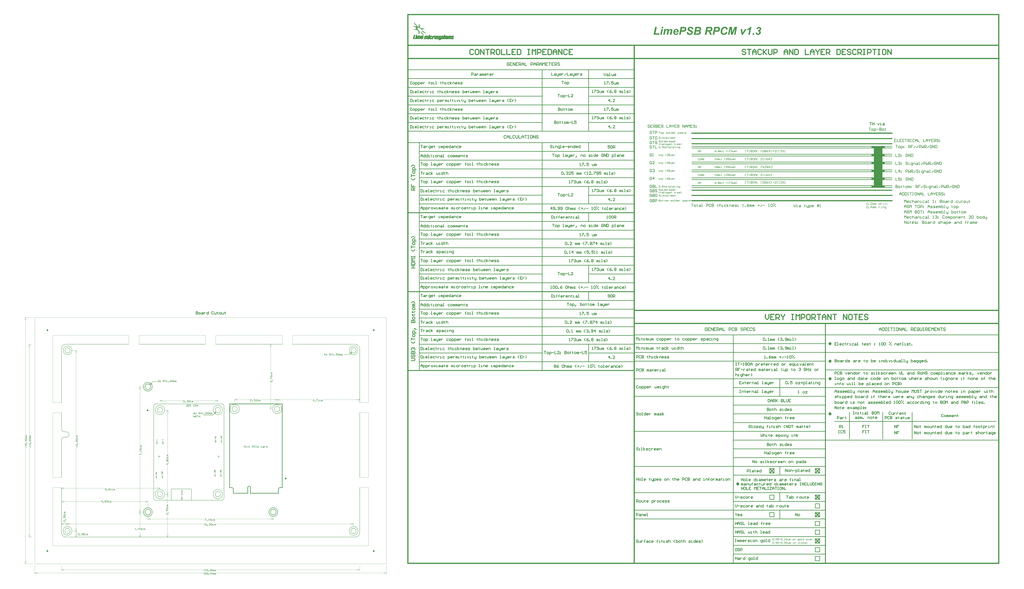
<source format=gm1>
G04*
G04 #@! TF.GenerationSoftware,Altium Limited,Altium Designer,19.1.6 (110)*
G04*
G04 Layer_Color=16711935*
%FSLAX44Y44*%
%MOMM*%
G71*
G01*
G75*
%ADD10C,0.2000*%
%ADD11C,0.3000*%
%ADD12C,0.1000*%
%ADD13C,0.2500*%
%ADD14C,1.0000*%
%ADD16C,0.4000*%
%ADD18C,0.2540*%
%ADD19C,0.1500*%
%ADD20C,0.0254*%
%ADD21C,0.0260*%
%ADD23C,0.3500*%
%ADD235C,0.7000*%
%ADD236C,0.6000*%
%ADD237C,0.5000*%
%ADD465C,0.1524*%
G36*
X4692750Y2219000D02*
X4679500D01*
Y2183750D01*
X4692750D01*
Y2174000D01*
X4679500D01*
Y2138750D01*
X4692750D01*
Y2129000D01*
X4679500D01*
Y2093750D01*
X4692750D01*
Y2084000D01*
X4679500D01*
Y2048750D01*
X4692750D01*
Y2039000D01*
X4679500D01*
Y2003750D01*
X4692750D01*
Y1994000D01*
X4617000D01*
Y2003750D01*
X4630250D01*
Y2039000D01*
X4617000D01*
Y2048750D01*
X4630250D01*
Y2084000D01*
X4617000D01*
Y2093750D01*
X4630250D01*
Y2129000D01*
X4617000D01*
Y2138750D01*
X4630250D01*
Y2174000D01*
X4617000D01*
Y2183750D01*
X4630250D01*
Y2219000D01*
X4617000D01*
Y2228750D01*
X4692750D01*
Y2219000D01*
D02*
G37*
G36*
X3429411Y2901916D02*
X3420663D01*
X3422281Y2909832D01*
X3431073D01*
X3429411Y2901916D01*
D02*
G37*
G36*
X3586215Y2910576D02*
X3586783D01*
X3587439Y2910489D01*
X3588227Y2910445D01*
X3589058Y2910313D01*
X3589976Y2910139D01*
X3590938Y2909964D01*
X3591945Y2909701D01*
X3592950Y2909395D01*
X3594000Y2909045D01*
X3594962Y2908608D01*
X3595968Y2908127D01*
X3596887Y2907558D01*
X3597718Y2906902D01*
X3597762Y2906858D01*
X3597893Y2906727D01*
X3598112Y2906508D01*
X3598418Y2906246D01*
X3598724Y2905852D01*
X3599118Y2905415D01*
X3599511Y2904890D01*
X3599949Y2904278D01*
X3600386Y2903622D01*
X3600780Y2902878D01*
X3601173Y2902047D01*
X3601567Y2901172D01*
X3601873Y2900254D01*
X3602136Y2899248D01*
X3602354Y2898198D01*
X3602485Y2897061D01*
X3593650Y2896667D01*
Y2896711D01*
Y2896798D01*
X3593607Y2896973D01*
X3593563Y2897192D01*
X3593519Y2897454D01*
X3593432Y2897761D01*
X3593213Y2898460D01*
X3592907Y2899248D01*
X3592513Y2900079D01*
X3591988Y2900866D01*
X3591288Y2901566D01*
X3591201Y2901653D01*
X3591070Y2901741D01*
X3590938Y2901828D01*
X3590720Y2901960D01*
X3590457Y2902134D01*
X3590151Y2902266D01*
X3589801Y2902440D01*
X3589408Y2902615D01*
X3589014Y2902747D01*
X3588533Y2902922D01*
X3588008Y2903053D01*
X3587396Y2903140D01*
X3586783Y2903228D01*
X3586127Y2903315D01*
X3584815D01*
X3584465Y2903271D01*
X3584115Y2903228D01*
X3583284Y2903140D01*
X3582409Y2902965D01*
X3581491Y2902747D01*
X3580660Y2902397D01*
X3580310Y2902178D01*
X3579960Y2901960D01*
X3579872Y2901916D01*
X3579698Y2901697D01*
X3579435Y2901435D01*
X3579173Y2901041D01*
X3578867Y2900516D01*
X3578604Y2899948D01*
X3578429Y2899291D01*
X3578342Y2898548D01*
Y2898460D01*
X3578385Y2898242D01*
X3578429Y2897892D01*
X3578517Y2897411D01*
X3578692Y2896929D01*
X3578954Y2896405D01*
X3579348Y2895836D01*
X3579829Y2895355D01*
X3579916Y2895311D01*
X3580004Y2895224D01*
X3580135Y2895136D01*
X3580310Y2895005D01*
X3580573Y2894830D01*
X3580879Y2894655D01*
X3581228Y2894436D01*
X3581622Y2894218D01*
X3582103Y2893955D01*
X3582628Y2893649D01*
X3583240Y2893343D01*
X3583940Y2892993D01*
X3584684Y2892643D01*
X3585515Y2892249D01*
X3586433Y2891856D01*
X3586477D01*
X3586521Y2891812D01*
X3586783Y2891725D01*
X3587177Y2891550D01*
X3587658Y2891287D01*
X3588314Y2891025D01*
X3589014Y2890675D01*
X3589757Y2890325D01*
X3590589Y2889931D01*
X3592251Y2889056D01*
X3593082Y2888619D01*
X3593869Y2888182D01*
X3594612Y2887701D01*
X3595269Y2887263D01*
X3595837Y2886826D01*
X3596318Y2886432D01*
X3596362Y2886389D01*
X3596450Y2886301D01*
X3596624Y2886126D01*
X3596800Y2885864D01*
X3597062Y2885557D01*
X3597324Y2885208D01*
X3597587Y2884770D01*
X3597893Y2884289D01*
X3598199Y2883764D01*
X3598462Y2883152D01*
X3598724Y2882539D01*
X3598987Y2881840D01*
X3599161Y2881052D01*
X3599336Y2880265D01*
X3599424Y2879434D01*
X3599467Y2878559D01*
Y2878472D01*
Y2878297D01*
X3599424Y2877991D01*
X3599380Y2877553D01*
X3599336Y2877072D01*
X3599205Y2876460D01*
X3599074Y2875804D01*
X3598899Y2875104D01*
X3598636Y2874316D01*
X3598330Y2873485D01*
X3597937Y2872654D01*
X3597455Y2871823D01*
X3596931Y2870948D01*
X3596318Y2870117D01*
X3595575Y2869243D01*
X3594744Y2868456D01*
X3594700Y2868412D01*
X3594525Y2868281D01*
X3594263Y2868062D01*
X3593869Y2867799D01*
X3593388Y2867493D01*
X3592819Y2867143D01*
X3592163Y2866750D01*
X3591376Y2866356D01*
X3590501Y2865963D01*
X3589495Y2865569D01*
X3588445Y2865219D01*
X3587264Y2864913D01*
X3585996Y2864650D01*
X3584684Y2864431D01*
X3583240Y2864300D01*
X3581710Y2864257D01*
X3581141D01*
X3580747Y2864300D01*
X3580222D01*
X3579654Y2864344D01*
X3578998Y2864431D01*
X3578298Y2864519D01*
X3577511Y2864607D01*
X3576723Y2864738D01*
X3575061Y2865088D01*
X3573355Y2865569D01*
X3572524Y2865831D01*
X3571693Y2866181D01*
X3571650Y2866225D01*
X3571518Y2866269D01*
X3571300Y2866400D01*
X3570994Y2866531D01*
X3570644Y2866750D01*
X3570250Y2866968D01*
X3569375Y2867581D01*
X3568369Y2868324D01*
X3567363Y2869243D01*
X3566445Y2870336D01*
X3566051Y2870948D01*
X3565701Y2871561D01*
Y2871605D01*
X3565614Y2871736D01*
X3565526Y2871911D01*
X3565439Y2872173D01*
X3565308Y2872479D01*
X3565176Y2872873D01*
X3565002Y2873354D01*
X3564870Y2873835D01*
X3564695Y2874404D01*
X3564564Y2875016D01*
X3564433Y2875672D01*
X3564301Y2876372D01*
X3564170Y2877903D01*
X3564127Y2879521D01*
X3572918Y2880002D01*
Y2879959D01*
Y2879828D01*
X3572962Y2879609D01*
Y2879346D01*
X3573006Y2878997D01*
X3573049Y2878603D01*
X3573181Y2877728D01*
X3573355Y2876766D01*
X3573574Y2875847D01*
X3573924Y2874973D01*
X3574099Y2874622D01*
X3574318Y2874316D01*
X3574362Y2874273D01*
X3574405Y2874229D01*
X3574536Y2874098D01*
X3574711Y2873967D01*
X3574974Y2873792D01*
X3575236Y2873573D01*
X3575586Y2873354D01*
X3576024Y2873135D01*
X3576505Y2872917D01*
X3577029Y2872698D01*
X3577642Y2872523D01*
X3578342Y2872304D01*
X3579085Y2872173D01*
X3579916Y2872042D01*
X3580835Y2871998D01*
X3581797Y2871955D01*
X3582234D01*
X3582541Y2871998D01*
X3582891D01*
X3583328Y2872042D01*
X3583809Y2872086D01*
X3584290Y2872173D01*
X3585384Y2872348D01*
X3586433Y2872654D01*
X3587439Y2873048D01*
X3587921Y2873311D01*
X3588314Y2873573D01*
X3588358D01*
X3588401Y2873660D01*
X3588620Y2873879D01*
X3588970Y2874185D01*
X3589364Y2874666D01*
X3589714Y2875235D01*
X3590064Y2875891D01*
X3590282Y2876635D01*
X3590370Y2877028D01*
Y2877466D01*
Y2877509D01*
Y2877553D01*
X3590326Y2877816D01*
X3590282Y2878166D01*
X3590151Y2878647D01*
X3589976Y2879171D01*
X3589670Y2879740D01*
X3589276Y2880309D01*
X3588708Y2880834D01*
X3588664Y2880877D01*
X3588577Y2880921D01*
X3588445Y2881009D01*
X3588270Y2881140D01*
X3588052Y2881271D01*
X3587789Y2881446D01*
X3587483Y2881621D01*
X3587090Y2881840D01*
X3586608Y2882058D01*
X3586083Y2882365D01*
X3585515Y2882627D01*
X3584815Y2882977D01*
X3584071Y2883327D01*
X3583197Y2883720D01*
X3582278Y2884114D01*
X3582234Y2884158D01*
X3582060Y2884201D01*
X3581797Y2884333D01*
X3581447Y2884508D01*
X3581010Y2884683D01*
X3580485Y2884901D01*
X3579960Y2885164D01*
X3579391Y2885426D01*
X3578123Y2886039D01*
X3576855Y2886651D01*
X3575674Y2887307D01*
X3575149Y2887569D01*
X3574668Y2887875D01*
X3574624D01*
X3574580Y2887963D01*
X3574449Y2888051D01*
X3574274Y2888138D01*
X3573837Y2888488D01*
X3573312Y2888925D01*
X3572699Y2889494D01*
X3572087Y2890194D01*
X3571475Y2890937D01*
X3570906Y2891812D01*
Y2891856D01*
X3570862Y2891943D01*
X3570775Y2892074D01*
X3570687Y2892249D01*
X3570600Y2892468D01*
X3570469Y2892730D01*
X3570250Y2893430D01*
X3569987Y2894261D01*
X3569769Y2895224D01*
X3569594Y2896273D01*
X3569550Y2897454D01*
Y2897542D01*
Y2897717D01*
X3569594Y2898023D01*
Y2898417D01*
X3569681Y2898898D01*
X3569769Y2899466D01*
X3569900Y2900079D01*
X3570075Y2900779D01*
X3570294Y2901478D01*
X3570556Y2902266D01*
X3570862Y2903053D01*
X3571256Y2903840D01*
X3571737Y2904627D01*
X3572262Y2905371D01*
X3572918Y2906158D01*
X3573618Y2906858D01*
X3573661Y2906902D01*
X3573793Y2907033D01*
X3574055Y2907208D01*
X3574362Y2907427D01*
X3574799Y2907733D01*
X3575324Y2908039D01*
X3575936Y2908389D01*
X3576636Y2908739D01*
X3577423Y2909089D01*
X3578342Y2909439D01*
X3579304Y2909745D01*
X3580354Y2910051D01*
X3581491Y2910270D01*
X3582759Y2910445D01*
X3584071Y2910576D01*
X3585471Y2910620D01*
X3585821D01*
X3586215Y2910576D01*
D02*
G37*
G36*
X3781858Y2910576D02*
X3782383D01*
X3782996Y2910489D01*
X3783695Y2910401D01*
X3784483Y2910270D01*
X3785357Y2910139D01*
X3786276Y2909920D01*
X3787238Y2909658D01*
X3788200Y2909351D01*
X3789207Y2908958D01*
X3790169Y2908520D01*
X3791131Y2907995D01*
X3792050Y2907383D01*
X3792924Y2906683D01*
X3792968Y2906639D01*
X3793099Y2906508D01*
X3793362Y2906290D01*
X3793624Y2905983D01*
X3794018Y2905590D01*
X3794411Y2905109D01*
X3794849Y2904540D01*
X3795286Y2903884D01*
X3795767Y2903184D01*
X3796205Y2902397D01*
X3796642Y2901522D01*
X3797079Y2900560D01*
X3797473Y2899554D01*
X3797779Y2898460D01*
X3798085Y2897279D01*
X3798260Y2896055D01*
X3789425Y2895224D01*
Y2895267D01*
X3789381Y2895399D01*
X3789338Y2895617D01*
X3789294Y2895880D01*
X3789207Y2896186D01*
X3789075Y2896536D01*
X3788813Y2897411D01*
X3788419Y2898329D01*
X3787894Y2899248D01*
X3787326Y2900122D01*
X3786976Y2900516D01*
X3786582Y2900866D01*
X3786538D01*
X3786495Y2900953D01*
X3786364Y2901041D01*
X3786188Y2901129D01*
X3785970Y2901303D01*
X3785751Y2901435D01*
X3785095Y2901784D01*
X3784308Y2902091D01*
X3783345Y2902397D01*
X3782252Y2902572D01*
X3780984Y2902659D01*
X3780634D01*
X3780327Y2902615D01*
X3780021Y2902572D01*
X3779584Y2902528D01*
X3779146Y2902484D01*
X3778665Y2902353D01*
X3777572Y2902091D01*
X3776391Y2901653D01*
X3775735Y2901391D01*
X3775122Y2901085D01*
X3774467Y2900735D01*
X3773854Y2900298D01*
X3773810Y2900254D01*
X3773723Y2900210D01*
X3773548Y2900035D01*
X3773286Y2899860D01*
X3773023Y2899597D01*
X3772717Y2899291D01*
X3772323Y2898942D01*
X3771930Y2898504D01*
X3771536Y2898023D01*
X3771099Y2897498D01*
X3770661Y2896886D01*
X3770224Y2896230D01*
X3769786Y2895530D01*
X3769349Y2894742D01*
X3768955Y2893911D01*
X3768562Y2892993D01*
Y2892949D01*
X3768474Y2892774D01*
X3768387Y2892512D01*
X3768256Y2892162D01*
X3768124Y2891681D01*
X3767950Y2891156D01*
X3767774Y2890587D01*
X3767599Y2889931D01*
X3767381Y2889188D01*
X3767206Y2888400D01*
X3766900Y2886738D01*
X3766681Y2884989D01*
X3766637Y2884070D01*
X3766594Y2883152D01*
Y2883108D01*
Y2882933D01*
Y2882627D01*
X3766637Y2882277D01*
X3766681Y2881796D01*
X3766725Y2881271D01*
X3766812Y2880703D01*
X3766900Y2880090D01*
X3767206Y2878734D01*
X3767425Y2878034D01*
X3767687Y2877335D01*
X3767950Y2876678D01*
X3768299Y2875979D01*
X3768693Y2875366D01*
X3769130Y2874798D01*
X3769174Y2874754D01*
X3769261Y2874666D01*
X3769393Y2874535D01*
X3769612Y2874360D01*
X3769830Y2874098D01*
X3770136Y2873879D01*
X3770486Y2873617D01*
X3770923Y2873354D01*
X3771361Y2873048D01*
X3771842Y2872786D01*
X3772935Y2872348D01*
X3773548Y2872130D01*
X3774160Y2871998D01*
X3774860Y2871911D01*
X3775560Y2871867D01*
X3775910D01*
X3776172Y2871911D01*
X3776479Y2871955D01*
X3776872Y2871998D01*
X3777266Y2872042D01*
X3777747Y2872173D01*
X3778753Y2872436D01*
X3779846Y2872829D01*
X3780415Y2873092D01*
X3780984Y2873442D01*
X3781552Y2873792D01*
X3782121Y2874185D01*
X3782165Y2874229D01*
X3782252Y2874316D01*
X3782427Y2874448D01*
X3782602Y2874623D01*
X3782864Y2874841D01*
X3783127Y2875148D01*
X3783477Y2875497D01*
X3783783Y2875935D01*
X3784133Y2876372D01*
X3784526Y2876897D01*
X3784876Y2877466D01*
X3785270Y2878078D01*
X3785620Y2878734D01*
X3785970Y2879434D01*
X3786276Y2880221D01*
X3786582Y2881052D01*
X3795898Y2879609D01*
X3795855Y2879521D01*
X3795767Y2879259D01*
X3795592Y2878909D01*
X3795374Y2878384D01*
X3795111Y2877728D01*
X3794761Y2877028D01*
X3794324Y2876197D01*
X3793843Y2875366D01*
X3793274Y2874448D01*
X3792662Y2873485D01*
X3792006Y2872523D01*
X3791262Y2871605D01*
X3790475Y2870642D01*
X3789600Y2869724D01*
X3788682Y2868893D01*
X3787675Y2868105D01*
X3787632Y2868062D01*
X3787413Y2867931D01*
X3787107Y2867756D01*
X3786713Y2867493D01*
X3786188Y2867187D01*
X3785576Y2866881D01*
X3784876Y2866487D01*
X3784045Y2866137D01*
X3783170Y2865787D01*
X3782165Y2865438D01*
X3781158Y2865088D01*
X3780021Y2864781D01*
X3778840Y2864519D01*
X3777572Y2864344D01*
X3776303Y2864213D01*
X3774948Y2864169D01*
X3774598D01*
X3774160Y2864213D01*
X3773592Y2864257D01*
X3772892Y2864300D01*
X3772104Y2864431D01*
X3771230Y2864563D01*
X3770268Y2864781D01*
X3769261Y2865044D01*
X3768212Y2865394D01*
X3767118Y2865787D01*
X3766069Y2866269D01*
X3765019Y2866837D01*
X3763969Y2867493D01*
X3763007Y2868237D01*
X3762088Y2869112D01*
X3762045Y2869155D01*
X3761913Y2869330D01*
X3761651Y2869637D01*
X3761389Y2870030D01*
X3761039Y2870555D01*
X3760645Y2871167D01*
X3760208Y2871911D01*
X3759814Y2872786D01*
X3759377Y2873748D01*
X3758939Y2874798D01*
X3758546Y2875979D01*
X3758195Y2877291D01*
X3757933Y2878647D01*
X3757715Y2880178D01*
X3757540Y2881796D01*
X3757496Y2883502D01*
Y2883546D01*
Y2883589D01*
Y2883852D01*
Y2884245D01*
X3757540Y2884814D01*
X3757583Y2885470D01*
X3757671Y2886257D01*
X3757758Y2887132D01*
X3757889Y2888138D01*
X3758021Y2889188D01*
X3758239Y2890281D01*
X3758502Y2891462D01*
X3758808Y2892643D01*
X3759158Y2893868D01*
X3759551Y2895092D01*
X3760033Y2896317D01*
X3760558Y2897498D01*
X3760601Y2897585D01*
X3760689Y2897761D01*
X3760864Y2898110D01*
X3761126Y2898548D01*
X3761432Y2899073D01*
X3761826Y2899685D01*
X3762263Y2900341D01*
X3762788Y2901085D01*
X3763401Y2901872D01*
X3764013Y2902659D01*
X3764756Y2903447D01*
X3765500Y2904278D01*
X3766331Y2905065D01*
X3767206Y2905808D01*
X3768168Y2906552D01*
X3769174Y2907208D01*
X3769218Y2907252D01*
X3769437Y2907339D01*
X3769743Y2907514D01*
X3770136Y2907733D01*
X3770661Y2907995D01*
X3771273Y2908302D01*
X3771973Y2908608D01*
X3772761Y2908914D01*
X3773592Y2909220D01*
X3774510Y2909526D01*
X3775516Y2909832D01*
X3776566Y2910095D01*
X3777659Y2910314D01*
X3778797Y2910489D01*
X3779978Y2910576D01*
X3781158Y2910620D01*
X3781465D01*
X3781858Y2910576D01*
D02*
G37*
G36*
X3474856Y2898198D02*
X3475162D01*
X3475555Y2898154D01*
X3476430Y2897979D01*
X3477393Y2897717D01*
X3478398Y2897367D01*
X3479405Y2896842D01*
X3479842Y2896492D01*
X3480279Y2896142D01*
X3480323Y2896098D01*
X3480367Y2896055D01*
X3480498Y2895923D01*
X3480629Y2895749D01*
X3480804Y2895530D01*
X3480979Y2895311D01*
X3481373Y2894655D01*
X3481766Y2893868D01*
X3482116Y2892906D01*
X3482379Y2891812D01*
X3482422Y2891200D01*
X3482466Y2890587D01*
Y2890500D01*
Y2890281D01*
X3482422Y2890062D01*
Y2889844D01*
X3482379Y2889581D01*
X3482335Y2889231D01*
X3482291Y2888882D01*
X3482204Y2888444D01*
X3482160Y2887963D01*
X3482072Y2887438D01*
X3481942Y2886870D01*
X3481854Y2886257D01*
X3481723Y2885557D01*
X3481548Y2884814D01*
X3477305Y2865000D01*
X3468557D01*
X3472756Y2884814D01*
Y2884857D01*
X3472800Y2884989D01*
X3472844Y2885164D01*
X3472887Y2885382D01*
X3472931Y2885688D01*
X3473019Y2886039D01*
X3473150Y2886738D01*
X3473281Y2887482D01*
X3473412Y2888138D01*
X3473456Y2888444D01*
X3473500Y2888706D01*
X3473543Y2888882D01*
Y2889013D01*
Y2889056D01*
Y2889231D01*
X3473500Y2889494D01*
X3473456Y2889800D01*
X3473325Y2890150D01*
X3473194Y2890500D01*
X3472975Y2890850D01*
X3472712Y2891156D01*
X3472669Y2891200D01*
X3472581Y2891287D01*
X3472363Y2891418D01*
X3472100Y2891593D01*
X3471750Y2891725D01*
X3471357Y2891856D01*
X3470832Y2891943D01*
X3470263Y2891987D01*
X3469957D01*
X3469695Y2891943D01*
X3469432Y2891899D01*
X3469082Y2891812D01*
X3468295Y2891550D01*
X3467857Y2891375D01*
X3467376Y2891156D01*
X3466895Y2890850D01*
X3466414Y2890500D01*
X3465889Y2890106D01*
X3465408Y2889625D01*
X3464883Y2889100D01*
X3464402Y2888488D01*
Y2888444D01*
X3464315Y2888357D01*
X3464227Y2888225D01*
X3464096Y2888007D01*
X3463921Y2887744D01*
X3463746Y2887394D01*
X3463527Y2886957D01*
X3463265Y2886476D01*
X3463046Y2885907D01*
X3462784Y2885251D01*
X3462478Y2884551D01*
X3462215Y2883764D01*
X3461953Y2882845D01*
X3461690Y2881883D01*
X3461428Y2880834D01*
X3461165Y2879696D01*
X3458104Y2865000D01*
X3449356D01*
X3453424Y2884639D01*
Y2884683D01*
X3453467Y2884770D01*
X3453511Y2884945D01*
X3453555Y2885164D01*
X3453599Y2885470D01*
X3453642Y2885776D01*
X3453773Y2886432D01*
X3453905Y2887176D01*
X3454036Y2887919D01*
X3454080Y2888531D01*
X3454124Y2888794D01*
Y2889013D01*
Y2889056D01*
Y2889231D01*
X3454080Y2889494D01*
X3454036Y2889756D01*
X3453905Y2890106D01*
X3453773Y2890456D01*
X3453555Y2890806D01*
X3453249Y2891156D01*
X3453205Y2891200D01*
X3453074Y2891287D01*
X3452899Y2891418D01*
X3452636Y2891593D01*
X3452286Y2891725D01*
X3451849Y2891856D01*
X3451368Y2891943D01*
X3450843Y2891987D01*
X3450581D01*
X3450318Y2891943D01*
X3449925Y2891899D01*
X3449487Y2891768D01*
X3448962Y2891637D01*
X3448438Y2891418D01*
X3447869Y2891112D01*
X3447781Y2891068D01*
X3447607Y2890937D01*
X3447344Y2890762D01*
X3446950Y2890500D01*
X3446557Y2890150D01*
X3446119Y2889756D01*
X3445638Y2889275D01*
X3445201Y2888750D01*
X3445157Y2888663D01*
X3445026Y2888488D01*
X3444807Y2888138D01*
X3444545Y2887701D01*
X3444239Y2887176D01*
X3443889Y2886519D01*
X3443539Y2885732D01*
X3443232Y2884901D01*
Y2884857D01*
X3443145Y2884683D01*
X3443058Y2884333D01*
X3443014Y2884114D01*
X3442926Y2883852D01*
X3442839Y2883545D01*
X3442751Y2883195D01*
X3442664Y2882802D01*
X3442533Y2882321D01*
X3442445Y2881840D01*
X3442314Y2881227D01*
X3442139Y2880615D01*
X3442008Y2879915D01*
X3438902Y2865000D01*
X3430155D01*
X3436934Y2897498D01*
X3445157D01*
X3444370Y2893518D01*
X3444413Y2893561D01*
X3444588Y2893737D01*
X3444851Y2893955D01*
X3445201Y2894261D01*
X3445638Y2894611D01*
X3446207Y2895005D01*
X3446776Y2895442D01*
X3447475Y2895880D01*
X3448219Y2896317D01*
X3449006Y2896754D01*
X3449837Y2897148D01*
X3450712Y2897498D01*
X3451630Y2897804D01*
X3452592Y2898023D01*
X3453555Y2898198D01*
X3454561Y2898242D01*
X3454911D01*
X3455173Y2898198D01*
X3455479D01*
X3455829Y2898154D01*
X3456660Y2898067D01*
X3457535Y2897848D01*
X3458497Y2897585D01*
X3459416Y2897236D01*
X3460203Y2896711D01*
X3460247D01*
X3460291Y2896623D01*
X3460509Y2896448D01*
X3460859Y2896098D01*
X3461297Y2895617D01*
X3461734Y2895005D01*
X3462128Y2894261D01*
X3462521Y2893430D01*
X3462784Y2892468D01*
Y2892512D01*
X3462871Y2892599D01*
X3462959Y2892687D01*
X3463090Y2892862D01*
X3463484Y2893343D01*
X3464052Y2893911D01*
X3464708Y2894568D01*
X3465539Y2895224D01*
X3466545Y2895923D01*
X3467639Y2896580D01*
X3467682D01*
X3467770Y2896667D01*
X3467945Y2896754D01*
X3468207Y2896842D01*
X3468470Y2896973D01*
X3468820Y2897104D01*
X3469213Y2897236D01*
X3469651Y2897411D01*
X3470613Y2897717D01*
X3471750Y2897979D01*
X3472931Y2898154D01*
X3474200Y2898242D01*
X3474593D01*
X3474856Y2898198D01*
D02*
G37*
G36*
X3976890Y2910007D02*
X3977415Y2909964D01*
X3977983Y2909876D01*
X3978639Y2909745D01*
X3979383Y2909614D01*
X3980126Y2909439D01*
X3980870Y2909220D01*
X3981657Y2908914D01*
X3982444Y2908608D01*
X3983188Y2908214D01*
X3983932Y2907733D01*
X3984631Y2907208D01*
X3985244Y2906596D01*
X3985287Y2906552D01*
X3985375Y2906421D01*
X3985550Y2906246D01*
X3985769Y2905983D01*
X3985987Y2905634D01*
X3986250Y2905240D01*
X3986556Y2904803D01*
X3986862Y2904278D01*
X3987168Y2903709D01*
X3987474Y2903053D01*
X3987737Y2902397D01*
X3987956Y2901653D01*
X3988174Y2900866D01*
X3988349Y2900079D01*
X3988437Y2899204D01*
X3988481Y2898329D01*
Y2898286D01*
Y2898198D01*
Y2897979D01*
X3988437Y2897761D01*
Y2897455D01*
X3988393Y2897104D01*
X3988305Y2896667D01*
X3988218Y2896230D01*
X3987999Y2895267D01*
X3987606Y2894218D01*
X3987125Y2893124D01*
X3986775Y2892556D01*
X3986425Y2892031D01*
X3986381Y2891987D01*
X3986337Y2891900D01*
X3986206Y2891768D01*
X3986031Y2891593D01*
X3985856Y2891331D01*
X3985594Y2891068D01*
X3984938Y2890456D01*
X3984150Y2889800D01*
X3983188Y2889100D01*
X3982051Y2888488D01*
X3980782Y2887919D01*
X3980826D01*
X3980914Y2887832D01*
X3981045Y2887788D01*
X3981263Y2887657D01*
X3981745Y2887307D01*
X3982357Y2886870D01*
X3983057Y2886301D01*
X3983757Y2885645D01*
X3984413Y2884901D01*
X3984981Y2884026D01*
Y2883983D01*
X3985025Y2883939D01*
X3985113Y2883808D01*
X3985200Y2883633D01*
X3985419Y2883152D01*
X3985681Y2882496D01*
X3985900Y2881752D01*
X3986118Y2880921D01*
X3986294Y2880003D01*
X3986337Y2879040D01*
Y2878997D01*
Y2878822D01*
X3986294Y2878559D01*
Y2878209D01*
X3986250Y2877772D01*
X3986162Y2877247D01*
X3986031Y2876678D01*
X3985900Y2876066D01*
X3985725Y2875366D01*
X3985462Y2874666D01*
X3985200Y2873879D01*
X3984850Y2873136D01*
X3984456Y2872348D01*
X3983975Y2871517D01*
X3983407Y2870730D01*
X3982794Y2869943D01*
X3982751Y2869899D01*
X3982576Y2869680D01*
X3982313Y2869418D01*
X3981920Y2869068D01*
X3981439Y2868630D01*
X3980870Y2868149D01*
X3980214Y2867625D01*
X3979427Y2867100D01*
X3978595Y2866575D01*
X3977677Y2866050D01*
X3976627Y2865569D01*
X3975534Y2865132D01*
X3974353Y2864781D01*
X3973128Y2864519D01*
X3971816Y2864301D01*
X3970416Y2864257D01*
X3970154D01*
X3969848Y2864301D01*
X3969454D01*
X3968973Y2864344D01*
X3968404Y2864431D01*
X3967792Y2864519D01*
X3967136Y2864650D01*
X3966392Y2864825D01*
X3965649Y2865044D01*
X3964861Y2865306D01*
X3964074Y2865612D01*
X3963287Y2866006D01*
X3962500Y2866443D01*
X3961756Y2866925D01*
X3961056Y2867493D01*
X3961012Y2867537D01*
X3960881Y2867668D01*
X3960706Y2867843D01*
X3960488Y2868105D01*
X3960181Y2868456D01*
X3959875Y2868849D01*
X3959482Y2869330D01*
X3959132Y2869899D01*
X3958738Y2870511D01*
X3958344Y2871211D01*
X3957994Y2871955D01*
X3957645Y2872786D01*
X3957295Y2873661D01*
X3957032Y2874623D01*
X3956770Y2875629D01*
X3956595Y2876722D01*
X3964993Y2877772D01*
Y2877728D01*
X3965036Y2877597D01*
Y2877422D01*
X3965080Y2877203D01*
X3965168Y2876897D01*
X3965211Y2876547D01*
X3965386Y2875804D01*
X3965649Y2874973D01*
X3965955Y2874142D01*
X3966349Y2873398D01*
X3966567Y2873092D01*
X3966830Y2872786D01*
X3966917Y2872742D01*
X3967092Y2872567D01*
X3967398Y2872348D01*
X3967836Y2872130D01*
X3968361Y2871867D01*
X3968973Y2871649D01*
X3969673Y2871473D01*
X3970504Y2871430D01*
X3970810D01*
X3970985Y2871473D01*
X3971247D01*
X3971554Y2871517D01*
X3972253Y2871692D01*
X3973040Y2871911D01*
X3973828Y2872261D01*
X3974659Y2872786D01*
X3975052Y2873092D01*
X3975446Y2873442D01*
X3975490Y2873485D01*
X3975534Y2873529D01*
X3975621Y2873661D01*
X3975752Y2873792D01*
X3976102Y2874229D01*
X3976452Y2874841D01*
X3976802Y2875585D01*
X3977152Y2876460D01*
X3977371Y2877466D01*
X3977458Y2878034D01*
Y2878603D01*
Y2878647D01*
Y2878734D01*
Y2878865D01*
X3977415Y2879040D01*
X3977371Y2879565D01*
X3977239Y2880178D01*
X3977065Y2880877D01*
X3976758Y2881621D01*
X3976365Y2882321D01*
X3975840Y2882977D01*
X3975752Y2883064D01*
X3975534Y2883239D01*
X3975184Y2883502D01*
X3974703Y2883808D01*
X3974090Y2884070D01*
X3973391Y2884333D01*
X3972516Y2884508D01*
X3971554Y2884595D01*
X3971116D01*
X3970679Y2884551D01*
X3970154Y2884464D01*
X3971685Y2891768D01*
X3971947D01*
X3972253Y2891725D01*
X3972910D01*
X3973128Y2891768D01*
X3973434D01*
X3973784Y2891812D01*
X3974528Y2891943D01*
X3975403Y2892162D01*
X3976277Y2892468D01*
X3977152Y2892906D01*
X3977896Y2893474D01*
X3977939Y2893518D01*
X3977983Y2893562D01*
X3978202Y2893824D01*
X3978508Y2894218D01*
X3978858Y2894743D01*
X3979164Y2895443D01*
X3979470Y2896273D01*
X3979689Y2897236D01*
X3979776Y2897761D01*
Y2898329D01*
Y2898373D01*
Y2898417D01*
Y2898679D01*
X3979733Y2899073D01*
X3979601Y2899597D01*
X3979470Y2900122D01*
X3979251Y2900691D01*
X3978945Y2901260D01*
X3978508Y2901784D01*
X3978464Y2901828D01*
X3978289Y2902003D01*
X3978027Y2902178D01*
X3977633Y2902440D01*
X3977196Y2902659D01*
X3976627Y2902878D01*
X3975971Y2903009D01*
X3975271Y2903053D01*
X3974965D01*
X3974572Y2902965D01*
X3974134Y2902878D01*
X3973609Y2902703D01*
X3973040Y2902484D01*
X3972428Y2902134D01*
X3971860Y2901653D01*
X3971816Y2901609D01*
X3971597Y2901391D01*
X3971335Y2901041D01*
X3971029Y2900516D01*
X3970635Y2899860D01*
X3970241Y2899073D01*
X3970023Y2898592D01*
X3969848Y2898067D01*
X3969673Y2897498D01*
X3969498Y2896886D01*
X3961494Y2898460D01*
Y2898504D01*
X3961581Y2898679D01*
X3961668Y2898942D01*
X3961756Y2899291D01*
X3961931Y2899685D01*
X3962106Y2900166D01*
X3962325Y2900691D01*
X3962587Y2901260D01*
X3963199Y2902484D01*
X3963899Y2903753D01*
X3964774Y2904977D01*
X3965255Y2905546D01*
X3965736Y2906071D01*
X3965780Y2906115D01*
X3965911Y2906246D01*
X3966174Y2906421D01*
X3966480Y2906683D01*
X3966873Y2906989D01*
X3967355Y2907339D01*
X3967923Y2907689D01*
X3968535Y2908083D01*
X3969235Y2908433D01*
X3970023Y2908783D01*
X3970854Y2909133D01*
X3971772Y2909439D01*
X3972691Y2909701D01*
X3973697Y2909876D01*
X3974790Y2910007D01*
X3975883Y2910051D01*
X3976496D01*
X3976890Y2910007D01*
D02*
G37*
G36*
X3842349Y2865000D02*
X3833995D01*
X3841737Y2902178D01*
X3825116Y2865000D01*
X3816368D01*
X3814706Y2902440D01*
X3807621Y2865000D01*
X3799266D01*
X3808626Y2909832D01*
X3821792D01*
X3823192Y2878997D01*
X3837275Y2909832D01*
X3850485D01*
X3842349Y2865000D01*
D02*
G37*
G36*
X3885082Y2865000D02*
X3877515Y2865000D01*
X3871042Y2897498D01*
X3879658D01*
X3881933Y2883283D01*
Y2883239D01*
X3881976Y2883021D01*
X3882020Y2882758D01*
X3882064Y2882365D01*
X3882151Y2881883D01*
X3882239Y2881359D01*
X3882326Y2880790D01*
X3882414Y2880178D01*
X3882632Y2878909D01*
X3882808Y2877641D01*
X3882895Y2877072D01*
X3882939Y2876547D01*
X3883026Y2876066D01*
X3883070Y2875672D01*
Y2875716D01*
X3883157Y2875804D01*
X3883245Y2876022D01*
X3883464Y2876328D01*
X3883595Y2876547D01*
X3883726Y2876853D01*
X3883901Y2877160D01*
X3884120Y2877509D01*
X3884338Y2877947D01*
X3884601Y2878428D01*
X3884907Y2878953D01*
X3885213Y2879565D01*
X3885257Y2879609D01*
X3885301Y2879696D01*
X3885388Y2879872D01*
X3885519Y2880134D01*
X3885651Y2880396D01*
X3885826Y2880703D01*
X3886219Y2881402D01*
X3886613Y2882102D01*
X3886963Y2882802D01*
X3887137Y2883108D01*
X3887269Y2883370D01*
X3887400Y2883589D01*
X3887487Y2883764D01*
X3895579Y2897498D01*
X3905070D01*
X3885082Y2865000D01*
D02*
G37*
G36*
X3947410D02*
X3938706D01*
X3940499Y2873485D01*
X3949203D01*
X3947410Y2865000D01*
D02*
G37*
G36*
X3923703D02*
X3914868D01*
X3921341Y2896011D01*
X3921298D01*
X3921210Y2895923D01*
X3921079Y2895836D01*
X3920860Y2895705D01*
X3920598Y2895574D01*
X3920292Y2895399D01*
X3919942Y2895180D01*
X3919504Y2894961D01*
X3918586Y2894436D01*
X3917492Y2893911D01*
X3916311Y2893343D01*
X3914999Y2892774D01*
X3914955D01*
X3914824Y2892731D01*
X3914649Y2892643D01*
X3914387Y2892556D01*
X3914081Y2892424D01*
X3913731Y2892293D01*
X3913293Y2892118D01*
X3912856Y2891943D01*
X3911850Y2891637D01*
X3910800Y2891287D01*
X3909707Y2890981D01*
X3908613Y2890719D01*
X3910275Y2898548D01*
X3910319D01*
X3910407Y2898592D01*
X3910582Y2898679D01*
X3910757Y2898766D01*
X3911063Y2898898D01*
X3911369Y2899029D01*
X3911719Y2899204D01*
X3912156Y2899423D01*
X3913075Y2899904D01*
X3914168Y2900472D01*
X3915393Y2901129D01*
X3916705Y2901828D01*
X3918105Y2902659D01*
X3919548Y2903534D01*
X3920992Y2904496D01*
X3922435Y2905502D01*
X3923878Y2906596D01*
X3925278Y2907689D01*
X3926590Y2908870D01*
X3927815Y2910095D01*
X3933107D01*
X3923703Y2865000D01*
D02*
G37*
G36*
X3741094Y2909789D02*
X3741575D01*
X3742100Y2909745D01*
X3742668Y2909701D01*
X3743893Y2909526D01*
X3745205Y2909351D01*
X3746430Y2909045D01*
X3747042Y2908870D01*
X3747567Y2908651D01*
X3747611D01*
X3747698Y2908608D01*
X3747830Y2908520D01*
X3748048Y2908433D01*
X3748573Y2908170D01*
X3749185Y2907733D01*
X3749929Y2907208D01*
X3750673Y2906552D01*
X3751416Y2905765D01*
X3752072Y2904846D01*
Y2904803D01*
X3752160Y2904715D01*
X3752247Y2904584D01*
X3752335Y2904365D01*
X3752466Y2904146D01*
X3752597Y2903840D01*
X3752728Y2903490D01*
X3752903Y2903097D01*
X3753210Y2902178D01*
X3753472Y2901085D01*
X3753647Y2899860D01*
X3753734Y2898548D01*
Y2898504D01*
Y2898417D01*
Y2898198D01*
Y2897979D01*
X3753690Y2897673D01*
X3753647Y2897323D01*
X3753603Y2896930D01*
X3753559Y2896448D01*
X3753384Y2895443D01*
X3753166Y2894349D01*
X3752816Y2893168D01*
X3752379Y2891943D01*
Y2891899D01*
X3752335Y2891812D01*
X3752247Y2891637D01*
X3752160Y2891418D01*
X3752029Y2891156D01*
X3751854Y2890850D01*
X3751504Y2890106D01*
X3751023Y2889275D01*
X3750454Y2888444D01*
X3749842Y2887613D01*
X3749142Y2886826D01*
X3749054Y2886738D01*
X3748835Y2886520D01*
X3748442Y2886170D01*
X3747917Y2885732D01*
X3747305Y2885251D01*
X3746605Y2884770D01*
X3745861Y2884333D01*
X3745030Y2883895D01*
X3744987D01*
X3744943Y2883852D01*
X3744812Y2883808D01*
X3744637Y2883720D01*
X3744418Y2883633D01*
X3744156Y2883546D01*
X3743849Y2883458D01*
X3743456Y2883327D01*
X3742625Y2883064D01*
X3741619Y2882845D01*
X3740438Y2882583D01*
X3739125Y2882365D01*
X3739038D01*
X3738907Y2882321D01*
X3738426D01*
X3738120Y2882277D01*
X3737726D01*
X3737289Y2882233D01*
X3736764Y2882190D01*
X3736195D01*
X3735495Y2882146D01*
X3733964D01*
X3733046Y2882102D01*
X3725085D01*
X3721499Y2865000D01*
X3712314D01*
X3721674Y2909832D01*
X3740700Y2909832D01*
X3741094Y2909789D01*
D02*
G37*
G36*
X3697836Y2909789D02*
X3698317D01*
X3698886Y2909745D01*
X3699498Y2909701D01*
X3700767Y2909570D01*
X3702079Y2909351D01*
X3703391Y2909089D01*
X3703959Y2908914D01*
X3704528Y2908739D01*
X3704572D01*
X3704659Y2908695D01*
X3704791Y2908608D01*
X3705009Y2908520D01*
X3705272Y2908433D01*
X3705534Y2908258D01*
X3706190Y2907864D01*
X3706934Y2907339D01*
X3707721Y2906683D01*
X3708465Y2905852D01*
X3709164Y2904890D01*
Y2904846D01*
X3709252Y2904759D01*
X3709339Y2904627D01*
X3709427Y2904409D01*
X3709602Y2904102D01*
X3709733Y2903796D01*
X3709908Y2903403D01*
X3710083Y2903009D01*
X3710214Y2902528D01*
X3710389Y2902003D01*
X3710695Y2900822D01*
X3710870Y2899510D01*
X3710958Y2898067D01*
Y2898023D01*
Y2897804D01*
Y2897498D01*
X3710914Y2897104D01*
X3710870Y2896623D01*
X3710783Y2896055D01*
X3710652Y2895442D01*
X3710520Y2894742D01*
X3710345Y2893999D01*
X3710127Y2893255D01*
X3709821Y2892468D01*
X3709514Y2891681D01*
X3709121Y2890894D01*
X3708640Y2890106D01*
X3708115Y2889319D01*
X3707502Y2888619D01*
X3707458Y2888575D01*
X3707327Y2888444D01*
X3707152Y2888269D01*
X3706846Y2888007D01*
X3706496Y2887744D01*
X3706059Y2887394D01*
X3705534Y2887044D01*
X3704922Y2886651D01*
X3704222Y2886257D01*
X3703478Y2885864D01*
X3702603Y2885470D01*
X3701685Y2885120D01*
X3700679Y2884770D01*
X3699586Y2884464D01*
X3698405Y2884245D01*
X3697136Y2884026D01*
X3697224Y2883939D01*
X3697442Y2883720D01*
X3697792Y2883370D01*
X3698230Y2882933D01*
X3698755Y2882321D01*
X3699279Y2881577D01*
X3699892Y2880746D01*
X3700461Y2879828D01*
X3700504Y2879784D01*
X3700592Y2879565D01*
X3700767Y2879303D01*
X3700985Y2878865D01*
X3701292Y2878340D01*
X3701642Y2877684D01*
X3702035Y2876897D01*
X3702473Y2876022D01*
X3702997Y2875016D01*
X3703522Y2873923D01*
X3704091Y2872698D01*
X3704703Y2871342D01*
X3705316Y2869943D01*
X3705971Y2868368D01*
X3706671Y2866750D01*
X3707371Y2865000D01*
X3697442D01*
Y2865044D01*
X3697399Y2865175D01*
X3697311Y2865394D01*
X3697180Y2865700D01*
X3697049Y2866137D01*
X3696874Y2866619D01*
X3696655Y2867187D01*
X3696393Y2867887D01*
X3696086Y2868674D01*
X3695780Y2869549D01*
X3695387Y2870511D01*
X3694949Y2871561D01*
X3694468Y2872742D01*
X3693943Y2874010D01*
X3693375Y2875366D01*
X3692762Y2876810D01*
Y2876853D01*
X3692675Y2876985D01*
X3692587Y2877203D01*
X3692412Y2877509D01*
X3692238Y2877859D01*
X3692063Y2878253D01*
X3691538Y2879171D01*
X3690925Y2880178D01*
X3690226Y2881140D01*
X3689875Y2881577D01*
X3689482Y2882014D01*
X3689088Y2882365D01*
X3688695Y2882671D01*
X3688651Y2882715D01*
X3688432Y2882802D01*
X3688126Y2882977D01*
X3687645Y2883152D01*
X3686989Y2883283D01*
X3686245Y2883458D01*
X3685283Y2883546D01*
X3684714Y2883589D01*
X3680384D01*
X3676492Y2865000D01*
X3667307D01*
X3676667Y2909832D01*
X3697399D01*
X3697836Y2909789D01*
D02*
G37*
G36*
X3631310D02*
X3631878D01*
X3633015Y2909745D01*
X3634196Y2909701D01*
X3634721Y2909658D01*
X3635246Y2909614D01*
X3635727Y2909570D01*
X3636121Y2909526D01*
X3636165D01*
X3636252Y2909482D01*
X3636427D01*
X3636689Y2909439D01*
X3636952Y2909395D01*
X3637302Y2909308D01*
X3638089Y2909133D01*
X3638964Y2908870D01*
X3639882Y2908520D01*
X3640844Y2908127D01*
X3641719Y2907646D01*
X3641763D01*
X3641807Y2907602D01*
X3641938Y2907514D01*
X3642113Y2907383D01*
X3642506Y2907077D01*
X3643031Y2906683D01*
X3643600Y2906158D01*
X3644169Y2905546D01*
X3644737Y2904803D01*
X3645218Y2903971D01*
Y2903928D01*
X3645262Y2903884D01*
X3645349Y2903753D01*
X3645393Y2903578D01*
X3645612Y2903097D01*
X3645831Y2902484D01*
X3646049Y2901741D01*
X3646268Y2900910D01*
X3646399Y2899948D01*
X3646443Y2898941D01*
Y2898898D01*
Y2898766D01*
Y2898592D01*
X3646399Y2898329D01*
Y2897979D01*
X3646356Y2897585D01*
X3646268Y2897192D01*
X3646181Y2896711D01*
X3645918Y2895705D01*
X3645568Y2894611D01*
X3645043Y2893518D01*
X3644693Y2892949D01*
X3644344Y2892424D01*
X3644300Y2892381D01*
X3644256Y2892293D01*
X3644125Y2892162D01*
X3643950Y2891987D01*
X3643731Y2891768D01*
X3643469Y2891506D01*
X3643163Y2891200D01*
X3642769Y2890894D01*
X3642375Y2890587D01*
X3641894Y2890237D01*
X3641369Y2889887D01*
X3640801Y2889538D01*
X3640145Y2889231D01*
X3639489Y2888882D01*
X3638745Y2888575D01*
X3637958Y2888313D01*
X3638001D01*
X3638089Y2888269D01*
X3638307Y2888225D01*
X3638526Y2888138D01*
X3638789Y2888007D01*
X3639138Y2887875D01*
X3639926Y2887526D01*
X3640757Y2887044D01*
X3641632Y2886476D01*
X3642506Y2885732D01*
X3643294Y2884901D01*
X3643337Y2884857D01*
X3643381Y2884814D01*
X3643469Y2884639D01*
X3643600Y2884464D01*
X3643731Y2884245D01*
X3643906Y2883983D01*
X3644300Y2883327D01*
X3644650Y2882496D01*
X3644956Y2881577D01*
X3645175Y2880571D01*
X3645262Y2880002D01*
Y2879434D01*
Y2879390D01*
Y2879259D01*
Y2879040D01*
X3645218Y2878734D01*
X3645175Y2878384D01*
X3645131Y2877991D01*
X3645087Y2877509D01*
X3644956Y2876985D01*
X3644693Y2875804D01*
X3644300Y2874492D01*
X3644037Y2873835D01*
X3643731Y2873136D01*
X3643337Y2872480D01*
X3642944Y2871780D01*
X3642900Y2871736D01*
X3642856Y2871605D01*
X3642725Y2871430D01*
X3642506Y2871211D01*
X3642288Y2870905D01*
X3641982Y2870555D01*
X3641675Y2870161D01*
X3641282Y2869768D01*
X3640844Y2869330D01*
X3640363Y2868936D01*
X3639838Y2868499D01*
X3639314Y2868062D01*
X3638045Y2867231D01*
X3637345Y2866881D01*
X3636602Y2866575D01*
X3636558D01*
X3636427Y2866487D01*
X3636165Y2866443D01*
X3635858Y2866312D01*
X3635464Y2866225D01*
X3634940Y2866094D01*
X3634371Y2865919D01*
X3633715Y2865787D01*
X3632971Y2865656D01*
X3632141Y2865481D01*
X3631222Y2865350D01*
X3630216Y2865262D01*
X3629166Y2865132D01*
X3628029Y2865088D01*
X3626804Y2865000D01*
X3604410D01*
X3613770Y2909832D01*
X3630828D01*
X3631310Y2909789D01*
D02*
G37*
G36*
X3549693Y2909789D02*
X3550174D01*
X3550699Y2909745D01*
X3551267Y2909701D01*
X3552492Y2909526D01*
X3553804Y2909351D01*
X3555029Y2909045D01*
X3555641Y2908870D01*
X3556166Y2908651D01*
X3556210D01*
X3556297Y2908608D01*
X3556429Y2908520D01*
X3556647Y2908433D01*
X3557172Y2908170D01*
X3557784Y2907733D01*
X3558528Y2907208D01*
X3559272Y2906552D01*
X3560015Y2905765D01*
X3560671Y2904846D01*
Y2904803D01*
X3560759Y2904715D01*
X3560846Y2904584D01*
X3560934Y2904365D01*
X3561065Y2904146D01*
X3561196Y2903840D01*
X3561327Y2903490D01*
X3561502Y2903097D01*
X3561808Y2902178D01*
X3562071Y2901085D01*
X3562246Y2899860D01*
X3562333Y2898548D01*
Y2898504D01*
Y2898417D01*
Y2898198D01*
Y2897979D01*
X3562289Y2897673D01*
X3562246Y2897323D01*
X3562202Y2896929D01*
X3562158Y2896448D01*
X3561983Y2895442D01*
X3561765Y2894349D01*
X3561415Y2893168D01*
X3560977Y2891943D01*
Y2891899D01*
X3560934Y2891812D01*
X3560846Y2891637D01*
X3560759Y2891418D01*
X3560627Y2891156D01*
X3560453Y2890850D01*
X3560103Y2890106D01*
X3559622Y2889275D01*
X3559053Y2888444D01*
X3558441Y2887613D01*
X3557741Y2886826D01*
X3557653Y2886738D01*
X3557434Y2886519D01*
X3557041Y2886170D01*
X3556516Y2885732D01*
X3555904Y2885251D01*
X3555204Y2884770D01*
X3554460Y2884333D01*
X3553629Y2883895D01*
X3553586D01*
X3553542Y2883852D01*
X3553411Y2883808D01*
X3553235Y2883720D01*
X3553017Y2883633D01*
X3552755Y2883546D01*
X3552448Y2883458D01*
X3552055Y2883327D01*
X3551223Y2883064D01*
X3550218Y2882845D01*
X3549037Y2882583D01*
X3547725Y2882365D01*
X3547637D01*
X3547506Y2882321D01*
X3547025D01*
X3546718Y2882277D01*
X3546325D01*
X3545887Y2882233D01*
X3545363Y2882190D01*
X3544794D01*
X3544094Y2882146D01*
X3542563D01*
X3541645Y2882102D01*
X3533684D01*
X3530098Y2865000D01*
X3520912D01*
X3530273Y2909832D01*
X3549299D01*
X3549693Y2909789D01*
D02*
G37*
G36*
X3421713Y2865000D02*
X3412965D01*
X3419745Y2897498D01*
X3428493D01*
X3421713Y2865000D01*
D02*
G37*
G36*
X3385760Y2872479D02*
X3408635D01*
X3407061Y2865000D01*
X3375000D01*
X3384360Y2909832D01*
X3393545D01*
X3385760Y2872479D01*
D02*
G37*
G36*
X3505823Y2898198D02*
X3506260D01*
X3506741Y2898110D01*
X3507354Y2898067D01*
X3507966Y2897935D01*
X3508709Y2897761D01*
X3509453Y2897585D01*
X3510197Y2897323D01*
X3510984Y2897017D01*
X3511771Y2896667D01*
X3512559Y2896230D01*
X3513346Y2895749D01*
X3514046Y2895180D01*
X3514745Y2894524D01*
X3514789Y2894480D01*
X3514920Y2894349D01*
X3515096Y2894130D01*
X3515314Y2893868D01*
X3515576Y2893474D01*
X3515883Y2892993D01*
X3516189Y2892468D01*
X3516539Y2891856D01*
X3516845Y2891156D01*
X3517151Y2890412D01*
X3517457Y2889538D01*
X3517720Y2888619D01*
X3517982Y2887613D01*
X3518157Y2886563D01*
X3518245Y2885426D01*
X3518288Y2884201D01*
Y2884158D01*
Y2884070D01*
Y2883895D01*
Y2883676D01*
Y2883414D01*
X3518245Y2883064D01*
X3518201Y2882321D01*
X3518157Y2881446D01*
X3518026Y2880484D01*
X3517895Y2879478D01*
X3517676Y2878515D01*
X3495675D01*
Y2878428D01*
Y2878209D01*
X3495632Y2877947D01*
Y2877684D01*
Y2877641D01*
Y2877553D01*
Y2877378D01*
X3495675Y2877159D01*
Y2876853D01*
X3495719Y2876547D01*
X3495850Y2875804D01*
X3496069Y2874973D01*
X3496419Y2874142D01*
X3496856Y2873267D01*
X3497469Y2872479D01*
X3497513D01*
X3497556Y2872392D01*
X3497819Y2872173D01*
X3498212Y2871867D01*
X3498737Y2871517D01*
X3499393Y2871123D01*
X3500180Y2870817D01*
X3501011Y2870599D01*
X3501493Y2870555D01*
X3501974Y2870511D01*
X3502149D01*
X3502411Y2870555D01*
X3502717Y2870599D01*
X3503067Y2870642D01*
X3503505Y2870730D01*
X3503986Y2870905D01*
X3504510Y2871080D01*
X3505035Y2871299D01*
X3505604Y2871605D01*
X3506173Y2871998D01*
X3506741Y2872392D01*
X3507310Y2872917D01*
X3507835Y2873529D01*
X3508360Y2874229D01*
X3508841Y2875016D01*
X3516714Y2873704D01*
X3516670Y2873660D01*
X3516626Y2873485D01*
X3516495Y2873267D01*
X3516276Y2872917D01*
X3516058Y2872523D01*
X3515795Y2872086D01*
X3515445Y2871605D01*
X3515096Y2871036D01*
X3514658Y2870468D01*
X3514177Y2869899D01*
X3513127Y2868718D01*
X3511902Y2867581D01*
X3511246Y2867100D01*
X3510547Y2866618D01*
X3510503Y2866575D01*
X3510372Y2866531D01*
X3510153Y2866400D01*
X3509890Y2866269D01*
X3509497Y2866094D01*
X3509059Y2865875D01*
X3508578Y2865656D01*
X3508010Y2865438D01*
X3507397Y2865219D01*
X3506741Y2865000D01*
X3506042Y2864825D01*
X3505298Y2864607D01*
X3503680Y2864344D01*
X3502805Y2864300D01*
X3501930Y2864257D01*
X3501624D01*
X3501318Y2864300D01*
X3500836Y2864344D01*
X3500268Y2864388D01*
X3499655Y2864475D01*
X3498912Y2864607D01*
X3498125Y2864781D01*
X3497294Y2865000D01*
X3496463Y2865262D01*
X3495544Y2865612D01*
X3494669Y2866006D01*
X3493751Y2866443D01*
X3492920Y2867012D01*
X3492045Y2867625D01*
X3491258Y2868368D01*
X3491214Y2868412D01*
X3491083Y2868543D01*
X3490864Y2868806D01*
X3490645Y2869112D01*
X3490295Y2869549D01*
X3489989Y2870030D01*
X3489596Y2870642D01*
X3489246Y2871299D01*
X3488852Y2872042D01*
X3488459Y2872873D01*
X3488152Y2873792D01*
X3487846Y2874754D01*
X3487584Y2875804D01*
X3487365Y2876897D01*
X3487234Y2878122D01*
X3487190Y2879346D01*
Y2879434D01*
Y2879653D01*
X3487234Y2880002D01*
Y2880484D01*
X3487321Y2881052D01*
X3487365Y2881708D01*
X3487496Y2882496D01*
X3487671Y2883327D01*
X3487846Y2884201D01*
X3488109Y2885164D01*
X3488371Y2886126D01*
X3488721Y2887132D01*
X3489158Y2888182D01*
X3489639Y2889188D01*
X3490208Y2890194D01*
X3490864Y2891200D01*
X3490908Y2891287D01*
X3491083Y2891506D01*
X3491389Y2891856D01*
X3491783Y2892293D01*
X3492307Y2892818D01*
X3492964Y2893430D01*
X3493707Y2894086D01*
X3494538Y2894742D01*
X3495500Y2895399D01*
X3496594Y2896011D01*
X3497775Y2896623D01*
X3499043Y2897148D01*
X3500443Y2897585D01*
X3501930Y2897935D01*
X3503548Y2898154D01*
X3505254Y2898242D01*
X3505517D01*
X3505823Y2898198D01*
D02*
G37*
%LPC*%
G36*
X3737463Y2902440D02*
X3729328D01*
X3726616Y2889538D01*
X3730640D01*
X3731209Y2889581D01*
X3731909D01*
X3732652Y2889625D01*
X3733440Y2889669D01*
X3735058Y2889756D01*
X3736676Y2889887D01*
X3737420Y2890019D01*
X3738076Y2890106D01*
X3738688Y2890281D01*
X3739213Y2890412D01*
X3739257D01*
X3739344Y2890456D01*
X3739432Y2890500D01*
X3739607Y2890587D01*
X3740044Y2890806D01*
X3740612Y2891112D01*
X3741225Y2891550D01*
X3741881Y2892031D01*
X3742493Y2892643D01*
X3743062Y2893343D01*
Y2893387D01*
X3743106Y2893430D01*
X3743281Y2893693D01*
X3743499Y2894130D01*
X3743806Y2894655D01*
X3744068Y2895311D01*
X3744287Y2896055D01*
X3744462Y2896930D01*
X3744505Y2897804D01*
Y2897892D01*
Y2898067D01*
X3744462Y2898373D01*
X3744418Y2898723D01*
X3744330Y2899160D01*
X3744199Y2899597D01*
X3744024Y2900035D01*
X3743762Y2900428D01*
X3743718Y2900472D01*
X3743631Y2900604D01*
X3743456Y2900779D01*
X3743237Y2900997D01*
X3742975Y2901259D01*
X3742625Y2901522D01*
X3742231Y2901741D01*
X3741750Y2901960D01*
X3741706Y2902003D01*
X3741487Y2902047D01*
X3741313Y2902091D01*
X3741094Y2902134D01*
X3740831Y2902178D01*
X3740525Y2902222D01*
X3740175Y2902266D01*
X3739738Y2902309D01*
X3739301D01*
X3738732Y2902353D01*
X3738163Y2902397D01*
X3737463Y2902440D01*
D02*
G37*
G36*
X3695212Y2902353D02*
X3684277D01*
X3681784Y2890325D01*
X3687863D01*
X3688476Y2890369D01*
X3689176D01*
X3689919Y2890412D01*
X3690707Y2890456D01*
X3692369Y2890544D01*
X3693156Y2890631D01*
X3693987Y2890675D01*
X3694731Y2890806D01*
X3695431Y2890894D01*
X3695999Y2891068D01*
X3696524Y2891200D01*
X3696568D01*
X3696655Y2891243D01*
X3696743Y2891287D01*
X3696918Y2891375D01*
X3697355Y2891593D01*
X3697924Y2891856D01*
X3698536Y2892249D01*
X3699192Y2892730D01*
X3699804Y2893299D01*
X3700373Y2893955D01*
Y2893999D01*
X3700417Y2894043D01*
X3700592Y2894305D01*
X3700810Y2894655D01*
X3701073Y2895180D01*
X3701335Y2895792D01*
X3701554Y2896448D01*
X3701729Y2897192D01*
X3701772Y2897935D01*
Y2897979D01*
Y2898023D01*
Y2898154D01*
X3701729Y2898329D01*
X3701685Y2898766D01*
X3701510Y2899335D01*
X3701292Y2899904D01*
X3700941Y2900516D01*
X3700417Y2901085D01*
X3700110Y2901347D01*
X3699761Y2901609D01*
X3699717Y2901653D01*
X3699498Y2901741D01*
X3699148Y2901828D01*
X3698930Y2901916D01*
X3698623Y2902003D01*
X3698317Y2902047D01*
X3697924Y2902134D01*
X3697486Y2902178D01*
X3697005Y2902222D01*
X3696480Y2902266D01*
X3695868Y2902309D01*
X3695212Y2902353D01*
D02*
G37*
G36*
X3630522D02*
X3621381D01*
X3619150Y2891725D01*
X3627460D01*
X3627898Y2891768D01*
X3628379D01*
X3628947Y2891812D01*
X3630041Y2891899D01*
X3631178Y2891987D01*
X3632272Y2892162D01*
X3632709Y2892249D01*
X3633146Y2892381D01*
X3633190D01*
X3633234Y2892424D01*
X3633496Y2892512D01*
X3633846Y2892687D01*
X3634327Y2892906D01*
X3634852Y2893212D01*
X3635377Y2893562D01*
X3635858Y2894043D01*
X3636295Y2894568D01*
X3636339Y2894655D01*
X3636471Y2894830D01*
X3636646Y2895136D01*
X3636820Y2895574D01*
X3636996Y2896055D01*
X3637170Y2896580D01*
X3637302Y2897192D01*
X3637345Y2897848D01*
Y2897935D01*
Y2898154D01*
X3637302Y2898460D01*
X3637214Y2898854D01*
X3637083Y2899291D01*
X3636908Y2899729D01*
X3636689Y2900210D01*
X3636339Y2900647D01*
X3636295Y2900691D01*
X3636165Y2900822D01*
X3635946Y2901041D01*
X3635596Y2901259D01*
X3635202Y2901522D01*
X3634721Y2901741D01*
X3634196Y2901960D01*
X3633540Y2902134D01*
X3633496D01*
X3633322Y2902178D01*
X3633015Y2902222D01*
X3632797D01*
X3632534Y2902266D01*
X3631878D01*
X3631484Y2902309D01*
X3631003D01*
X3630522Y2902353D01*
D02*
G37*
G36*
X3629297Y2883939D02*
X3617532D01*
X3615082Y2872217D01*
X3624967D01*
X3625405Y2872261D01*
X3626498D01*
X3627110Y2872304D01*
X3628335Y2872392D01*
X3629604Y2872523D01*
X3630172Y2872611D01*
X3630697Y2872698D01*
X3631178Y2872786D01*
X3631572Y2872917D01*
X3631616D01*
X3631659Y2872961D01*
X3631878Y2873048D01*
X3632228Y2873223D01*
X3632665Y2873485D01*
X3633146Y2873792D01*
X3633671Y2874229D01*
X3634196Y2874710D01*
X3634633Y2875279D01*
X3634677Y2875366D01*
X3634808Y2875585D01*
X3635027Y2875891D01*
X3635246Y2876328D01*
X3635421Y2876853D01*
X3635640Y2877466D01*
X3635771Y2878122D01*
X3635815Y2878778D01*
Y2878822D01*
Y2878865D01*
X3635771Y2879171D01*
X3635727Y2879565D01*
X3635596Y2880090D01*
X3635421Y2880659D01*
X3635115Y2881271D01*
X3634721Y2881883D01*
X3634153Y2882452D01*
X3634065Y2882496D01*
X3633846Y2882671D01*
X3633671Y2882802D01*
X3633409Y2882933D01*
X3633146Y2883064D01*
X3632840Y2883195D01*
X3632490Y2883327D01*
X3632053Y2883458D01*
X3631616Y2883589D01*
X3631091Y2883720D01*
X3630566Y2883808D01*
X3629954Y2883895D01*
X3629297Y2883939D01*
D02*
G37*
G36*
X3546063Y2902440D02*
X3537927D01*
X3535215Y2889538D01*
X3539239D01*
X3539808Y2889581D01*
X3540508D01*
X3541251Y2889625D01*
X3542039Y2889669D01*
X3543657Y2889756D01*
X3545275Y2889887D01*
X3546019Y2890019D01*
X3546675Y2890106D01*
X3547287Y2890281D01*
X3547812Y2890412D01*
X3547856D01*
X3547943Y2890456D01*
X3548031Y2890500D01*
X3548206Y2890587D01*
X3548643Y2890806D01*
X3549212Y2891112D01*
X3549824Y2891550D01*
X3550480Y2892031D01*
X3551093Y2892643D01*
X3551661Y2893343D01*
Y2893387D01*
X3551705Y2893430D01*
X3551880Y2893693D01*
X3552098Y2894130D01*
X3552404Y2894655D01*
X3552667Y2895311D01*
X3552886Y2896055D01*
X3553061Y2896929D01*
X3553104Y2897804D01*
Y2897892D01*
Y2898067D01*
X3553061Y2898373D01*
X3553017Y2898723D01*
X3552929Y2899160D01*
X3552798Y2899597D01*
X3552623Y2900035D01*
X3552361Y2900428D01*
X3552317Y2900472D01*
X3552230Y2900604D01*
X3552055Y2900779D01*
X3551836Y2900997D01*
X3551573Y2901259D01*
X3551223Y2901522D01*
X3550830Y2901741D01*
X3550349Y2901960D01*
X3550305Y2902003D01*
X3550086Y2902047D01*
X3549911Y2902090D01*
X3549693Y2902134D01*
X3549430Y2902178D01*
X3549124Y2902222D01*
X3548774Y2902266D01*
X3548337Y2902309D01*
X3547899D01*
X3547331Y2902353D01*
X3546762Y2902397D01*
X3546063Y2902440D01*
D02*
G37*
G36*
X3504336Y2891987D02*
X3504073D01*
X3503898Y2891943D01*
X3503636D01*
X3503373Y2891899D01*
X3502717Y2891725D01*
X3501930Y2891462D01*
X3501143Y2891112D01*
X3500268Y2890587D01*
X3499874Y2890237D01*
X3499437Y2889887D01*
X3499393Y2889844D01*
X3499349Y2889800D01*
X3499218Y2889669D01*
X3499087Y2889494D01*
X3498912Y2889275D01*
X3498737Y2889013D01*
X3498518Y2888706D01*
X3498256Y2888357D01*
X3498037Y2887963D01*
X3497775Y2887526D01*
X3497556Y2887001D01*
X3497337Y2886476D01*
X3497075Y2885907D01*
X3496900Y2885251D01*
X3496725Y2884595D01*
X3496550Y2883852D01*
X3510284D01*
Y2883895D01*
Y2883939D01*
Y2884158D01*
Y2884464D01*
Y2884726D01*
Y2884770D01*
Y2884901D01*
Y2885076D01*
X3510240Y2885339D01*
Y2885645D01*
X3510197Y2885951D01*
X3510065Y2886782D01*
X3509890Y2887657D01*
X3509584Y2888531D01*
X3509191Y2889406D01*
X3508666Y2890150D01*
X3508578Y2890237D01*
X3508360Y2890456D01*
X3508010Y2890718D01*
X3507529Y2891068D01*
X3506916Y2891418D01*
X3506173Y2891681D01*
X3505298Y2891899D01*
X3504336Y2891987D01*
D02*
G37*
%LPD*%
D10*
X1244250Y730500D02*
G03*
X1244250Y730500I-15000J0D01*
G01*
X1255750D02*
G03*
X1255750Y730500I-26500J0D01*
G01*
X1002250D02*
G03*
X1002250Y730500I-15000J0D01*
G01*
X1013750D02*
G03*
X1013750Y730500I-26500J0D01*
G01*
X906250Y724750D02*
G03*
X906250Y724750I-15000J0D01*
G01*
X917750D02*
G03*
X917750Y724750I-26500J0D01*
G01*
X906250Y244750D02*
G03*
X906250Y244750I-15000J0D01*
G01*
X917750D02*
G03*
X917750Y244750I-26500J0D01*
G01*
X576250Y244750D02*
G03*
X576250Y244750I-15000J0D01*
G01*
X587750D02*
G03*
X587750Y244750I-26500J0D01*
G01*
X906250Y724750D02*
G03*
X906250Y724750I-15000J0D01*
G01*
X917750D02*
G03*
X917750Y724750I-26500J0D01*
G01*
X587750Y724750D02*
G03*
X587750Y724750I-26500J0D01*
G01*
X1690000Y35000D02*
G03*
X1690000Y35000I-25000J0D01*
G01*
X1680000D02*
G03*
X1680000Y35000I-15000J0D01*
G01*
X1690000Y1065000D02*
G03*
X1690000Y1065000I-25000J0D01*
G01*
X1680000D02*
G03*
X1680000Y1065000I-15000J0D01*
G01*
X60000D02*
G03*
X60000Y1065000I-25000J0D01*
G01*
X50000D02*
G03*
X50000Y1065000I-15000J0D01*
G01*
Y35000D02*
G03*
X50000Y35000I-15000J0D01*
G01*
X60000D02*
G03*
X60000Y35000I-25000J0D01*
G01*
X576250Y724750D02*
G03*
X576250Y724750I-15000J0D01*
G01*
X4053500Y-9143D02*
X4055166Y-7477D01*
X4058498D01*
X4060164Y-9143D01*
Y-15807D01*
X4058498Y-17474D01*
X4055166D01*
X4053500Y-15807D01*
Y-9143D01*
X4063497Y-17474D02*
Y-15807D01*
X4065163D01*
Y-17474D01*
X4063497D01*
X4071827Y-9143D02*
X4073494Y-7477D01*
X4076826D01*
X4078492Y-9143D01*
Y-15807D01*
X4076826Y-17474D01*
X4073494D01*
X4071827Y-15807D01*
Y-9143D01*
X4088488Y-7477D02*
X4081824D01*
Y-12475D01*
X4085156Y-10809D01*
X4086823D01*
X4088488Y-12475D01*
Y-15807D01*
X4086823Y-17474D01*
X4083490D01*
X4081824Y-15807D01*
X4091821Y-12475D02*
X4098485D01*
X4101818Y-9143D02*
X4103484Y-7477D01*
X4106816D01*
X4108482Y-9143D01*
Y-15807D01*
X4106816Y-17474D01*
X4103484D01*
X4101818Y-15807D01*
Y-9143D01*
X4111815Y-17474D02*
Y-15807D01*
X4113481D01*
Y-17474D01*
X4111815D01*
X4120145D02*
X4123477D01*
X4121811D01*
Y-7477D01*
X4120145Y-9143D01*
X4128476D02*
X4130142Y-7477D01*
X4133474D01*
X4135140Y-9143D01*
Y-15807D01*
X4133474Y-17474D01*
X4130142D01*
X4128476Y-15807D01*
Y-9143D01*
X4138473Y-10809D02*
Y-15807D01*
X4140139Y-17474D01*
X4145137D01*
Y-10809D01*
X4148469Y-17474D02*
Y-10809D01*
X4150135D01*
X4151801Y-12475D01*
Y-17474D01*
Y-12475D01*
X4153468Y-10809D01*
X4155134Y-12475D01*
Y-17474D01*
X4170129D02*
X4173461D01*
X4175127Y-15807D01*
Y-12475D01*
X4173461Y-10809D01*
X4170129D01*
X4168463Y-12475D01*
Y-15807D01*
X4170129Y-17474D01*
X4180126D02*
Y-9143D01*
Y-12475D01*
X4178460D01*
X4181792D01*
X4180126D01*
Y-9143D01*
X4181792Y-7477D01*
X4200119Y-20806D02*
X4201786D01*
X4203452Y-19140D01*
Y-10809D01*
X4198453D01*
X4196787Y-12475D01*
Y-15807D01*
X4198453Y-17474D01*
X4203452D01*
X4208450D02*
X4211782D01*
X4213448Y-15807D01*
Y-12475D01*
X4211782Y-10809D01*
X4208450D01*
X4206784Y-12475D01*
Y-15807D01*
X4208450Y-17474D01*
X4216781D02*
X4220113D01*
X4218447D01*
Y-7477D01*
X4216781D01*
X4231776D02*
Y-17474D01*
X4226777D01*
X4225111Y-15807D01*
Y-12475D01*
X4226777Y-10809D01*
X4231776D01*
X4246771Y-17474D02*
X4250103D01*
X4251769Y-15807D01*
Y-12475D01*
X4250103Y-10809D01*
X4246771D01*
X4245105Y-12475D01*
Y-15807D01*
X4246771Y-17474D01*
X4255102Y-10809D02*
X4258434Y-17474D01*
X4261766Y-10809D01*
X4270097Y-17474D02*
X4266765D01*
X4265098Y-15807D01*
Y-12475D01*
X4266765Y-10809D01*
X4270097D01*
X4271763Y-12475D01*
Y-14141D01*
X4265098D01*
X4275095Y-10809D02*
Y-17474D01*
Y-14141D01*
X4276761Y-12475D01*
X4278427Y-10809D01*
X4280094D01*
X4060164Y-37602D02*
X4053500D01*
X4060164Y-30938D01*
Y-29271D01*
X4058498Y-27605D01*
X4055166D01*
X4053500Y-29271D01*
X4063497Y-37602D02*
Y-35936D01*
X4065163D01*
Y-37602D01*
X4063497D01*
X4078492Y-27605D02*
X4071827D01*
Y-32604D01*
X4075160Y-30938D01*
X4076826D01*
X4078492Y-32604D01*
Y-35936D01*
X4076826Y-37602D01*
X4073494D01*
X4071827Y-35936D01*
X4081824Y-29271D02*
X4083490Y-27605D01*
X4086823D01*
X4088488Y-29271D01*
Y-35936D01*
X4086823Y-37602D01*
X4083490D01*
X4081824Y-35936D01*
Y-29271D01*
X4091821Y-32604D02*
X4098485D01*
X4108482Y-27605D02*
X4101818D01*
Y-32604D01*
X4105150Y-30938D01*
X4106816D01*
X4108482Y-32604D01*
Y-35936D01*
X4106816Y-37602D01*
X4103484D01*
X4101818Y-35936D01*
X4111815Y-37602D02*
Y-35936D01*
X4113481D01*
Y-37602D01*
X4111815D01*
X4120145Y-29271D02*
X4121811Y-27605D01*
X4125143D01*
X4126810Y-29271D01*
Y-35936D01*
X4125143Y-37602D01*
X4121811D01*
X4120145Y-35936D01*
Y-29271D01*
X4130142D02*
X4131808Y-27605D01*
X4135140D01*
X4136806Y-29271D01*
Y-35936D01*
X4135140Y-37602D01*
X4131808D01*
X4130142Y-35936D01*
Y-29271D01*
X4140139Y-30938D02*
Y-35936D01*
X4141805Y-37602D01*
X4146803D01*
Y-30938D01*
X4150135Y-37602D02*
Y-30938D01*
X4151801D01*
X4153468Y-32604D01*
Y-37602D01*
Y-32604D01*
X4155134Y-30938D01*
X4156800Y-32604D01*
Y-37602D01*
X4171795D02*
X4175127D01*
X4176794Y-35936D01*
Y-32604D01*
X4175127Y-30938D01*
X4171795D01*
X4170129Y-32604D01*
Y-35936D01*
X4171795Y-37602D01*
X4181792D02*
Y-29271D01*
Y-32604D01*
X4180126D01*
X4183458D01*
X4181792D01*
Y-29271D01*
X4183458Y-27605D01*
X4198453Y-37602D02*
Y-30938D01*
X4203452D01*
X4205118Y-32604D01*
Y-37602D01*
X4208450D02*
X4211782D01*
X4210116D01*
Y-30938D01*
X4208450D01*
X4223445D02*
X4218447D01*
X4216781Y-32604D01*
Y-35936D01*
X4218447Y-37602D01*
X4223445D01*
X4226777D02*
Y-27605D01*
Y-34270D02*
X4231776Y-30938D01*
X4226777Y-34270D02*
X4231776Y-37602D01*
X4241772D02*
X4238440D01*
X4236774Y-35936D01*
Y-32604D01*
X4238440Y-30938D01*
X4241772D01*
X4243439Y-32604D01*
Y-34270D01*
X4236774D01*
X4246771Y-37602D02*
X4250103D01*
X4248437D01*
Y-27605D01*
X4246771D01*
X3895850Y2162123D02*
X3899849D01*
X3897849D01*
Y2150127D01*
X3895850D01*
X3899849D01*
X3905847Y2162123D02*
X3913844D01*
X3909845D01*
Y2150127D01*
X3917843D02*
X3921842D01*
X3919842D01*
Y2162123D01*
X3917843Y2160124D01*
X3927840D02*
X3929839Y2162123D01*
X3933838D01*
X3935837Y2160124D01*
Y2158125D01*
X3933838Y2156125D01*
X3935837Y2154126D01*
Y2152126D01*
X3933838Y2150127D01*
X3929839D01*
X3927840Y2152126D01*
Y2154126D01*
X3929839Y2156125D01*
X3927840Y2158125D01*
Y2160124D01*
X3929839Y2156125D02*
X3933838D01*
X3939836Y2160124D02*
X3941835Y2162123D01*
X3945834D01*
X3947833Y2160124D01*
Y2152126D01*
X3945834Y2150127D01*
X3941835D01*
X3939836Y2152126D01*
Y2160124D01*
X3951832Y2150127D02*
Y2158125D01*
X3955831Y2162123D01*
X3959829Y2158125D01*
Y2150127D01*
Y2156125D01*
X3951832D01*
X3963828Y2158125D02*
X3965827D01*
Y2156125D01*
X3963828D01*
Y2158125D01*
Y2152126D02*
X3965827D01*
Y2150127D01*
X3963828D01*
Y2152126D01*
X3993818Y2150127D02*
X3985821D01*
X3993818Y2158125D01*
Y2160124D01*
X3991819Y2162123D01*
X3987820D01*
X3985821Y2160124D01*
X3997817Y2150127D02*
X4001816D01*
X3999816D01*
Y2162123D01*
X3997817Y2160124D01*
X4007814Y2150127D02*
X4011812D01*
X4009813D01*
Y2162123D01*
X4007814Y2160124D01*
X4025808Y2162123D02*
X4021809Y2160124D01*
X4017811Y2156125D01*
Y2152126D01*
X4019810Y2150127D01*
X4023809D01*
X4025808Y2152126D01*
Y2154126D01*
X4023809Y2156125D01*
X4017811D01*
X4029807Y2162123D02*
X4037804Y2150127D01*
Y2162123D02*
X4029807Y2150127D01*
X4049800D02*
X4041803D01*
X4049800Y2158125D01*
Y2160124D01*
X4047801Y2162123D01*
X4043802D01*
X4041803Y2160124D01*
X3896100Y2029123D02*
X3900099D01*
X3898099D01*
Y2017127D01*
X3896100D01*
X3900099D01*
X3906097Y2029123D02*
X3914094D01*
X3910096D01*
Y2017127D01*
X3918093D02*
X3922091D01*
X3920092D01*
Y2029123D01*
X3918093Y2027124D01*
X3928090D02*
X3930089Y2029123D01*
X3934088D01*
X3936087Y2027124D01*
Y2025124D01*
X3934088Y2023125D01*
X3936087Y2021126D01*
Y2019126D01*
X3934088Y2017127D01*
X3930089D01*
X3928090Y2019126D01*
Y2021126D01*
X3930089Y2023125D01*
X3928090Y2025124D01*
Y2027124D01*
X3930089Y2023125D02*
X3934088D01*
X3940086Y2027124D02*
X3942085Y2029123D01*
X3946084D01*
X3948083Y2027124D01*
Y2019126D01*
X3946084Y2017127D01*
X3942085D01*
X3940086Y2019126D01*
Y2027124D01*
X3952082Y2017127D02*
Y2025124D01*
X3956081Y2029123D01*
X3960079Y2025124D01*
Y2017127D01*
Y2023125D01*
X3952082D01*
X3964078Y2025124D02*
X3966077D01*
Y2023125D01*
X3964078D01*
Y2025124D01*
Y2019126D02*
X3966077D01*
Y2017127D01*
X3964078D01*
Y2019126D01*
X3986071Y2017127D02*
X3990070D01*
X3988070D01*
Y2029123D01*
X3986071Y2027124D01*
X3996068D02*
X3998067Y2029123D01*
X4002066D01*
X4004065Y2027124D01*
Y2019126D01*
X4002066Y2017127D01*
X3998067D01*
X3996068Y2019126D01*
Y2027124D01*
X4008064D02*
X4010063Y2029123D01*
X4014062D01*
X4016061Y2027124D01*
Y2025124D01*
X4014062Y2023125D01*
X4016061Y2021126D01*
Y2019126D01*
X4014062Y2017127D01*
X4010063D01*
X4008064Y2019126D01*
Y2021126D01*
X4010063Y2023125D01*
X4008064Y2025124D01*
Y2027124D01*
X4010063Y2023125D02*
X4014062D01*
X4028057Y2029123D02*
X4024059Y2027124D01*
X4020060Y2023125D01*
Y2019126D01*
X4022059Y2017127D01*
X4026058D01*
X4028057Y2019126D01*
Y2021126D01*
X4026058Y2023125D01*
X4020060D01*
X4032056Y2029123D02*
X4040053Y2017127D01*
Y2029123D02*
X4032056Y2017127D01*
X4044052D02*
X4048051D01*
X4046052D01*
Y2029123D01*
X4044052Y2027124D01*
X4054049Y2023125D02*
X4062046D01*
X4058047Y2027124D02*
Y2019126D01*
X4074042Y2017127D02*
X4066045D01*
X4074042Y2025124D01*
Y2027124D01*
X4072043Y2029123D01*
X4068044D01*
X4066045Y2027124D01*
X4078041Y2017127D02*
X4082040D01*
X4080041D01*
Y2029123D01*
X4078041Y2027124D01*
X4088038Y2017127D02*
X4092037D01*
X4090037D01*
Y2029123D01*
X4088038Y2027124D01*
X4098035D02*
X4100034Y2029123D01*
X4104033D01*
X4106032Y2027124D01*
Y2025124D01*
X4104033Y2023125D01*
X4102033D01*
X4104033D01*
X4106032Y2021126D01*
Y2019126D01*
X4104033Y2017127D01*
X4100034D01*
X4098035Y2019126D01*
X4110031Y2029123D02*
X4118028Y2017127D01*
Y2029123D02*
X4110031Y2017127D01*
X4122027D02*
X4126026D01*
X4124026D01*
Y2029123D01*
X4122027Y2027124D01*
X3895850Y2072123D02*
X3899849D01*
X3897849D01*
Y2060127D01*
X3895850D01*
X3899849D01*
X3905847Y2072123D02*
X3913844D01*
X3909845D01*
Y2060127D01*
X3917843D02*
X3921842D01*
X3919842D01*
Y2072123D01*
X3917843Y2070124D01*
X3927840D02*
X3929839Y2072123D01*
X3933838D01*
X3935837Y2070124D01*
Y2068125D01*
X3933838Y2066125D01*
X3935837Y2064126D01*
Y2062126D01*
X3933838Y2060127D01*
X3929839D01*
X3927840Y2062126D01*
Y2064126D01*
X3929839Y2066125D01*
X3927840Y2068125D01*
Y2070124D01*
X3929839Y2066125D02*
X3933838D01*
X3939836Y2070124D02*
X3941835Y2072123D01*
X3945834D01*
X3947833Y2070124D01*
Y2062126D01*
X3945834Y2060127D01*
X3941835D01*
X3939836Y2062126D01*
Y2070124D01*
X3951832Y2060127D02*
Y2068125D01*
X3955831Y2072123D01*
X3959829Y2068125D01*
Y2060127D01*
Y2066125D01*
X3951832D01*
X3963828Y2068125D02*
X3965827D01*
Y2066125D01*
X3963828D01*
Y2068125D01*
Y2062126D02*
X3965827D01*
Y2060127D01*
X3963828D01*
Y2062126D01*
X3993818Y2060127D02*
X3985821D01*
X3993818Y2068125D01*
Y2070124D01*
X3991819Y2072123D01*
X3987820D01*
X3985821Y2070124D01*
X3997817Y2060127D02*
X4001816D01*
X3999816D01*
Y2072123D01*
X3997817Y2070124D01*
X4007814Y2060127D02*
X4011812D01*
X4009813D01*
Y2072123D01*
X4007814Y2070124D01*
X4025808Y2072123D02*
X4021809Y2070124D01*
X4017811Y2066125D01*
Y2062126D01*
X4019810Y2060127D01*
X4023809D01*
X4025808Y2062126D01*
Y2064126D01*
X4023809Y2066125D01*
X4017811D01*
X4029807Y2072123D02*
X4037804Y2060127D01*
Y2072123D02*
X4029807Y2060127D01*
X4049800D02*
X4041803D01*
X4049800Y2068125D01*
Y2070124D01*
X4047801Y2072123D01*
X4043802D01*
X4041803Y2070124D01*
X3895850Y2207123D02*
X3899849D01*
X3897849D01*
Y2195127D01*
X3895850D01*
X3899849D01*
X3905847Y2207123D02*
X3913844D01*
X3909845D01*
Y2195127D01*
X3917843D02*
X3921842D01*
X3919842D01*
Y2207123D01*
X3917843Y2205124D01*
X3927840D02*
X3929839Y2207123D01*
X3933838D01*
X3935837Y2205124D01*
Y2203124D01*
X3933838Y2201125D01*
X3935837Y2199126D01*
Y2197126D01*
X3933838Y2195127D01*
X3929839D01*
X3927840Y2197126D01*
Y2199126D01*
X3929839Y2201125D01*
X3927840Y2203124D01*
Y2205124D01*
X3929839Y2201125D02*
X3933838D01*
X3939836Y2205124D02*
X3941835Y2207123D01*
X3945834D01*
X3947833Y2205124D01*
Y2197126D01*
X3945834Y2195127D01*
X3941835D01*
X3939836Y2197126D01*
Y2205124D01*
X3951832Y2195127D02*
Y2203124D01*
X3955831Y2207123D01*
X3959829Y2203124D01*
Y2195127D01*
Y2201125D01*
X3951832D01*
X3963828Y2203124D02*
X3965827D01*
Y2201125D01*
X3963828D01*
Y2203124D01*
Y2197126D02*
X3965827D01*
Y2195127D01*
X3963828D01*
Y2197126D01*
X3985821Y2195127D02*
X3989820D01*
X3987820D01*
Y2207123D01*
X3985821Y2205124D01*
X3995818D02*
X3997817Y2207123D01*
X4001816D01*
X4003815Y2205124D01*
Y2197126D01*
X4001816Y2195127D01*
X3997817D01*
X3995818Y2197126D01*
Y2205124D01*
X4007814D02*
X4009813Y2207123D01*
X4013812D01*
X4015811Y2205124D01*
Y2203124D01*
X4013812Y2201125D01*
X4015811Y2199126D01*
Y2197126D01*
X4013812Y2195127D01*
X4009813D01*
X4007814Y2197126D01*
Y2199126D01*
X4009813Y2201125D01*
X4007814Y2203124D01*
Y2205124D01*
X4009813Y2201125D02*
X4013812D01*
X4027807Y2207123D02*
X4023809Y2205124D01*
X4019810Y2201125D01*
Y2197126D01*
X4021809Y2195127D01*
X4025808D01*
X4027807Y2197126D01*
Y2199126D01*
X4025808Y2201125D01*
X4019810D01*
X4031806Y2207123D02*
X4039803Y2195127D01*
Y2207123D02*
X4031806Y2195127D01*
X4043802D02*
X4047801D01*
X4045801D01*
Y2207123D01*
X4043802Y2205124D01*
X4053799Y2201125D02*
X4061796D01*
X4057798Y2205124D02*
Y2197126D01*
X4073792Y2195127D02*
X4065795D01*
X4073792Y2203124D01*
Y2205124D01*
X4071793Y2207123D01*
X4067794D01*
X4065795Y2205124D01*
X4077791Y2195127D02*
X4081790D01*
X4079791D01*
Y2207123D01*
X4077791Y2205124D01*
X4087788Y2195127D02*
X4091786D01*
X4089787D01*
Y2207123D01*
X4087788Y2205124D01*
X4097785D02*
X4099784Y2207123D01*
X4103783D01*
X4105782Y2205124D01*
Y2203124D01*
X4103783Y2201125D01*
X4101783D01*
X4103783D01*
X4105782Y2199126D01*
Y2197126D01*
X4103783Y2195127D01*
X4099784D01*
X4097785Y2197126D01*
X4109781Y2207123D02*
X4117778Y2195127D01*
Y2207123D02*
X4109781Y2195127D01*
X4121777D02*
X4125775D01*
X4123776D01*
Y2207123D01*
X4121777Y2205124D01*
X3895350Y2116996D02*
X3899349D01*
X3897349D01*
Y2104999D01*
X3895350D01*
X3899349D01*
X3905347Y2116996D02*
X3913344D01*
X3909345D01*
Y2104999D01*
X3917343D02*
X3921342D01*
X3919342D01*
Y2116996D01*
X3917343Y2114996D01*
X3927339D02*
X3929339Y2116996D01*
X3933338D01*
X3935337Y2114996D01*
Y2112997D01*
X3933338Y2110997D01*
X3935337Y2108998D01*
Y2106999D01*
X3933338Y2104999D01*
X3929339D01*
X3927339Y2106999D01*
Y2108998D01*
X3929339Y2110997D01*
X3927339Y2112997D01*
Y2114996D01*
X3929339Y2110997D02*
X3933338D01*
X3939336Y2114996D02*
X3941335Y2116996D01*
X3945334D01*
X3947333Y2114996D01*
Y2106999D01*
X3945334Y2104999D01*
X3941335D01*
X3939336Y2106999D01*
Y2114996D01*
X3951332Y2104999D02*
Y2112997D01*
X3955331Y2116996D01*
X3959329Y2112997D01*
Y2104999D01*
Y2110997D01*
X3951332D01*
X3963328Y2112997D02*
X3965327D01*
Y2110997D01*
X3963328D01*
Y2112997D01*
Y2106999D02*
X3965327D01*
Y2104999D01*
X3963328D01*
Y2106999D01*
X3985321Y2116996D02*
X3993318D01*
Y2114996D01*
X3985321Y2106999D01*
Y2104999D01*
X4005314Y2116996D02*
X4001316Y2114996D01*
X3997317Y2110997D01*
Y2106999D01*
X3999316Y2104999D01*
X4003315D01*
X4005314Y2106999D01*
Y2108998D01*
X4003315Y2110997D01*
X3997317D01*
X4017310Y2104999D02*
X4009313D01*
X4017310Y2112997D01*
Y2114996D01*
X4015311Y2116996D01*
X4011313D01*
X4009313Y2114996D01*
X4021309D02*
X4023309Y2116996D01*
X4027307D01*
X4029307Y2114996D01*
Y2112997D01*
X4027307Y2110997D01*
X4029307Y2108998D01*
Y2106999D01*
X4027307Y2104999D01*
X4023309D01*
X4021309Y2106999D01*
Y2108998D01*
X4023309Y2110997D01*
X4021309Y2112997D01*
Y2114996D01*
X4023309Y2110997D02*
X4027307D01*
X4033305Y2116996D02*
X4041303Y2104999D01*
Y2116996D02*
X4033305Y2104999D01*
X4053299D02*
X4045302D01*
X4053299Y2112997D01*
Y2114996D01*
X4051299Y2116996D01*
X4047301D01*
X4045302Y2114996D01*
X4589250Y1905522D02*
X4591249Y1907522D01*
X4595248D01*
X4597247Y1905522D01*
Y1897525D01*
X4595248Y1895525D01*
X4591249D01*
X4589250Y1897525D01*
Y1905522D01*
X4601246Y1895525D02*
Y1897525D01*
X4603246D01*
Y1895525D01*
X4601246D01*
X4619240D02*
X4611243D01*
X4619240Y1903523D01*
Y1905522D01*
X4617241Y1907522D01*
X4613242D01*
X4611243Y1905522D01*
X4623239Y1895525D02*
Y1903523D01*
X4625238D01*
X4627238Y1901523D01*
Y1895525D01*
Y1901523D01*
X4629237Y1903523D01*
X4631236Y1901523D01*
Y1895525D01*
X4635235D02*
Y1903523D01*
X4637234D01*
X4639234Y1901523D01*
Y1895525D01*
Y1901523D01*
X4641233Y1903523D01*
X4643232Y1901523D01*
Y1895525D01*
X4667225Y1907522D02*
Y1895525D01*
X4661227D01*
X4659227Y1897525D01*
Y1901523D01*
X4661227Y1903523D01*
X4667225D01*
X4671223D02*
Y1895525D01*
Y1899524D01*
X4673223Y1901523D01*
X4675222Y1903523D01*
X4677221D01*
X4683220Y1895525D02*
X4687218D01*
X4685219D01*
Y1903523D01*
X4683220D01*
X4693216Y1895525D02*
X4697215D01*
X4695216D01*
Y1907522D01*
X4693216D01*
X4703213Y1895525D02*
X4707212D01*
X4705212D01*
Y1907522D01*
X4703213D01*
X4589250Y1886327D02*
X4591249Y1888326D01*
X4595248D01*
X4597247Y1886327D01*
Y1878329D01*
X4595248Y1876330D01*
X4591249D01*
X4589250Y1878329D01*
Y1886327D01*
X4601246Y1876330D02*
Y1878329D01*
X4603246D01*
Y1876330D01*
X4601246D01*
X4617241D02*
Y1888326D01*
X4611243Y1882328D01*
X4619240D01*
X4623239Y1876330D02*
Y1884327D01*
X4625238D01*
X4627238Y1882328D01*
Y1876330D01*
Y1882328D01*
X4629237Y1884327D01*
X4631236Y1882328D01*
Y1876330D01*
X4635235D02*
Y1884327D01*
X4637234D01*
X4639234Y1882328D01*
Y1876330D01*
Y1882328D01*
X4641233Y1884327D01*
X4643232Y1882328D01*
Y1876330D01*
X4659227Y1884327D02*
Y1876330D01*
Y1880329D01*
X4661227Y1882328D01*
X4663226Y1884327D01*
X4665226D01*
X4671223Y1876330D02*
X4675222D01*
X4673223D01*
Y1884327D01*
X4671223D01*
X4681220Y1876330D02*
Y1884327D01*
X4687218D01*
X4689218Y1882328D01*
Y1876330D01*
X4697215Y1872331D02*
X4699214D01*
X4701214Y1874331D01*
Y1884327D01*
X4695216D01*
X4693216Y1882328D01*
Y1878329D01*
X4695216Y1876330D01*
X4701214D01*
X753500Y683000D02*
Y692997D01*
X760164Y683000D01*
Y692997D01*
X763497Y683000D02*
Y692997D01*
X768495D01*
X770161Y691331D01*
Y687998D01*
X768495Y686332D01*
X763497D01*
X773494Y692997D02*
X780158D01*
X776826D01*
Y683000D01*
X783490Y692997D02*
Y683000D01*
Y687998D01*
X790155D01*
Y692997D01*
Y683000D01*
X1041750Y510500D02*
Y520497D01*
X1045082Y517164D01*
X1048415Y520497D01*
Y510500D01*
X1051747D02*
X1055079D01*
X1053413D01*
Y517164D01*
X1051747D01*
X1060077Y510500D02*
Y517164D01*
X1065076D01*
X1066742Y515498D01*
Y510500D01*
X1070074D02*
X1073406D01*
X1071740D01*
Y517164D01*
X1070074D01*
X1088402Y510500D02*
Y520497D01*
X1093400D01*
X1095066Y518831D01*
Y515498D01*
X1093400Y513832D01*
X1088402D01*
X1105063Y518831D02*
X1103397Y520497D01*
X1100064D01*
X1098398Y518831D01*
Y512166D01*
X1100064Y510500D01*
X1103397D01*
X1105063Y512166D01*
X1108395Y520497D02*
X1111727D01*
X1110061D01*
Y510500D01*
X1108395D01*
X1111727D01*
X1121724D02*
X1118392D01*
X1116726Y512166D01*
Y515498D01*
X1118392Y517164D01*
X1121724D01*
X1123390Y515498D01*
Y513832D01*
X1116726D01*
X1143384Y517164D02*
X1138385D01*
X1136719Y515498D01*
Y512166D01*
X1138385Y510500D01*
X1143384D01*
X1148382Y517164D02*
X1151714D01*
X1153381Y515498D01*
Y510500D01*
X1148382D01*
X1146716Y512166D01*
X1148382Y513832D01*
X1153381D01*
X1156713Y517164D02*
Y510500D01*
Y513832D01*
X1158379Y515498D01*
X1160045Y517164D01*
X1161711D01*
X1173374Y520497D02*
Y510500D01*
X1168376D01*
X1166710Y512166D01*
Y515498D01*
X1168376Y517164D01*
X1173374D01*
X714000Y744500D02*
Y754497D01*
X718998D01*
X720665Y752831D01*
Y749498D01*
X718998Y747832D01*
X714000D01*
X717332D02*
X720665Y744500D01*
X723997D02*
Y754497D01*
X728995D01*
X730661Y752831D01*
Y749498D01*
X728995Y747832D01*
X723997D01*
X733994Y754497D02*
X737326D01*
X735660D01*
Y744500D01*
X733994D01*
X737326D01*
X758986Y752831D02*
X757319Y754497D01*
X753987D01*
X752321Y752831D01*
Y746166D01*
X753987Y744500D01*
X757319D01*
X758986Y746166D01*
X762318Y744500D02*
Y754497D01*
X765650Y751164D01*
X768982Y754497D01*
Y744500D01*
X777313D02*
Y754497D01*
X772315Y749498D01*
X778979D01*
X608250Y417248D02*
X598253D01*
X603252Y412250D01*
Y418914D01*
X609916Y423913D02*
X608250Y425579D01*
X606584D01*
Y423913D01*
X608250D01*
Y425579D01*
X609916Y423913D01*
X611582Y422247D01*
X599919Y432244D02*
X598253Y433910D01*
Y437242D01*
X599919Y438908D01*
X601586D01*
X603252Y437242D01*
X604918Y438908D01*
X606584D01*
X608250Y437242D01*
Y433910D01*
X606584Y432244D01*
X604918D01*
X603252Y433910D01*
X601586Y432244D01*
X599919D01*
X603252Y433910D02*
Y437242D01*
X599919Y442240D02*
X598253Y443907D01*
Y447239D01*
X599919Y448905D01*
X606584D01*
X608250Y447239D01*
Y443907D01*
X606584Y442240D01*
X599919D01*
X601586Y458902D02*
Y453903D01*
X603252Y452237D01*
X606584D01*
X608250Y453903D01*
Y458902D01*
Y462234D02*
X601586D01*
Y463900D01*
X603252Y465566D01*
X608250D01*
X603252D01*
X601586Y467232D01*
X603252Y468898D01*
X608250D01*
X1437592Y775086D02*
Y785082D01*
X1432594Y780084D01*
X1439258D01*
X1444257Y773419D02*
X1445923Y775086D01*
Y776752D01*
X1444257D01*
Y775086D01*
X1445923D01*
X1444257Y773419D01*
X1442591Y771753D01*
X1452587Y785082D02*
X1459252D01*
Y783416D01*
X1452587Y776752D01*
Y775086D01*
X1462584D02*
X1465916D01*
X1464250D01*
Y785082D01*
X1462584Y783416D01*
X1477579Y781750D02*
X1472581D01*
X1470915Y780084D01*
Y776752D01*
X1472581Y775086D01*
X1477579D01*
X1480912D02*
Y781750D01*
X1482578D01*
X1484244Y780084D01*
Y775086D01*
Y780084D01*
X1485910Y781750D01*
X1487576Y780084D01*
Y775086D01*
X1192834Y882386D02*
X1191168Y884052D01*
Y887384D01*
X1192834Y889050D01*
X1194500D01*
X1196166Y887384D01*
Y885718D01*
Y887384D01*
X1197832Y889050D01*
X1199498D01*
X1201164Y887384D01*
Y884052D01*
X1199498Y882386D01*
X1202831Y894049D02*
X1201164Y895715D01*
X1199498D01*
Y894049D01*
X1201164D01*
Y895715D01*
X1202831Y894049D01*
X1204497Y892383D01*
X1191168Y902379D02*
Y909044D01*
X1192834D01*
X1199498Y902379D01*
X1201164D01*
X1192834Y912376D02*
X1191168Y914042D01*
Y917374D01*
X1192834Y919041D01*
X1199498D01*
X1201164Y917374D01*
Y914042D01*
X1199498Y912376D01*
X1192834D01*
X1194500Y929037D02*
Y924039D01*
X1196166Y922373D01*
X1199498D01*
X1201164Y924039D01*
Y929037D01*
Y932370D02*
X1194500D01*
Y934036D01*
X1196166Y935702D01*
X1201164D01*
X1196166D01*
X1194500Y937368D01*
X1196166Y939034D01*
X1201164D01*
X1502498Y1036750D02*
Y1046747D01*
X1497500Y1041748D01*
X1504164D01*
X1507497Y1043415D02*
X1514161Y1036750D01*
X1510829Y1040082D01*
X1514161Y1043415D01*
X1507497Y1036750D01*
X1527490D02*
Y1046747D01*
X1532489D01*
X1534155Y1045081D01*
Y1041748D01*
X1532489Y1040082D01*
X1527490D01*
X1530823D02*
X1534155Y1036750D01*
X1537487Y1040082D02*
X1544152D01*
X1537487Y1043415D02*
X1544152D01*
X1547484Y1036750D02*
X1550816D01*
X1549150D01*
Y1046747D01*
X1547484Y1045081D01*
X1557481Y1035084D02*
X1559147Y1036750D01*
Y1038416D01*
X1557481D01*
Y1036750D01*
X1559147D01*
X1557481Y1035084D01*
X1555815Y1033418D01*
X1572476Y1046747D02*
X1565811D01*
Y1041748D01*
X1569144Y1043415D01*
X1570810D01*
X1572476Y1041748D01*
Y1038416D01*
X1570810Y1036750D01*
X1567478D01*
X1565811Y1038416D01*
X1575808Y1045081D02*
X1577474Y1046747D01*
X1580806D01*
X1582473Y1045081D01*
Y1038416D01*
X1580806Y1036750D01*
X1577474D01*
X1575808Y1038416D01*
Y1045081D01*
X1585805Y1036750D02*
Y1043415D01*
X1587471D01*
X1589137Y1041748D01*
Y1036750D01*
Y1041748D01*
X1590803Y1043415D01*
X1592469Y1041748D01*
Y1036750D01*
X1595802D02*
Y1043415D01*
X1597468D01*
X1599134Y1041748D01*
Y1036750D01*
Y1041748D01*
X1600800Y1043415D01*
X1602466Y1041748D01*
Y1036750D01*
X549750Y893081D02*
X551416Y894747D01*
X554748D01*
X556414Y893081D01*
Y891414D01*
X554748Y889748D01*
X553082D01*
X554748D01*
X556414Y888082D01*
Y886416D01*
X554748Y884750D01*
X551416D01*
X549750Y886416D01*
X559747Y891414D02*
X566411Y884750D01*
X563079Y888082D01*
X566411Y891414D01*
X559747Y884750D01*
X579740D02*
Y894747D01*
X584739D01*
X586405Y893081D01*
Y889748D01*
X584739Y888082D01*
X579740D01*
X583073D02*
X586405Y884750D01*
X589737Y888082D02*
X596402D01*
X589737Y891414D02*
X596402D01*
X599734Y884750D02*
X603066D01*
X601400D01*
Y894747D01*
X599734Y893081D01*
X609731Y883084D02*
X611397Y884750D01*
Y886416D01*
X609731D01*
Y884750D01*
X611397D01*
X609731Y883084D01*
X608064Y881418D01*
X624726Y894747D02*
X621394Y893081D01*
X618061Y889748D01*
Y886416D01*
X619728Y884750D01*
X623060D01*
X624726Y886416D01*
Y888082D01*
X623060Y889748D01*
X618061D01*
X628058Y893081D02*
X629724Y894747D01*
X633056D01*
X634723Y893081D01*
Y886416D01*
X633056Y884750D01*
X629724D01*
X628058Y886416D01*
Y893081D01*
X638055Y884750D02*
Y891414D01*
X639721D01*
X641387Y889748D01*
Y884750D01*
Y889748D01*
X643053Y891414D01*
X644719Y889748D01*
Y884750D01*
X648052D02*
Y891414D01*
X649718D01*
X651384Y889748D01*
Y884750D01*
Y889748D01*
X653050Y891414D01*
X654716Y889748D01*
Y884750D01*
X255415Y277747D02*
X248750D01*
Y272748D01*
X252082Y274415D01*
X253748D01*
X255415Y272748D01*
Y269416D01*
X253748Y267750D01*
X250416D01*
X248750Y269416D01*
X260413Y266084D02*
X262079Y267750D01*
Y269416D01*
X260413D01*
Y267750D01*
X262079D01*
X260413Y266084D01*
X258747Y264418D01*
X275408Y277747D02*
X272076Y276081D01*
X268744Y272748D01*
Y269416D01*
X270410Y267750D01*
X273742D01*
X275408Y269416D01*
Y271082D01*
X273742Y272748D01*
X268744D01*
X278740Y267750D02*
X282073D01*
X280406D01*
Y277747D01*
X278740Y276081D01*
X293736Y274415D02*
X288737D01*
X287071Y272748D01*
Y269416D01*
X288737Y267750D01*
X293736D01*
X297068D02*
Y274415D01*
X298734D01*
X300400Y272748D01*
Y267750D01*
Y272748D01*
X302066Y274415D01*
X303732Y272748D01*
Y267750D01*
X607000Y134915D02*
Y128250D01*
X600336Y134915D01*
X598669D01*
X597003Y133248D01*
Y129916D01*
X598669Y128250D01*
X608666Y139913D02*
X607000Y141579D01*
X605334D01*
Y139913D01*
X607000D01*
Y141579D01*
X608666Y139913D01*
X610332Y138247D01*
X607000Y153242D02*
X597003D01*
X602002Y148244D01*
Y154908D01*
X597003Y164905D02*
Y158240D01*
X602002D01*
X600336Y161573D01*
Y163239D01*
X602002Y164905D01*
X605334D01*
X607000Y163239D01*
Y159907D01*
X605334Y158240D01*
X600336Y174902D02*
Y169903D01*
X602002Y168237D01*
X605334D01*
X607000Y169903D01*
Y174902D01*
Y178234D02*
X600336D01*
Y179900D01*
X602002Y181566D01*
X607000D01*
X602002D01*
X600336Y183232D01*
X602002Y184898D01*
X607000D01*
X420750Y41750D02*
X424082D01*
X422416D01*
Y51747D01*
X420750Y50081D01*
X430747Y40084D02*
X432413Y41750D01*
Y43416D01*
X430747D01*
Y41750D01*
X432413D01*
X430747Y40084D01*
X429081Y38418D01*
X444076Y41750D02*
Y51747D01*
X439077Y46748D01*
X445742D01*
X449074Y50081D02*
X450740Y51747D01*
X454073D01*
X455739Y50081D01*
Y48415D01*
X454073Y46748D01*
X452407D01*
X454073D01*
X455739Y45082D01*
Y43416D01*
X454073Y41750D01*
X450740D01*
X449074Y43416D01*
X465736Y48415D02*
X460737D01*
X459071Y46748D01*
Y43416D01*
X460737Y41750D01*
X465736D01*
X469068D02*
Y48415D01*
X470734D01*
X472400Y46748D01*
Y41750D01*
Y46748D01*
X474066Y48415D01*
X475732Y46748D01*
Y41750D01*
X817969Y104332D02*
X824633D01*
Y102666D01*
X817969Y96002D01*
Y94335D01*
X829632Y92669D02*
X831298Y94335D01*
Y96002D01*
X829632D01*
Y94335D01*
X831298D01*
X829632Y92669D01*
X827966Y91003D01*
X837962Y94335D02*
X841295D01*
X839629D01*
Y104332D01*
X837962Y102666D01*
X852958Y104332D02*
X846293D01*
Y99334D01*
X849625Y101000D01*
X851292D01*
X852958Y99334D01*
Y96002D01*
X851292Y94335D01*
X847959D01*
X846293Y96002D01*
X862954Y101000D02*
X857956D01*
X856290Y99334D01*
Y96002D01*
X857956Y94335D01*
X862954D01*
X866287D02*
Y101000D01*
X867953D01*
X869619Y99334D01*
Y94335D01*
Y99334D01*
X871285Y101000D01*
X872951Y99334D01*
Y94335D01*
X445918Y467969D02*
Y474633D01*
X447584D01*
X454248Y467969D01*
X455914D01*
X457581Y479632D02*
X455914Y481298D01*
X454248D01*
Y479632D01*
X455914D01*
Y481298D01*
X457581Y479632D01*
X459247Y477966D01*
X455914Y487962D02*
Y491295D01*
Y489628D01*
X445918D01*
X447584Y487962D01*
X445918Y502957D02*
Y496293D01*
X450916D01*
X449250Y499625D01*
Y501291D01*
X450916Y502957D01*
X454248D01*
X455914Y501291D01*
Y497959D01*
X454248Y496293D01*
X449250Y512954D02*
Y507956D01*
X450916Y506290D01*
X454248D01*
X455914Y507956D01*
Y512954D01*
Y516287D02*
X449250D01*
Y517953D01*
X450916Y519619D01*
X455914D01*
X450916D01*
X449250Y521285D01*
X450916Y522951D01*
X455914D01*
X231998Y198250D02*
Y208247D01*
X227000Y203248D01*
X233664D01*
X238663Y196584D02*
X240329Y198250D01*
Y199916D01*
X238663D01*
Y198250D01*
X240329D01*
X238663Y196584D01*
X236997Y194918D01*
X246994Y199916D02*
X248660Y198250D01*
X251992D01*
X253658Y199916D01*
Y206581D01*
X251992Y208247D01*
X248660D01*
X246994Y206581D01*
Y204914D01*
X248660Y203248D01*
X253658D01*
X256990Y206581D02*
X258657Y208247D01*
X261989D01*
X263655Y206581D01*
Y204914D01*
X261989Y203248D01*
X260323D01*
X261989D01*
X263655Y201582D01*
Y199916D01*
X261989Y198250D01*
X258657D01*
X256990Y199916D01*
X273652Y204914D02*
X268653D01*
X266987Y203248D01*
Y199916D01*
X268653Y198250D01*
X273652D01*
X276984D02*
Y204914D01*
X278650D01*
X280316Y203248D01*
Y198250D01*
Y203248D01*
X281982Y204914D01*
X283648Y203248D01*
Y198250D01*
X94250Y19331D02*
X95916Y20997D01*
X99248D01*
X100914Y19331D01*
Y12666D01*
X99248Y11000D01*
X95916D01*
X94250Y12666D01*
Y19331D01*
X105913Y9334D02*
X107579Y11000D01*
Y12666D01*
X105913D01*
Y11000D01*
X107579D01*
X105913Y9334D01*
X104247Y7668D01*
X114244Y19331D02*
X115910Y20997D01*
X119242D01*
X120908Y19331D01*
Y17665D01*
X119242Y15998D01*
X117576D01*
X119242D01*
X120908Y14332D01*
Y12666D01*
X119242Y11000D01*
X115910D01*
X114244Y12666D01*
X130905Y20997D02*
X124240D01*
Y15998D01*
X127573Y17665D01*
X129239D01*
X130905Y15998D01*
Y12666D01*
X129239Y11000D01*
X125906D01*
X124240Y12666D01*
X140902Y17665D02*
X135903D01*
X134237Y15998D01*
Y12666D01*
X135903Y11000D01*
X140902D01*
X144234D02*
Y17665D01*
X145900D01*
X147566Y15998D01*
Y11000D01*
Y15998D01*
X149232Y17665D01*
X150898Y15998D01*
Y11000D01*
X13669Y87250D02*
X12003Y88916D01*
Y92248D01*
X13669Y93914D01*
X20334D01*
X22000Y92248D01*
Y88916D01*
X20334Y87250D01*
X13669D01*
X23666Y98913D02*
X22000Y100579D01*
X20334D01*
Y98913D01*
X22000D01*
Y100579D01*
X23666Y98913D01*
X25332Y97247D01*
X13669Y107243D02*
X12003Y108910D01*
Y112242D01*
X13669Y113908D01*
X15336D01*
X17002Y112242D01*
Y110576D01*
Y112242D01*
X18668Y113908D01*
X20334D01*
X22000Y112242D01*
Y108910D01*
X20334Y107243D01*
X12003Y123905D02*
Y117240D01*
X17002D01*
X15336Y120573D01*
Y122239D01*
X17002Y123905D01*
X20334D01*
X22000Y122239D01*
Y118906D01*
X20334Y117240D01*
X15336Y133902D02*
Y128903D01*
X17002Y127237D01*
X20334D01*
X22000Y128903D01*
Y133902D01*
Y137234D02*
X15336D01*
Y138900D01*
X17002Y140566D01*
X22000D01*
X17002D01*
X15336Y142232D01*
X17002Y143898D01*
X22000D01*
X91915Y512971D02*
Y516303D01*
Y514637D01*
X81918D01*
X83584Y512971D01*
Y521301D02*
X81918Y522967D01*
Y526300D01*
X83584Y527966D01*
X90248D01*
X91915Y526300D01*
Y522967D01*
X90248Y521301D01*
X83584D01*
X93581Y532964D02*
X91915Y534630D01*
X90248D01*
Y532964D01*
X91915D01*
Y534630D01*
X93581Y532964D01*
X95247Y531298D01*
X83584Y541295D02*
X81918Y542961D01*
Y546293D01*
X83584Y547959D01*
X85250D01*
X86916Y546293D01*
Y544627D01*
Y546293D01*
X88582Y547959D01*
X90248D01*
X91915Y546293D01*
Y542961D01*
X90248Y541295D01*
X83584Y551292D02*
X81918Y552958D01*
Y556290D01*
X83584Y557956D01*
X90248D01*
X91915Y556290D01*
Y552958D01*
X90248Y551292D01*
X83584D01*
X85250Y567953D02*
Y562954D01*
X86916Y561288D01*
X90248D01*
X91915Y562954D01*
Y567953D01*
Y571285D02*
X85250D01*
Y572951D01*
X86916Y574617D01*
X91915D01*
X86916D01*
X85250Y576283D01*
X86916Y577949D01*
X91915D01*
X812971Y67085D02*
X816303D01*
X814637D01*
Y77082D01*
X812971Y75416D01*
X827966Y77082D02*
X824633Y75416D01*
X821301Y72084D01*
Y68752D01*
X822967Y67085D01*
X826300D01*
X827966Y68752D01*
Y70418D01*
X826300Y72084D01*
X821301D01*
X832964Y65419D02*
X834630Y67085D01*
Y68752D01*
X832964D01*
Y67085D01*
X834630D01*
X832964Y65419D01*
X831298Y63753D01*
X841295Y75416D02*
X842961Y77082D01*
X846293D01*
X847959Y75416D01*
Y73750D01*
X846293Y72084D01*
X844627D01*
X846293D01*
X847959Y70418D01*
Y68752D01*
X846293Y67085D01*
X842961D01*
X841295Y68752D01*
X851292Y75416D02*
X852958Y77082D01*
X856290D01*
X857956Y75416D01*
Y68752D01*
X856290Y67085D01*
X852958D01*
X851292Y68752D01*
Y75416D01*
X867953Y73750D02*
X862954D01*
X861288Y72084D01*
Y68752D01*
X862954Y67085D01*
X867953D01*
X871285D02*
Y73750D01*
X872951D01*
X874617Y72084D01*
Y67085D01*
Y72084D01*
X876283Y73750D01*
X877950Y72084D01*
Y67085D01*
D11*
X979750Y274000D02*
G03*
X971750Y282000I-8000J0D01*
G01*
X1077250Y282500D02*
G03*
X1062250Y282500I-7500J0D01*
G01*
X1244750Y282000D02*
G03*
X1236750Y274000I0J-8000D01*
G01*
X2040000Y950250D02*
X2040000Y1400000D01*
X2040000Y1000000D02*
X3265000D01*
X2040000Y1100000D02*
X3265000D01*
X2040000Y1150000D02*
X3265000D01*
X3005000Y1350000D02*
Y1400000D01*
X2040000Y1050000D02*
X2740000D01*
X3005000Y1000000D02*
Y1100000D01*
X3005000Y1050000D02*
X3265000D01*
X2040000Y1200000D02*
X3265000D01*
X2040000Y1250000D02*
X3265000D01*
X2740000Y951000D02*
X2740000Y1400000D01*
X2040000Y1350000D02*
X3265000D01*
X2040000Y1300000D02*
X3265000D01*
X4297000Y-135000D02*
Y-110000D01*
Y-135000D02*
X4322000D01*
Y-110000D01*
X4297000D02*
X4322000D01*
X4297000Y-85000D02*
Y-60000D01*
Y-85000D02*
X4322000D01*
Y-60000D01*
X4297000D02*
X4322000D01*
X3830000Y-97000D02*
X4355000D01*
X3830000Y-47000D02*
X4355000D01*
X3830000Y3000D02*
X4355000D01*
X4297000Y65000D02*
Y90000D01*
Y65000D02*
X4322000D01*
Y90000D01*
X4297000D02*
X4322000D01*
X3830000Y53000D02*
X4355000D01*
X4297000Y40000D02*
X4322000D01*
Y15000D02*
Y40000D01*
X4297000Y15000D02*
X4322000D01*
X4297000D02*
Y40000D01*
Y-10000D02*
X4322000D01*
Y-35000D02*
Y-10000D01*
X4297000Y-35000D02*
X4322000D01*
X4297000D02*
Y-10000D01*
Y115000D02*
Y140000D01*
Y115000D02*
X4322000D01*
Y140000D01*
X4297000D02*
X4322000D01*
X4037000Y140000D02*
X4062000D01*
Y115000D02*
Y140000D01*
X4037000Y115000D02*
X4062000D01*
X4037000D02*
Y140000D01*
X4095000Y103000D02*
Y153000D01*
X3264000Y103000D02*
X4354000D01*
X3265000Y153000D02*
X4355000D01*
X4297000Y165000D02*
Y190000D01*
Y165000D02*
X4322000D01*
Y190000D01*
X4297000D02*
X4322000D01*
X4095000Y203000D02*
Y253000D01*
X3830000Y203000D02*
X4355000D01*
X4037000Y215000D02*
Y240000D01*
Y215000D02*
X4062000D01*
Y240000D01*
X4037000D02*
X4062000D01*
X4297000Y240000D02*
X4322000D01*
Y215000D02*
Y240000D01*
X4297000Y215000D02*
X4322000D01*
X4297000D02*
Y240000D01*
X4356000Y553000D02*
X5344000D01*
X3265000Y253000D02*
X4355000D01*
X4408000Y660000D02*
X5328000D01*
X4491500Y560000D02*
Y710000D01*
X4681500Y560000D02*
Y710000D01*
X4849000Y560000D02*
Y710000D01*
X4356000Y853000D02*
X5344000D01*
X4356000Y953000D02*
X5344000D01*
X4356000Y1053000D02*
X5344000D01*
X4356000Y1153000D02*
X5344000D01*
X4297000Y365000D02*
Y390000D01*
Y365000D02*
X4322000D01*
Y390000D01*
X4297000D02*
X4322000D01*
X4037000Y390000D02*
X4062000D01*
Y365000D02*
Y390000D01*
X4037000Y365000D02*
X4062000D01*
X4037000D02*
Y390000D01*
X3830000Y353000D02*
X4355000D01*
X4095000Y353000D02*
Y403000D01*
X4355000Y1153000D02*
X5343000D01*
X3830000Y553000D02*
X4355000D01*
X3830000Y503000D02*
X4355000D01*
X3830000Y453000D02*
X4355000D01*
X3265000Y403000D02*
X4355000D01*
X3265000Y603000D02*
X4355000D01*
X3830000Y653000D02*
X4355000D01*
X3830000Y703000D02*
X4355000D01*
X3830000Y753000D02*
X4355000D01*
X3265000Y803000D02*
X4355000D01*
X3830000Y853000D02*
X4095000D01*
X4095000Y853000D02*
X4355000D01*
X3265000Y1153000D02*
X4355000D01*
X3265000Y1053000D02*
X4355000D01*
X3265000Y1103000D02*
X4355000D01*
X3830000Y-150000D02*
Y1153000D01*
X3265000Y1003000D02*
X4355000D01*
X3265000Y903000D02*
X4355000D01*
X4095000Y803000D02*
Y903000D01*
X3593125Y2218750D02*
X4734000D01*
X3593125Y2183750D02*
X4734000D01*
X3593125Y2173750D02*
X4734000Y2173750D01*
X3593125Y2128750D02*
X4734000Y2128750D01*
X3593125Y2138750D02*
X4734000D01*
X3593125Y2083750D02*
X4734000Y2083750D01*
X3593125Y2093750D02*
X4734000D01*
X3593125Y2003750D02*
X4734000D01*
X3593125Y1993750D02*
X4734000Y1993750D01*
X3593125Y2048750D02*
X4734000D01*
X3593125Y2038750D02*
X4734000Y2038750D01*
X3593125Y2228750D02*
X4734000Y2228750D01*
X3005000Y2200000D02*
Y2250000D01*
X2040000Y1950000D02*
X2740000D01*
X2040000Y1900000D02*
X3265000D01*
X3005000Y1900000D02*
Y2000000D01*
X3005000Y1950000D02*
X3265000D01*
X2040000Y2000000D02*
X3265000D01*
X2040000Y2050000D02*
X3265000D01*
X2040000Y2100000D02*
X3265000D01*
X2740000Y1850000D02*
Y2250000D01*
X2040000Y2200000D02*
X3265000D01*
X2040000Y2150000D02*
X3265000D01*
X2040000Y1850000D02*
Y2250000D01*
X1975000D02*
X3265000D01*
X1975000Y2415000D02*
X3265000D01*
X1975000Y2365000D02*
X2739500D01*
X1975000Y2315000D02*
X3265000D01*
X3005000Y2365000D02*
X3265000D01*
Y2363000D02*
Y2365000D01*
Y2513000D02*
Y2515000D01*
X3005000D02*
X3265000D01*
X1975000Y2465000D02*
X3265000D01*
X1975000Y2515000D02*
X2740000D01*
X1975000Y2565000D02*
X3265000D01*
X3005000Y2315000D02*
Y2665000D01*
X1975000D02*
X3265000D01*
X1975000Y2615000D02*
X3265000D01*
X2740000Y2316000D02*
Y2665000D01*
X2040000Y1750000D02*
X3265000D01*
X2040000Y1800000D02*
X3265000D01*
X2740000Y1401000D02*
X2740000Y1850000D01*
X2040000Y1700000D02*
X3265000D01*
X2040000Y1650000D02*
X3265000D01*
X3005000Y1500000D02*
X3265000D01*
X3005000Y1450000D02*
Y1550000D01*
X2040000Y1500000D02*
X2740000D01*
X3005000Y1800000D02*
Y1850000D01*
X2040000Y1600000D02*
X3265000D01*
X2040000Y1550000D02*
X3265000D01*
X2040000Y1450000D02*
X3265000D01*
X2040000Y1400250D02*
X2040000Y1850000D01*
X958250Y759500D02*
X1258250D01*
X979750Y250000D02*
X1062250D01*
X1077250D02*
X1236750D01*
X1244750Y282000D02*
X1258250D01*
X958250D02*
X971750D01*
X1258250D02*
Y759500D01*
X958250Y282000D02*
Y759500D01*
X1236750Y250000D02*
Y274000D01*
X1077250Y250000D02*
Y282500D01*
X1062250Y250000D02*
Y282500D01*
X979750Y250000D02*
Y274000D01*
X4576997Y607995D02*
X4567000D01*
Y600498D01*
X4571998D01*
X4567000D01*
Y593000D01*
X4581995Y607995D02*
X4586993D01*
X4584494D01*
Y593000D01*
X4581995D01*
X4586993D01*
X4594491Y607995D02*
X4604488D01*
X4599489D01*
Y593000D01*
X3278000Y1070502D02*
Y1085498D01*
X3282998Y1080499D01*
X3287997Y1085498D01*
Y1070502D01*
X3292995D02*
X3297993D01*
X3295494D01*
Y1080499D01*
X3292995D01*
X3305491Y1070502D02*
Y1080499D01*
X3312989D01*
X3315488Y1078000D01*
Y1070502D01*
X3320486D02*
X3325485D01*
X3322986D01*
Y1080499D01*
X3320486D01*
X3332982Y1070502D02*
Y1080499D01*
X3335481D01*
X3337981Y1078000D01*
Y1070502D01*
Y1078000D01*
X3340480Y1080499D01*
X3342979Y1078000D01*
Y1070502D01*
X3347977Y1080499D02*
Y1073002D01*
X3350476Y1070502D01*
X3357974D01*
Y1080499D01*
X3362972Y1070502D02*
Y1080499D01*
X3365472D01*
X3367971Y1078000D01*
Y1070502D01*
Y1078000D01*
X3370470Y1080499D01*
X3372969Y1078000D01*
Y1070502D01*
X3395462Y1082999D02*
Y1080499D01*
X3392963D01*
X3397961D01*
X3395462D01*
Y1073002D01*
X3397961Y1070502D01*
X3405459Y1080499D02*
Y1070502D01*
Y1075501D01*
X3407958Y1078000D01*
X3410457Y1080499D01*
X3412956D01*
X3422953D02*
X3427951D01*
X3430451Y1078000D01*
Y1070502D01*
X3422953D01*
X3420454Y1073002D01*
X3422953Y1075501D01*
X3430451D01*
X3445446Y1080499D02*
X3437948D01*
X3435449Y1078000D01*
Y1073002D01*
X3437948Y1070502D01*
X3445446D01*
X3450444D02*
Y1085498D01*
Y1075501D02*
X3457942Y1080499D01*
X3450444Y1075501D02*
X3457942Y1070502D01*
X3480435Y1080499D02*
Y1073002D01*
X3482934Y1070502D01*
X3485433Y1073002D01*
X3487932Y1070502D01*
X3490431Y1073002D01*
Y1080499D01*
X3495430Y1070502D02*
X3500428D01*
X3497929D01*
Y1080499D01*
X3495430D01*
X3517922Y1085498D02*
Y1070502D01*
X3510425D01*
X3507926Y1073002D01*
Y1078000D01*
X3510425Y1080499D01*
X3517922D01*
X3525420Y1082999D02*
Y1080499D01*
X3522921D01*
X3527919D01*
X3525420D01*
Y1073002D01*
X3527919Y1070502D01*
X3535417Y1085498D02*
Y1070502D01*
Y1078000D01*
X3537916Y1080499D01*
X3542914D01*
X3545414Y1078000D01*
Y1070502D01*
X1988000Y2497994D02*
Y2482999D01*
X1995498D01*
X1997997Y2485498D01*
Y2495494D01*
X1995498Y2497994D01*
X1988000D01*
X2002995Y2482999D02*
X2007993D01*
X2005494D01*
Y2492995D01*
X2002995D01*
X2022989Y2482999D02*
X2017990D01*
X2015491Y2485498D01*
Y2490496D01*
X2017990Y2492995D01*
X2022989D01*
X2025488Y2490496D01*
Y2487997D01*
X2015491D01*
X2030486Y2482999D02*
X2035485D01*
X2032985D01*
Y2497994D01*
X2030486D01*
X2050480Y2482999D02*
X2045481D01*
X2042982Y2485498D01*
Y2490496D01*
X2045481Y2492995D01*
X2050480D01*
X2052979Y2490496D01*
Y2487997D01*
X2042982D01*
X2067974Y2492995D02*
X2060477D01*
X2057977Y2490496D01*
Y2485498D01*
X2060477Y2482999D01*
X2067974D01*
X2075472Y2495494D02*
Y2492995D01*
X2072973D01*
X2077971D01*
X2075472D01*
Y2485498D01*
X2077971Y2482999D01*
X2085468Y2492995D02*
Y2482999D01*
Y2487997D01*
X2087968Y2490496D01*
X2090467Y2492995D01*
X2092966D01*
X2100464Y2482999D02*
X2105462D01*
X2102963D01*
Y2492995D01*
X2100464D01*
X2122956D02*
X2115459D01*
X2112960Y2490496D01*
Y2485498D01*
X2115459Y2482999D01*
X2122956D01*
X2142950Y2478000D02*
Y2492995D01*
X2150447D01*
X2152947Y2490496D01*
Y2485498D01*
X2150447Y2482999D01*
X2142950D01*
X2165443D02*
X2160444D01*
X2157945Y2485498D01*
Y2490496D01*
X2160444Y2492995D01*
X2165443D01*
X2167942Y2490496D01*
Y2487997D01*
X2157945D01*
X2172940Y2492995D02*
Y2482999D01*
Y2487997D01*
X2175439Y2490496D01*
X2177939Y2492995D01*
X2180438D01*
X2187935Y2482999D02*
Y2492995D01*
X2190435D01*
X2192934Y2490496D01*
Y2482999D01*
Y2490496D01*
X2195433Y2492995D01*
X2197932Y2490496D01*
Y2482999D01*
X2202930D02*
X2207929D01*
X2205430D01*
Y2492995D01*
X2202930D01*
X2217926Y2495494D02*
Y2492995D01*
X2215426D01*
X2220425D01*
X2217926D01*
Y2485498D01*
X2220425Y2482999D01*
X2230421Y2495494D02*
Y2492995D01*
X2227922D01*
X2232921D01*
X2230421D01*
Y2485498D01*
X2232921Y2482999D01*
X2240418D02*
X2245417D01*
X2242917D01*
Y2492995D01*
X2240418D01*
X2252914D02*
X2257913Y2482999D01*
X2262911Y2492995D01*
X2267909Y2482999D02*
X2272908D01*
X2270409D01*
Y2492995D01*
X2267909D01*
X2282905Y2495494D02*
Y2492995D01*
X2280405D01*
X2285404D01*
X2282905D01*
Y2485498D01*
X2285404Y2482999D01*
X2292901Y2492995D02*
Y2485498D01*
X2295401Y2482999D01*
X2302898D01*
Y2480499D01*
X2300399Y2478000D01*
X2297900D01*
X2302898Y2482999D02*
Y2492995D01*
X2322892Y2497994D02*
Y2482999D01*
X2330389D01*
X2332888Y2485498D01*
Y2487997D01*
Y2490496D01*
X2330389Y2492995D01*
X2322892D01*
X2345384Y2482999D02*
X2340386D01*
X2337887Y2485498D01*
Y2490496D01*
X2340386Y2492995D01*
X2345384D01*
X2347883Y2490496D01*
Y2487997D01*
X2337887D01*
X2355381Y2495494D02*
Y2492995D01*
X2352882D01*
X2357880D01*
X2355381D01*
Y2485498D01*
X2357880Y2482999D01*
X2365378Y2492995D02*
Y2485498D01*
X2367877Y2482999D01*
X2370376Y2485498D01*
X2372875Y2482999D01*
X2375375Y2485498D01*
Y2492995D01*
X2387871Y2482999D02*
X2382872D01*
X2380373Y2485498D01*
Y2490496D01*
X2382872Y2492995D01*
X2387871D01*
X2390370Y2490496D01*
Y2487997D01*
X2380373D01*
X2402866Y2482999D02*
X2397867D01*
X2395368Y2485498D01*
Y2490496D01*
X2397867Y2492995D01*
X2402866D01*
X2405365Y2490496D01*
Y2487997D01*
X2395368D01*
X2410363Y2482999D02*
Y2492995D01*
X2417861D01*
X2420360Y2490496D01*
Y2482999D01*
X2440354D02*
X2445352D01*
X2442853D01*
Y2497994D01*
X2440354D01*
X2455349Y2492995D02*
X2460347D01*
X2462846Y2490496D01*
Y2482999D01*
X2455349D01*
X2452850Y2485498D01*
X2455349Y2487997D01*
X2462846D01*
X2467845Y2492995D02*
Y2485498D01*
X2470344Y2482999D01*
X2477841D01*
Y2480499D01*
X2475342Y2478000D01*
X2472843D01*
X2477841Y2482999D02*
Y2492995D01*
X2490337Y2482999D02*
X2485339D01*
X2482840Y2485498D01*
Y2490496D01*
X2485339Y2492995D01*
X2490337D01*
X2492837Y2490496D01*
Y2487997D01*
X2482840D01*
X2497835Y2492995D02*
Y2482999D01*
Y2487997D01*
X2500334Y2490496D01*
X2502833Y2492995D01*
X2505333D01*
X2512830Y2482999D02*
X2520328D01*
X2522827Y2485498D01*
X2520328Y2487997D01*
X2515329D01*
X2512830Y2490496D01*
X2515329Y2492995D01*
X2522827D01*
X2547819Y2482999D02*
X2542820Y2487997D01*
Y2492995D01*
X2547819Y2497994D01*
X2565313D02*
X2555316D01*
Y2482999D01*
X2565313D01*
X2555316Y2490496D02*
X2560315D01*
X2570312Y2492995D02*
Y2482999D01*
Y2487997D01*
X2572811Y2490496D01*
X2575310Y2492995D01*
X2577809D01*
X2585307Y2482999D02*
X2590305Y2487997D01*
Y2492995D01*
X2585307Y2497994D01*
X2798816Y1784997D02*
X2808813D01*
X2803814D01*
Y1770002D01*
X2816310D02*
X2821309D01*
X2823808Y1772501D01*
Y1777499D01*
X2821309Y1779998D01*
X2816310D01*
X2813811Y1777499D01*
Y1772501D01*
X2816310Y1770002D01*
X2828806Y1765003D02*
Y1779998D01*
X2836304D01*
X2838803Y1777499D01*
Y1772501D01*
X2836304Y1770002D01*
X2828806D01*
X2858797D02*
X2863795D01*
X2861296D01*
Y1784997D01*
X2858797D01*
X2873792Y1779998D02*
X2878790D01*
X2881289Y1777499D01*
Y1770002D01*
X2873792D01*
X2871293Y1772501D01*
X2873792Y1775000D01*
X2881289D01*
X2886288Y1779998D02*
Y1772501D01*
X2888787Y1770002D01*
X2896284D01*
Y1767502D01*
X2893785Y1765003D01*
X2891286D01*
X2896284Y1770002D02*
Y1779998D01*
X2908781Y1770002D02*
X2903782D01*
X2901283Y1772501D01*
Y1777499D01*
X2903782Y1779998D01*
X2908781D01*
X2911280Y1777499D01*
Y1775000D01*
X2901283D01*
X2916278Y1779998D02*
Y1770002D01*
Y1775000D01*
X2918777Y1777499D01*
X2921277Y1779998D01*
X2923776D01*
X2933772Y1767502D02*
X2936271Y1770002D01*
Y1772501D01*
X2933772D01*
Y1770002D01*
X2936271D01*
X2933772Y1767502D01*
X2931273Y1765003D01*
X2961263Y1770002D02*
Y1779998D01*
X2968761D01*
X2971260Y1777499D01*
Y1770002D01*
X2978758D02*
X2983756D01*
X2986255Y1772501D01*
Y1777499D01*
X2983756Y1779998D01*
X2978758D01*
X2976259Y1777499D01*
Y1772501D01*
X2978758Y1770002D01*
X3006249D02*
X3013746D01*
X3016246Y1772501D01*
X3013746Y1775000D01*
X3008748D01*
X3006249Y1777499D01*
X3008748Y1779998D01*
X3016246D01*
X3021244Y1770002D02*
X3026242D01*
X3023743D01*
Y1779998D01*
X3021244D01*
X3043737Y1784997D02*
Y1770002D01*
X3036239D01*
X3033740Y1772501D01*
Y1777499D01*
X3036239Y1779998D01*
X3043737D01*
X3056233Y1770002D02*
X3051234D01*
X3048735Y1772501D01*
Y1777499D01*
X3051234Y1779998D01*
X3056233D01*
X3058732Y1777499D01*
Y1775000D01*
X3048735D01*
X3088722Y1782498D02*
X3086223Y1784997D01*
X3081225D01*
X3078725Y1782498D01*
Y1772501D01*
X3081225Y1770002D01*
X3086223D01*
X3088722Y1772501D01*
Y1777499D01*
X3083724D01*
X3093721Y1770002D02*
Y1784997D01*
X3103717Y1770002D01*
Y1784997D01*
X3108716D02*
Y1770002D01*
X3116213D01*
X3118712Y1772501D01*
Y1782498D01*
X3116213Y1784997D01*
X3108716D01*
X3138706Y1765003D02*
Y1779998D01*
X3146204D01*
X3148703Y1777499D01*
Y1772501D01*
X3146204Y1770002D01*
X3138706D01*
X3153701D02*
X3158700D01*
X3156200D01*
Y1784997D01*
X3153701D01*
X3168696Y1779998D02*
X3173695D01*
X3176194Y1777499D01*
Y1770002D01*
X3168696D01*
X3166197Y1772501D01*
X3168696Y1775000D01*
X3176194D01*
X3181192Y1770002D02*
Y1779998D01*
X3188690D01*
X3191189Y1777499D01*
Y1770002D01*
X3203685D02*
X3198687D01*
X3196187Y1772501D01*
Y1777499D01*
X3198687Y1779998D01*
X3203685D01*
X3206184Y1777499D01*
Y1775000D01*
X3196187D01*
X4408500Y1012997D02*
Y998002D01*
X4415998D01*
X4418497Y1000501D01*
Y1003000D01*
X4415998Y1005499D01*
X4408500D01*
X4415998D01*
X4418497Y1007999D01*
Y1010498D01*
X4415998Y1012997D01*
X4408500D01*
X4425995Y998002D02*
X4430993D01*
X4433492Y1000501D01*
Y1005499D01*
X4430993Y1007999D01*
X4425995D01*
X4423495Y1005499D01*
Y1000501D01*
X4425995Y998002D01*
X4440990Y1007999D02*
X4445988D01*
X4448487Y1005499D01*
Y998002D01*
X4440990D01*
X4438490Y1000501D01*
X4440990Y1003000D01*
X4448487D01*
X4453486Y1007999D02*
Y998002D01*
Y1003000D01*
X4455985Y1005499D01*
X4458484Y1007999D01*
X4460983D01*
X4478477Y1012997D02*
Y998002D01*
X4470980D01*
X4468481Y1000501D01*
Y1005499D01*
X4470980Y1007999D01*
X4478477D01*
X4483476Y998002D02*
X4490974D01*
X4493473Y1000501D01*
X4490974Y1003000D01*
X4485975D01*
X4483476Y1005499D01*
X4485975Y1007999D01*
X4493473D01*
X4515965D02*
X4520964D01*
X4523463Y1005499D01*
Y998002D01*
X4515965D01*
X4513466Y1000501D01*
X4515965Y1003000D01*
X4523463D01*
X4528461Y1007999D02*
Y998002D01*
Y1003000D01*
X4530960Y1005499D01*
X4533460Y1007999D01*
X4535959D01*
X4550954Y998002D02*
X4545956D01*
X4543456Y1000501D01*
Y1005499D01*
X4545956Y1007999D01*
X4550954D01*
X4553453Y1005499D01*
Y1003000D01*
X4543456D01*
X4575946Y1010498D02*
Y1007999D01*
X4573447D01*
X4578445D01*
X4575946D01*
Y1000501D01*
X4578445Y998002D01*
X4588442D02*
X4593440D01*
X4595939Y1000501D01*
Y1005499D01*
X4593440Y1007999D01*
X4588442D01*
X4585943Y1005499D01*
Y1000501D01*
X4588442Y998002D01*
X4615933Y1012997D02*
Y998002D01*
X4623430D01*
X4625930Y1000501D01*
Y1003000D01*
Y1005499D01*
X4623430Y1007999D01*
X4615933D01*
X4638426Y998002D02*
X4633427D01*
X4630928Y1000501D01*
Y1005499D01*
X4633427Y1007999D01*
X4638426D01*
X4640925Y1005499D01*
Y1003000D01*
X4630928D01*
X4660918Y998002D02*
X4665917D01*
X4663418D01*
Y1007999D01*
X4660918D01*
X4673414Y998002D02*
Y1007999D01*
X4680912D01*
X4683411Y1005499D01*
Y998002D01*
X4698406Y1012997D02*
Y998002D01*
X4690909D01*
X4688409Y1000501D01*
Y1005499D01*
X4690909Y1007999D01*
X4698406D01*
X4703405Y998002D02*
X4708403D01*
X4705904D01*
Y1007999D01*
X4703405D01*
X4715901D02*
X4720899Y998002D01*
X4725898Y1007999D01*
X4730896Y998002D02*
X4735894D01*
X4733395D01*
Y1007999D01*
X4730896D01*
X4753388Y1012997D02*
Y998002D01*
X4745891D01*
X4743392Y1000501D01*
Y1005499D01*
X4745891Y1007999D01*
X4753388D01*
X4758387D02*
Y1000501D01*
X4760886Y998002D01*
X4768383D01*
Y1007999D01*
X4775881D02*
X4780880D01*
X4783379Y1005499D01*
Y998002D01*
X4775881D01*
X4773382Y1000501D01*
X4775881Y1003000D01*
X4783379D01*
X4788377Y998002D02*
X4793376D01*
X4790876D01*
Y1012997D01*
X4788377D01*
X4800873Y998002D02*
X4805872D01*
X4803372D01*
Y1012997D01*
X4800873D01*
X4813369Y1007999D02*
Y1000501D01*
X4815868Y998002D01*
X4823366D01*
Y995502D01*
X4820867Y993003D01*
X4818368D01*
X4823366Y998002D02*
Y1007999D01*
X4843359Y1012997D02*
Y998002D01*
X4850857D01*
X4853356Y1000501D01*
Y1003000D01*
Y1005499D01*
X4850857Y1007999D01*
X4843359D01*
X4860854D02*
X4865852D01*
X4868351Y1005499D01*
Y998002D01*
X4860854D01*
X4858354Y1000501D01*
X4860854Y1003000D01*
X4868351D01*
X4878348Y993003D02*
X4880847D01*
X4883346Y995502D01*
Y1007999D01*
X4875849D01*
X4873350Y1005499D01*
Y1000501D01*
X4875849Y998002D01*
X4883346D01*
X4893343Y993003D02*
X4895842D01*
X4898342Y995502D01*
Y1007999D01*
X4890844D01*
X4888345Y1005499D01*
Y1000501D01*
X4890844Y998002D01*
X4898342D01*
X4910837D02*
X4905839D01*
X4903340Y1000501D01*
Y1005499D01*
X4905839Y1007999D01*
X4910837D01*
X4913337Y1005499D01*
Y1003000D01*
X4903340D01*
X4928332Y1012997D02*
Y998002D01*
X4920834D01*
X4918335Y1000501D01*
Y1005499D01*
X4920834Y1007999D01*
X4928332D01*
X4933330Y998002D02*
Y1000501D01*
X4935829D01*
Y998002D01*
X4933330D01*
X4128032Y885498D02*
X4130531Y887997D01*
X4135529D01*
X4138028Y885498D01*
Y875501D01*
X4135529Y873002D01*
X4130531D01*
X4128032Y875501D01*
Y885498D01*
X4143027Y873002D02*
Y875501D01*
X4145526D01*
Y873002D01*
X4143027D01*
X4165519Y887997D02*
X4155523D01*
Y880499D01*
X4160521Y882999D01*
X4163020D01*
X4165519Y880499D01*
Y875501D01*
X4163020Y873002D01*
X4158022D01*
X4155523Y875501D01*
X4188012Y873002D02*
X4193011D01*
X4195510Y875501D01*
Y880499D01*
X4193011Y882999D01*
X4188012D01*
X4185513Y880499D01*
Y875501D01*
X4188012Y873002D01*
X4200508Y882999D02*
X4210505D01*
X4200508Y873002D01*
X4210505D01*
X4215503Y880499D02*
X4225500D01*
X4220502Y885498D02*
Y875501D01*
X4230498Y868003D02*
Y882999D01*
X4237996D01*
X4240495Y880499D01*
Y875501D01*
X4237996Y873002D01*
X4230498D01*
X4245493D02*
X4250492D01*
X4247993D01*
Y887997D01*
X4245493D01*
X4260489Y882999D02*
X4265487D01*
X4267986Y880499D01*
Y873002D01*
X4260489D01*
X4257990Y875501D01*
X4260489Y878000D01*
X4267986D01*
X4275484Y885498D02*
Y882999D01*
X4272985D01*
X4277983D01*
X4275484D01*
Y875501D01*
X4277983Y873002D01*
X4285481D02*
X4290479D01*
X4287980D01*
Y882999D01*
X4285481D01*
X4297977Y873002D02*
Y882999D01*
X4305474D01*
X4307973Y880499D01*
Y873002D01*
X4317970Y868003D02*
X4320469D01*
X4322968Y870502D01*
Y882999D01*
X4315471D01*
X4312972Y880499D01*
Y875501D01*
X4315471Y873002D01*
X4322968D01*
X3124254Y2332499D02*
Y2347494D01*
X3116756Y2339997D01*
X3126753D01*
X3131751Y2332499D02*
Y2334998D01*
X3134250D01*
Y2332499D01*
X3131751D01*
X3154244D02*
X3144247D01*
X3154244Y2342496D01*
Y2344995D01*
X3151745Y2347494D01*
X3146747D01*
X3144247Y2344995D01*
X3840500Y85498D02*
Y70503D01*
Y78000D01*
X3850497D01*
Y85498D01*
Y70503D01*
X3855495D02*
Y80499D01*
X3860494Y85498D01*
X3865492Y80499D01*
Y70503D01*
Y78000D01*
X3855495D01*
X3880487Y82999D02*
X3877988Y85498D01*
X3872990D01*
X3870491Y82999D01*
Y80499D01*
X3872990Y78000D01*
X3877988D01*
X3880487Y75501D01*
Y73002D01*
X3877988Y70503D01*
X3872990D01*
X3870491Y73002D01*
X3885486Y85498D02*
Y70503D01*
X3895482D01*
X3915476D02*
X3920475D01*
X3917975D01*
Y85498D01*
X3915476D01*
X3935469Y70503D02*
X3930471D01*
X3927972Y73002D01*
Y78000D01*
X3930471Y80499D01*
X3935469D01*
X3937969Y78000D01*
Y75501D01*
X3927972D01*
X3945466Y80499D02*
X3950465D01*
X3952964Y78000D01*
Y70503D01*
X3945466D01*
X3942967Y73002D01*
X3945466Y75501D01*
X3952964D01*
X3967959Y85498D02*
Y70503D01*
X3960461D01*
X3957962Y73002D01*
Y78000D01*
X3960461Y80499D01*
X3967959D01*
X3990452Y70503D02*
Y82999D01*
Y78000D01*
X3987953D01*
X3992951D01*
X3990452D01*
Y82999D01*
X3992951Y85498D01*
X4000449Y80499D02*
Y70503D01*
Y75501D01*
X4002948Y78000D01*
X4005447Y80499D01*
X4007946D01*
X4022941Y70503D02*
X4017943D01*
X4015444Y73002D01*
Y78000D01*
X4017943Y80499D01*
X4022941D01*
X4025440Y78000D01*
Y75501D01*
X4015444D01*
X4037936Y70503D02*
X4032938D01*
X4030439Y73002D01*
Y78000D01*
X4032938Y80499D01*
X4037936D01*
X4040435Y78000D01*
Y75501D01*
X4030439D01*
X4418497Y1109248D02*
X4408500D01*
Y1094253D01*
X4418497D01*
X4408500Y1101750D02*
X4413499D01*
X4423495Y1094253D02*
X4428494D01*
X4425995D01*
Y1109248D01*
X4423495D01*
X4443489Y1094253D02*
X4438490D01*
X4435991Y1096752D01*
Y1101750D01*
X4438490Y1104250D01*
X4443489D01*
X4445988Y1101750D01*
Y1099251D01*
X4435991D01*
X4460983Y1104250D02*
X4453486D01*
X4450986Y1101750D01*
Y1096752D01*
X4453486Y1094253D01*
X4460983D01*
X4468481Y1106749D02*
Y1104250D01*
X4465981D01*
X4470980D01*
X4468481D01*
Y1096752D01*
X4470980Y1094253D01*
X4478477Y1104250D02*
Y1094253D01*
Y1099251D01*
X4480977Y1101750D01*
X4483476Y1104250D01*
X4485975D01*
X4493473Y1094253D02*
X4498471D01*
X4495972D01*
Y1104250D01*
X4493473D01*
X4515965D02*
X4508468D01*
X4505969Y1101750D01*
Y1096752D01*
X4508468Y1094253D01*
X4515965D01*
X4523463Y1104250D02*
X4528461D01*
X4530960Y1101750D01*
Y1094253D01*
X4523463D01*
X4520964Y1096752D01*
X4523463Y1099251D01*
X4530960D01*
X4535959Y1094253D02*
X4540957D01*
X4538458D01*
Y1109248D01*
X4535959D01*
X4565949Y1106749D02*
Y1104250D01*
X4563450D01*
X4568448D01*
X4565949D01*
Y1096752D01*
X4568448Y1094253D01*
X4583444D02*
X4578445D01*
X4575946Y1096752D01*
Y1101750D01*
X4578445Y1104250D01*
X4583444D01*
X4585943Y1101750D01*
Y1099251D01*
X4575946D01*
X4590941Y1094253D02*
X4598439D01*
X4600938Y1096752D01*
X4598439Y1099251D01*
X4593440D01*
X4590941Y1101750D01*
X4593440Y1104250D01*
X4600938D01*
X4608435Y1106749D02*
Y1104250D01*
X4605936D01*
X4610934D01*
X4608435D01*
Y1096752D01*
X4610934Y1094253D01*
X4633427Y1104250D02*
X4635927D01*
Y1101750D01*
X4633427D01*
Y1104250D01*
Y1096752D02*
X4635927D01*
Y1094253D01*
X4633427D01*
Y1096752D01*
X4660918Y1094253D02*
X4665917D01*
X4663418D01*
Y1109248D01*
X4660918Y1106749D01*
X4673414D02*
X4675914Y1109248D01*
X4680912D01*
X4683411Y1106749D01*
Y1096752D01*
X4680912Y1094253D01*
X4675914D01*
X4673414Y1096752D01*
Y1106749D01*
X4688409D02*
X4690909Y1109248D01*
X4695907D01*
X4698406Y1106749D01*
Y1096752D01*
X4695907Y1094253D01*
X4690909D01*
X4688409Y1096752D01*
Y1106749D01*
X4718400Y1096752D02*
X4730896Y1109248D01*
X4718400D02*
Y1111747D01*
X4720899D01*
Y1109248D01*
X4718400D01*
X4728397Y1094253D02*
Y1096752D01*
X4730896D01*
Y1094253D01*
X4728397D01*
X4750889D02*
Y1104250D01*
X4758387D01*
X4760886Y1101750D01*
Y1094253D01*
X4773382D02*
X4768383D01*
X4765884Y1096752D01*
Y1101750D01*
X4768383Y1104250D01*
X4773382D01*
X4775881Y1101750D01*
Y1099251D01*
X4765884D01*
X4783379Y1106749D02*
Y1104250D01*
X4780880D01*
X4785878D01*
X4783379D01*
Y1096752D01*
X4785878Y1094253D01*
X4793376D02*
X4798374D01*
X4795875D01*
Y1109248D01*
X4793376D01*
X4805872Y1094253D02*
X4810870D01*
X4808371D01*
Y1104250D01*
X4805872D01*
X4818368Y1094253D02*
X4825865D01*
X4828364Y1096752D01*
X4825865Y1099251D01*
X4820867D01*
X4818368Y1101750D01*
X4820867Y1104250D01*
X4828364D01*
X4835862Y1106749D02*
Y1104250D01*
X4833363D01*
X4838361D01*
X4835862D01*
Y1096752D01*
X4838361Y1094253D01*
X4845858D02*
Y1096752D01*
X4848358D01*
Y1094253D01*
X4845858D01*
X3908513Y370503D02*
Y385498D01*
X3916011D01*
X3918510Y382999D01*
Y378000D01*
X3916011Y375501D01*
X3908513D01*
X3923508Y370503D02*
X3928506D01*
X3926007D01*
Y385498D01*
X3923508D01*
X3938503Y380499D02*
X3943502D01*
X3946001Y378000D01*
Y370503D01*
X3938503D01*
X3936004Y373002D01*
X3938503Y375501D01*
X3946001D01*
X3953499Y382999D02*
Y380499D01*
X3950999D01*
X3955998D01*
X3953499D01*
Y373002D01*
X3955998Y370503D01*
X3970993D02*
X3965994D01*
X3963495Y373002D01*
Y378000D01*
X3965994Y380499D01*
X3970993D01*
X3973492Y378000D01*
Y375501D01*
X3963495D01*
X3988487Y385498D02*
Y370503D01*
X3980990D01*
X3978490Y373002D01*
Y378000D01*
X3980990Y380499D01*
X3988487D01*
X3287997Y507999D02*
X3285498Y510498D01*
X3280499D01*
X3278000Y507999D01*
Y505499D01*
X3280499Y503000D01*
X3285498D01*
X3287997Y500501D01*
Y498002D01*
X3285498Y495503D01*
X3280499D01*
X3278000Y498002D01*
X3292995Y495503D02*
X3297993D01*
X3295494D01*
Y505499D01*
X3292995D01*
X3305491Y495503D02*
X3310490D01*
X3307990D01*
Y510498D01*
X3305491D01*
X3317987Y495503D02*
Y510498D01*
Y500501D02*
X3325485Y505499D01*
X3317987Y500501D02*
X3325485Y495503D01*
X3332982D02*
X3340480D01*
X3342979Y498002D01*
X3340480Y500501D01*
X3335481D01*
X3332982Y503000D01*
X3335481Y505499D01*
X3342979D01*
X3357974D02*
X3350476D01*
X3347977Y503000D01*
Y498002D01*
X3350476Y495503D01*
X3357974D01*
X3362972Y505499D02*
Y495503D01*
Y500501D01*
X3365472Y503000D01*
X3367971Y505499D01*
X3370470D01*
X3385465Y495503D02*
X3380467D01*
X3377968Y498002D01*
Y503000D01*
X3380467Y505499D01*
X3385465D01*
X3387964Y503000D01*
Y500501D01*
X3377968D01*
X3400461Y495503D02*
X3395462D01*
X3392963Y498002D01*
Y503000D01*
X3395462Y505499D01*
X3400461D01*
X3402960Y503000D01*
Y500501D01*
X3392963D01*
X3407958Y495503D02*
Y505499D01*
X3415456D01*
X3417955Y503000D01*
Y495503D01*
X2793275Y1382498D02*
Y1367502D01*
X2800773D01*
X2803272Y1370002D01*
Y1379998D01*
X2800773Y1382498D01*
X2793275D01*
X2808271Y1367502D02*
X2813269D01*
X2810770D01*
Y1377499D01*
X2808271D01*
X2823266Y1367502D02*
Y1379998D01*
Y1375000D01*
X2820767D01*
X2825765D01*
X2823266D01*
Y1379998D01*
X2825765Y1382498D01*
X2835762Y1367502D02*
Y1379998D01*
Y1375000D01*
X2833263D01*
X2838261D01*
X2835762D01*
Y1379998D01*
X2838261Y1382498D01*
X2853256Y1367502D02*
X2848258D01*
X2845759Y1370002D01*
Y1375000D01*
X2848258Y1377499D01*
X2853256D01*
X2855755Y1375000D01*
Y1372501D01*
X2845759D01*
X2860754Y1377499D02*
Y1367502D01*
Y1372501D01*
X2863253Y1375000D01*
X2865752Y1377499D01*
X2868251D01*
X2883246Y1367502D02*
X2878248D01*
X2875749Y1370002D01*
Y1375000D01*
X2878248Y1377499D01*
X2883246D01*
X2885746Y1375000D01*
Y1372501D01*
X2875749D01*
X2890744Y1367502D02*
Y1377499D01*
X2898242D01*
X2900741Y1375000D01*
Y1367502D01*
X2908238Y1379998D02*
Y1377499D01*
X2905739D01*
X2910738D01*
X2908238D01*
Y1370002D01*
X2910738Y1367502D01*
X2918235D02*
X2923234D01*
X2920734D01*
Y1377499D01*
X2918235D01*
X2933230D02*
X2938228D01*
X2940728Y1375000D01*
Y1367502D01*
X2933230D01*
X2930731Y1370002D01*
X2933230Y1372501D01*
X2940728D01*
X2945726Y1367502D02*
X2950724D01*
X2948225D01*
Y1382498D01*
X2945726D01*
X2048000Y1635591D02*
X2057997D01*
X2052998D01*
Y1620596D01*
X2062995Y1630592D02*
Y1620596D01*
Y1625594D01*
X2065494Y1628093D01*
X2067994Y1630592D01*
X2070493D01*
X2080490D02*
X2085488D01*
X2087987Y1628093D01*
Y1620596D01*
X2080490D01*
X2077990Y1623095D01*
X2080490Y1625594D01*
X2087987D01*
X2102982Y1630592D02*
X2095485D01*
X2092986Y1628093D01*
Y1623095D01*
X2095485Y1620596D01*
X2102982D01*
X2107981D02*
Y1635591D01*
Y1625594D02*
X2115478Y1630592D01*
X2107981Y1625594D02*
X2115478Y1620596D01*
X2137971D02*
X2145468D01*
X2147968Y1623095D01*
X2145468Y1625594D01*
X2140470D01*
X2137971Y1628093D01*
X2140470Y1630592D01*
X2147968D01*
X2152966Y1615597D02*
Y1630592D01*
X2160464D01*
X2162963Y1628093D01*
Y1623095D01*
X2160464Y1620596D01*
X2152966D01*
X2170460Y1630592D02*
X2175459D01*
X2177958Y1628093D01*
Y1620596D01*
X2170460D01*
X2167961Y1623095D01*
X2170460Y1625594D01*
X2177958D01*
X2192953Y1630592D02*
X2185455D01*
X2182956Y1628093D01*
Y1623095D01*
X2185455Y1620596D01*
X2192953D01*
X2197952D02*
X2202950D01*
X2200451D01*
Y1630592D01*
X2197952D01*
X2210447Y1620596D02*
Y1630592D01*
X2217945D01*
X2220444Y1628093D01*
Y1620596D01*
X2230441Y1615597D02*
X2232940D01*
X2235439Y1618096D01*
Y1630592D01*
X2227942D01*
X2225443Y1628093D01*
Y1623095D01*
X2227942Y1620596D01*
X2235439D01*
X3277000Y120503D02*
Y135498D01*
X3284498D01*
X3286997Y132998D01*
Y128000D01*
X3284498Y125501D01*
X3277000D01*
X3294495Y130499D02*
X3299493D01*
X3301992Y128000D01*
Y120503D01*
X3294495D01*
X3291996Y123002D01*
X3294495Y125501D01*
X3301992D01*
X3306990Y120503D02*
Y130499D01*
X3314488D01*
X3316987Y128000D01*
Y120503D01*
X3329483D02*
X3324485D01*
X3321986Y123002D01*
Y128000D01*
X3324485Y130499D01*
X3329483D01*
X3331982Y128000D01*
Y125501D01*
X3321986D01*
X3336981Y120503D02*
X3341979D01*
X3339480D01*
Y135498D01*
X3336981D01*
X3278000Y1123002D02*
Y1137997D01*
X3282998Y1132999D01*
X3287997Y1137997D01*
Y1123002D01*
X3292995D02*
X3297993D01*
X3295494D01*
Y1132999D01*
X3292995D01*
X3305491Y1123002D02*
Y1132999D01*
X3312989D01*
X3315488Y1130499D01*
Y1123002D01*
X3320486D02*
X3325485D01*
X3322986D01*
Y1132999D01*
X3320486D01*
X3332982Y1123002D02*
Y1132999D01*
X3335481D01*
X3337981Y1130499D01*
Y1123002D01*
Y1130499D01*
X3340480Y1132999D01*
X3342979Y1130499D01*
Y1123002D01*
X3347977Y1132999D02*
Y1125501D01*
X3350477Y1123002D01*
X3357974D01*
Y1132999D01*
X3362972Y1123002D02*
Y1132999D01*
X3365472D01*
X3367971Y1130499D01*
Y1123002D01*
Y1130499D01*
X3370470Y1132999D01*
X3372969Y1130499D01*
Y1123002D01*
X3402960Y1132999D02*
X3395462D01*
X3392963Y1130499D01*
Y1125501D01*
X3395462Y1123002D01*
X3402960D01*
X3410457D02*
X3415456D01*
X3417955Y1125501D01*
Y1130499D01*
X3415456Y1132999D01*
X3410457D01*
X3407958Y1130499D01*
Y1125501D01*
X3410457Y1123002D01*
X3422953Y1118003D02*
Y1132999D01*
X3430451D01*
X3432950Y1130499D01*
Y1125501D01*
X3430451Y1123002D01*
X3422953D01*
X3437948Y1118003D02*
Y1132999D01*
X3445446D01*
X3447945Y1130499D01*
Y1125501D01*
X3445446Y1123002D01*
X3437948D01*
X3460441D02*
X3455443D01*
X3452943Y1125501D01*
Y1130499D01*
X3455443Y1132999D01*
X3460441D01*
X3462940Y1130499D01*
Y1128000D01*
X3452943D01*
X3467939Y1132999D02*
Y1123002D01*
Y1128000D01*
X3470438Y1130499D01*
X3472937Y1132999D01*
X3475436D01*
X3500428Y1135498D02*
Y1132999D01*
X3497929D01*
X3502927D01*
X3500428D01*
Y1125501D01*
X3502927Y1123002D01*
X3512924D02*
X3517922D01*
X3520421Y1125501D01*
Y1130499D01*
X3517922Y1132999D01*
X3512924D01*
X3510425Y1130499D01*
Y1125501D01*
X3512924Y1123002D01*
X3550412Y1132999D02*
X3542914D01*
X3540415Y1130499D01*
Y1125501D01*
X3542914Y1123002D01*
X3550412D01*
X3557910D02*
X3562908D01*
X3565407Y1125501D01*
Y1130499D01*
X3562908Y1132999D01*
X3557910D01*
X3555410Y1130499D01*
Y1125501D01*
X3557910Y1123002D01*
X3570405Y1118003D02*
Y1132999D01*
X3577903D01*
X3580402Y1130499D01*
Y1125501D01*
X3577903Y1123002D01*
X3570405D01*
X3585400Y1118003D02*
Y1132999D01*
X3592898D01*
X3595397Y1130499D01*
Y1125501D01*
X3592898Y1123002D01*
X3585400D01*
X3607893D02*
X3602895D01*
X3600396Y1125501D01*
Y1130499D01*
X3602895Y1132999D01*
X3607893D01*
X3610392Y1130499D01*
Y1128000D01*
X3600396D01*
X3615391Y1132999D02*
Y1123002D01*
Y1128000D01*
X3617890Y1130499D01*
X3620389Y1132999D01*
X3622888D01*
X3645381Y1123002D02*
X3652879D01*
X3655378Y1125501D01*
X3652879Y1128000D01*
X3647880D01*
X3645381Y1130499D01*
X3647880Y1132999D01*
X3655378D01*
X3660376Y1118003D02*
Y1132999D01*
X3667874D01*
X3670373Y1130499D01*
Y1125501D01*
X3667874Y1123002D01*
X3660376D01*
X3677870Y1132999D02*
X3682869D01*
X3685368Y1130499D01*
Y1123002D01*
X3677870D01*
X3675371Y1125501D01*
X3677870Y1128000D01*
X3685368D01*
X3700363Y1132999D02*
X3692866D01*
X3690367Y1130499D01*
Y1125501D01*
X3692866Y1123002D01*
X3700363D01*
X3705362D02*
X3710360D01*
X3707861D01*
Y1132999D01*
X3705362D01*
X3717858Y1123002D02*
Y1132999D01*
X3725355D01*
X3727854Y1130499D01*
Y1123002D01*
X3737851Y1118003D02*
X3740350D01*
X3742849Y1120502D01*
Y1132999D01*
X3735352D01*
X3732853Y1130499D01*
Y1125501D01*
X3735352Y1123002D01*
X3742849D01*
X2048000Y1683091D02*
X2057997D01*
X2052998D01*
Y1668096D01*
X2062995Y1678093D02*
Y1668096D01*
Y1673095D01*
X2065494Y1675594D01*
X2067994Y1678093D01*
X2070493D01*
X2080490D02*
X2085488D01*
X2087987Y1675594D01*
Y1668096D01*
X2080490D01*
X2077990Y1670596D01*
X2080490Y1673095D01*
X2087987D01*
X2102982Y1678093D02*
X2095485D01*
X2092986Y1675594D01*
Y1670596D01*
X2095485Y1668096D01*
X2102982D01*
X2107981D02*
Y1683091D01*
Y1673095D02*
X2115478Y1678093D01*
X2107981Y1673095D02*
X2115478Y1668096D01*
X2137971Y1678093D02*
Y1670596D01*
X2140470Y1668096D01*
X2142969Y1670596D01*
X2145468Y1668096D01*
X2147968Y1670596D01*
Y1678093D01*
X2152966Y1668096D02*
X2157964D01*
X2155465D01*
Y1678093D01*
X2152966D01*
X2175459Y1683091D02*
Y1668096D01*
X2167961D01*
X2165462Y1670596D01*
Y1675594D01*
X2167961Y1678093D01*
X2175459D01*
X2182956Y1680592D02*
Y1678093D01*
X2180457D01*
X2185455D01*
X2182956D01*
Y1670596D01*
X2185455Y1668096D01*
X2192953Y1683091D02*
Y1668096D01*
Y1675594D01*
X2195452Y1678093D01*
X2200451D01*
X2202950Y1675594D01*
Y1668096D01*
X2048000Y1982994D02*
Y1967999D01*
X2055498D01*
X2057997Y1970498D01*
Y1980494D01*
X2055498Y1982994D01*
X2048000D01*
X2062995Y1967999D02*
X2067994D01*
X2065494D01*
Y1977995D01*
X2062995D01*
X2082989Y1967999D02*
X2077990D01*
X2075491Y1970498D01*
Y1975496D01*
X2077990Y1977995D01*
X2082989D01*
X2085488Y1975496D01*
Y1972997D01*
X2075491D01*
X2090486Y1967999D02*
X2095485D01*
X2092986D01*
Y1982994D01*
X2090486D01*
X2110480Y1967999D02*
X2105481D01*
X2102982Y1970498D01*
Y1975496D01*
X2105481Y1977995D01*
X2110480D01*
X2112979Y1975496D01*
Y1972997D01*
X2102982D01*
X2127974Y1977995D02*
X2120477D01*
X2117977Y1975496D01*
Y1970498D01*
X2120477Y1967999D01*
X2127974D01*
X2135472Y1980494D02*
Y1977995D01*
X2132973D01*
X2137971D01*
X2135472D01*
Y1970498D01*
X2137971Y1967999D01*
X2145468Y1977995D02*
Y1967999D01*
Y1972997D01*
X2147968Y1975496D01*
X2150467Y1977995D01*
X2152966D01*
X2160464Y1967999D02*
X2165462D01*
X2162963D01*
Y1977995D01*
X2160464D01*
X2182956D02*
X2175459D01*
X2172960Y1975496D01*
Y1970498D01*
X2175459Y1967999D01*
X2182956D01*
X2205449Y1980494D02*
Y1977995D01*
X2202950D01*
X2207948D01*
X2205449D01*
Y1970498D01*
X2207948Y1967999D01*
X2215446Y1982994D02*
Y1967999D01*
Y1975496D01*
X2217945Y1977995D01*
X2222943D01*
X2225443Y1975496D01*
Y1967999D01*
X2230441D02*
X2235439D01*
X2232940D01*
Y1977995D01*
X2230441D01*
X2252934D02*
X2245436D01*
X2242937Y1975496D01*
Y1970498D01*
X2245436Y1967999D01*
X2252934D01*
X2257932D02*
Y1982994D01*
Y1972997D02*
X2265430Y1977995D01*
X2257932Y1972997D02*
X2265430Y1967999D01*
X2272927D02*
Y1977995D01*
X2280425D01*
X2282924Y1975496D01*
Y1967999D01*
X2295420D02*
X2290422D01*
X2287922Y1970498D01*
Y1975496D01*
X2290422Y1977995D01*
X2295420D01*
X2297919Y1975496D01*
Y1972997D01*
X2287922D01*
X2302917Y1967999D02*
X2310415D01*
X2312914Y1970498D01*
X2310415Y1972997D01*
X2305417D01*
X2302917Y1975496D01*
X2305417Y1977995D01*
X2312914D01*
X2317913Y1967999D02*
X2325410D01*
X2327909Y1970498D01*
X2325410Y1972997D01*
X2320412D01*
X2317913Y1975496D01*
X2320412Y1977995D01*
X2327909D01*
X2347903Y1982994D02*
Y1967999D01*
X2355401D01*
X2357900Y1970498D01*
Y1972997D01*
Y1975496D01*
X2355401Y1977995D01*
X2347903D01*
X2370396Y1967999D02*
X2365397D01*
X2362898Y1970498D01*
Y1975496D01*
X2365397Y1977995D01*
X2370396D01*
X2372895Y1975496D01*
Y1972997D01*
X2362898D01*
X2380392Y1980494D02*
Y1977995D01*
X2377893D01*
X2382892D01*
X2380392D01*
Y1970498D01*
X2382892Y1967999D01*
X2390389Y1977995D02*
Y1970498D01*
X2392888Y1967999D01*
X2395388Y1970498D01*
X2397887Y1967999D01*
X2400386Y1970498D01*
Y1977995D01*
X2412882Y1967999D02*
X2407883D01*
X2405384Y1970498D01*
Y1975496D01*
X2407883Y1977995D01*
X2412882D01*
X2415381Y1975496D01*
Y1972997D01*
X2405384D01*
X2427877Y1967999D02*
X2422879D01*
X2420379Y1970498D01*
Y1975496D01*
X2422879Y1977995D01*
X2427877D01*
X2430376Y1975496D01*
Y1972997D01*
X2420379D01*
X2435375Y1967999D02*
Y1977995D01*
X2442872D01*
X2445371Y1975496D01*
Y1967999D01*
X2465365D02*
X2470363D01*
X2467864D01*
Y1982994D01*
X2465365D01*
X2480360Y1977995D02*
X2485358D01*
X2487858Y1975496D01*
Y1967999D01*
X2480360D01*
X2477861Y1970498D01*
X2480360Y1972997D01*
X2487858D01*
X2492856Y1977995D02*
Y1970498D01*
X2495355Y1967999D01*
X2502853D01*
Y1965499D01*
X2500354Y1963000D01*
X2497854D01*
X2502853Y1967999D02*
Y1977995D01*
X2515349Y1967999D02*
X2510350D01*
X2507851Y1970498D01*
Y1975496D01*
X2510350Y1977995D01*
X2515349D01*
X2517848Y1975496D01*
Y1972997D01*
X2507851D01*
X2522846Y1977995D02*
Y1967999D01*
Y1972997D01*
X2525345Y1975496D01*
X2527845Y1977995D01*
X2530344D01*
X2537841Y1967999D02*
X2545339D01*
X2547838Y1970498D01*
X2545339Y1972997D01*
X2540341D01*
X2537841Y1975496D01*
X2540341Y1977995D01*
X2547838D01*
X4576997Y637995D02*
X4567000D01*
Y630498D01*
X4571998D01*
X4567000D01*
Y623000D01*
X4581995Y637995D02*
X4586993D01*
X4584494D01*
Y623000D01*
X4581995D01*
X4586993D01*
X4594491Y637995D02*
X4604488D01*
X4599489D01*
Y623000D01*
X2832513Y2447498D02*
Y2432502D01*
X2840011D01*
X2842510Y2435002D01*
Y2437501D01*
X2840011Y2440000D01*
X2832513D01*
X2840011D01*
X2842510Y2442499D01*
Y2444998D01*
X2840011Y2447498D01*
X2832513D01*
X2850007Y2432502D02*
X2855006D01*
X2857505Y2435002D01*
Y2440000D01*
X2855006Y2442499D01*
X2850007D01*
X2847508Y2440000D01*
Y2435002D01*
X2850007Y2432502D01*
X2865002Y2444998D02*
Y2442499D01*
X2862503D01*
X2867502D01*
X2865002D01*
Y2435002D01*
X2867502Y2432502D01*
X2877498Y2444998D02*
Y2442499D01*
X2874999D01*
X2879998D01*
X2877498D01*
Y2435002D01*
X2879998Y2432502D01*
X2889995D02*
X2894993D01*
X2897492Y2435002D01*
Y2440000D01*
X2894993Y2442499D01*
X2889995D01*
X2887495Y2440000D01*
Y2435002D01*
X2889995Y2432502D01*
X2902491D02*
Y2442499D01*
X2904990D01*
X2907489Y2440000D01*
Y2432502D01*
Y2440000D01*
X2909988Y2442499D01*
X2912487Y2440000D01*
Y2432502D01*
X4000030Y1082999D02*
X4002529Y1085498D01*
X4007527D01*
X4010027Y1082999D01*
Y1073002D01*
X4007527Y1070502D01*
X4002529D01*
X4000030Y1073002D01*
Y1082999D01*
X4015025Y1070502D02*
Y1073002D01*
X4017524D01*
Y1070502D01*
X4015025D01*
X4027521D02*
X4032520D01*
X4030020D01*
Y1085498D01*
X4027521Y1082999D01*
X4040017Y1070502D02*
Y1080499D01*
X4042516D01*
X4045015Y1078000D01*
Y1070502D01*
Y1078000D01*
X4047515Y1080499D01*
X4050014Y1078000D01*
Y1070502D01*
X4055012D02*
Y1080499D01*
X4057511D01*
X4060010Y1078000D01*
Y1070502D01*
Y1078000D01*
X4062510Y1080499D01*
X4065009Y1078000D01*
Y1070502D01*
X4090001D02*
X4085002Y1075501D01*
Y1080499D01*
X4090001Y1085498D01*
X4097498Y1082999D02*
X4099998Y1085498D01*
X4104996D01*
X4107495Y1082999D01*
Y1080499D01*
X4104996Y1078000D01*
X4102497D01*
X4104996D01*
X4107495Y1075501D01*
Y1073002D01*
X4104996Y1070502D01*
X4099998D01*
X4097498Y1073002D01*
X4112494Y1070502D02*
Y1073002D01*
X4114993D01*
Y1070502D01*
X4112494D01*
X4124990Y1073002D02*
X4127489Y1070502D01*
X4132487D01*
X4134986Y1073002D01*
Y1082999D01*
X4132487Y1085498D01*
X4127489D01*
X4124990Y1082999D01*
Y1080499D01*
X4127489Y1078000D01*
X4134986D01*
X4139985Y1070502D02*
Y1080499D01*
X4142484D01*
X4144983Y1078000D01*
Y1070502D01*
Y1078000D01*
X4147482Y1080499D01*
X4149981Y1078000D01*
Y1070502D01*
X4154980D02*
X4159978D01*
X4157479D01*
Y1080499D01*
X4154980D01*
X4167476Y1070502D02*
X4172474D01*
X4169975D01*
Y1085498D01*
X4167476D01*
X4179972Y1070502D02*
X4184970Y1075501D01*
Y1080499D01*
X4179972Y1085498D01*
X2852507Y2599994D02*
X2862503D01*
X2857505D01*
Y2584998D01*
X2870001D02*
X2874999D01*
X2877498Y2587498D01*
Y2592496D01*
X2874999Y2594995D01*
X2870001D01*
X2867502Y2592496D01*
Y2587498D01*
X2870001Y2584998D01*
X2882497Y2580000D02*
Y2594995D01*
X2889995D01*
X2892494Y2592496D01*
Y2587498D01*
X2889995Y2584998D01*
X2882497D01*
X2810020Y2372998D02*
Y2358002D01*
X2817518D01*
X2820017Y2360502D01*
Y2363001D01*
X2817518Y2365500D01*
X2810020D01*
X2817518D01*
X2820017Y2367999D01*
Y2370499D01*
X2817518Y2372998D01*
X2810020D01*
X2827515Y2358002D02*
X2832513D01*
X2835012Y2360502D01*
Y2365500D01*
X2832513Y2367999D01*
X2827515D01*
X2825016Y2365500D01*
Y2360502D01*
X2827515Y2358002D01*
X2842510Y2370499D02*
Y2367999D01*
X2840011D01*
X2845009D01*
X2842510D01*
Y2360502D01*
X2845009Y2358002D01*
X2855006Y2370499D02*
Y2367999D01*
X2852507D01*
X2857505D01*
X2855006D01*
Y2360502D01*
X2857505Y2358002D01*
X2867502D02*
X2872500D01*
X2874999Y2360502D01*
Y2365500D01*
X2872500Y2367999D01*
X2867502D01*
X2865003Y2365500D01*
Y2360502D01*
X2867502Y2358002D01*
X2879998D02*
Y2367999D01*
X2882497D01*
X2884996Y2365500D01*
Y2358002D01*
Y2365500D01*
X2887495Y2367999D01*
X2889995Y2365500D01*
Y2358002D01*
X2894993Y2365500D02*
X2904990D01*
X2909988Y2372998D02*
Y2358002D01*
X2919985D01*
X2934980Y2372998D02*
X2924983D01*
Y2365500D01*
X2929981Y2367999D01*
X2932481D01*
X2934980Y2365500D01*
Y2360502D01*
X2932481Y2358002D01*
X2927482D01*
X2924983Y2360502D01*
X3840500Y36091D02*
Y21096D01*
Y28594D01*
X3850497D01*
Y36091D01*
Y21096D01*
X3855495D02*
Y31093D01*
X3860494Y36091D01*
X3865492Y31093D01*
Y21096D01*
Y28594D01*
X3855495D01*
X3880487Y33592D02*
X3877988Y36091D01*
X3872990D01*
X3870491Y33592D01*
Y31093D01*
X3872990Y28594D01*
X3877988D01*
X3880487Y26095D01*
Y23595D01*
X3877988Y21096D01*
X3872990D01*
X3870491Y23595D01*
X3885486Y36091D02*
Y21096D01*
X3895482D01*
X3915476Y31093D02*
Y23595D01*
X3917975Y21096D01*
X3920475Y23595D01*
X3922974Y21096D01*
X3925473Y23595D01*
Y31093D01*
X3930471Y21096D02*
X3935469D01*
X3932970D01*
Y31093D01*
X3930471D01*
X3945466Y33592D02*
Y31093D01*
X3942967D01*
X3947965D01*
X3945466D01*
Y23595D01*
X3947965Y21096D01*
X3955463Y36091D02*
Y21096D01*
Y28594D01*
X3957962Y31093D01*
X3962961D01*
X3965460Y28594D01*
Y21096D01*
X3985453D02*
X3990452D01*
X3987953D01*
Y36091D01*
X3985453D01*
X4005447Y21096D02*
X4000449D01*
X3997949Y23595D01*
Y28594D01*
X4000449Y31093D01*
X4005447D01*
X4007946Y28594D01*
Y26095D01*
X3997949D01*
X4015444Y31093D02*
X4020442D01*
X4022941Y28594D01*
Y21096D01*
X4015444D01*
X4012945Y23595D01*
X4015444Y26095D01*
X4022941D01*
X4037936Y36091D02*
Y21096D01*
X4030439D01*
X4027939Y23595D01*
Y28594D01*
X4030439Y31093D01*
X4037936D01*
X2798816Y2184997D02*
X2808813D01*
X2803814D01*
Y2170002D01*
X2816310D02*
X2821309D01*
X2823808Y2172501D01*
Y2177499D01*
X2821309Y2179998D01*
X2816310D01*
X2813811Y2177499D01*
Y2172501D01*
X2816310Y2170002D01*
X2828806Y2165003D02*
Y2179998D01*
X2836304D01*
X2838803Y2177499D01*
Y2172501D01*
X2836304Y2170002D01*
X2828806D01*
X2858797D02*
X2863795D01*
X2861296D01*
Y2184997D01*
X2858797D01*
X2873792Y2179998D02*
X2878790D01*
X2881289Y2177499D01*
Y2170002D01*
X2873792D01*
X2871293Y2172501D01*
X2873792Y2175000D01*
X2881289D01*
X2886288Y2179998D02*
Y2172501D01*
X2888787Y2170002D01*
X2896284D01*
Y2167502D01*
X2893785Y2165003D01*
X2891286D01*
X2896284Y2170002D02*
Y2179998D01*
X2908781Y2170002D02*
X2903782D01*
X2901283Y2172501D01*
Y2177499D01*
X2903782Y2179998D01*
X2908781D01*
X2911280Y2177499D01*
Y2175000D01*
X2901283D01*
X2916278Y2179998D02*
Y2170002D01*
Y2175000D01*
X2918777Y2177499D01*
X2921277Y2179998D01*
X2923776D01*
X2933772Y2167502D02*
X2936271Y2170002D01*
Y2172501D01*
X2933772D01*
Y2170002D01*
X2936271D01*
X2933772Y2167502D01*
X2931273Y2165003D01*
X2961263Y2170002D02*
Y2179998D01*
X2968761D01*
X2971260Y2177499D01*
Y2170002D01*
X2978758D02*
X2983756D01*
X2986255Y2172501D01*
Y2177499D01*
X2983756Y2179998D01*
X2978758D01*
X2976259Y2177499D01*
Y2172501D01*
X2978758Y2170002D01*
X3006249D02*
X3013746D01*
X3016246Y2172501D01*
X3013746Y2175000D01*
X3008748D01*
X3006249Y2177499D01*
X3008748Y2179998D01*
X3016246D01*
X3021244Y2170002D02*
X3026242D01*
X3023743D01*
Y2179998D01*
X3021244D01*
X3043737Y2184997D02*
Y2170002D01*
X3036239D01*
X3033740Y2172501D01*
Y2177499D01*
X3036239Y2179998D01*
X3043737D01*
X3056233Y2170002D02*
X3051234D01*
X3048735Y2172501D01*
Y2177499D01*
X3051234Y2179998D01*
X3056233D01*
X3058732Y2177499D01*
Y2175000D01*
X3048735D01*
X3088722Y2182498D02*
X3086223Y2184997D01*
X3081225D01*
X3078725Y2182498D01*
Y2172501D01*
X3081225Y2170002D01*
X3086223D01*
X3088722Y2172501D01*
Y2177499D01*
X3083724D01*
X3093721Y2170002D02*
Y2184997D01*
X3103717Y2170002D01*
Y2184997D01*
X3108716D02*
Y2170002D01*
X3116213D01*
X3118712Y2172501D01*
Y2182498D01*
X3116213Y2184997D01*
X3108716D01*
X3138706Y2165003D02*
Y2179998D01*
X3146204D01*
X3148703Y2177499D01*
Y2172501D01*
X3146204Y2170002D01*
X3138706D01*
X3153701D02*
X3158700D01*
X3156200D01*
Y2184997D01*
X3153701D01*
X3168696Y2179998D02*
X3173695D01*
X3176194Y2177499D01*
Y2170002D01*
X3168696D01*
X3166197Y2172501D01*
X3168696Y2175000D01*
X3176194D01*
X3181192Y2170002D02*
Y2179998D01*
X3188690D01*
X3191189Y2177499D01*
Y2170002D01*
X3203685D02*
X3198687D01*
X3196187Y2172501D01*
Y2177499D01*
X3198687Y2179998D01*
X3203685D01*
X3206184Y2177499D01*
Y2175000D01*
X3196187D01*
X3278000Y1020502D02*
Y1035498D01*
X3285498D01*
X3287997Y1032999D01*
Y1028000D01*
X3285498Y1025501D01*
X3278000D01*
X3302992Y1032999D02*
X3300493Y1035498D01*
X3295494D01*
X3292995Y1032999D01*
Y1023002D01*
X3295494Y1020502D01*
X3300493D01*
X3302992Y1023002D01*
X3307990Y1035498D02*
Y1020502D01*
X3315488D01*
X3317987Y1023002D01*
Y1025501D01*
X3315488Y1028000D01*
X3307990D01*
X3315488D01*
X3317987Y1030499D01*
Y1032999D01*
X3315488Y1035498D01*
X3307990D01*
X3340480Y1032999D02*
Y1030499D01*
X3337981D01*
X3342979D01*
X3340480D01*
Y1023002D01*
X3342979Y1020502D01*
X3350476Y1035498D02*
Y1020502D01*
Y1028000D01*
X3352976Y1030499D01*
X3357974D01*
X3360473Y1028000D01*
Y1020502D01*
X3365472D02*
X3370470D01*
X3367971D01*
Y1030499D01*
X3365472D01*
X3387964D02*
X3380467D01*
X3377968Y1028000D01*
Y1023002D01*
X3380467Y1020502D01*
X3387964D01*
X3392963D02*
Y1035498D01*
Y1025501D02*
X3400461Y1030499D01*
X3392963Y1025501D02*
X3400461Y1020502D01*
X3407958D02*
Y1030499D01*
X3415456D01*
X3417955Y1028000D01*
Y1020502D01*
X3430451D02*
X3425452D01*
X3422953Y1023002D01*
Y1028000D01*
X3425452Y1030499D01*
X3430451D01*
X3432950Y1028000D01*
Y1025501D01*
X3422953D01*
X3437948Y1020502D02*
X3445446D01*
X3447945Y1023002D01*
X3445446Y1025501D01*
X3440447D01*
X3437948Y1028000D01*
X3440447Y1030499D01*
X3447945D01*
X3452943Y1020502D02*
X3460441D01*
X3462940Y1023002D01*
X3460441Y1025501D01*
X3455443D01*
X3452943Y1028000D01*
X3455443Y1030499D01*
X3462940D01*
X2048000Y1870002D02*
Y1879998D01*
X2052998Y1884997D01*
X2057997Y1879998D01*
Y1870002D01*
Y1877499D01*
X2048000D01*
X2062995Y1865003D02*
Y1879998D01*
X2070493D01*
X2072992Y1877499D01*
Y1872501D01*
X2070493Y1870002D01*
X2062995D01*
X2077990Y1865003D02*
Y1879998D01*
X2085488D01*
X2087987Y1877499D01*
Y1872501D01*
X2085488Y1870002D01*
X2077990D01*
X2092986Y1879998D02*
Y1870002D01*
Y1875000D01*
X2095485Y1877499D01*
X2097984Y1879998D01*
X2100483D01*
X2110480Y1870002D02*
X2115478D01*
X2117977Y1872501D01*
Y1877499D01*
X2115478Y1879998D01*
X2110480D01*
X2107981Y1877499D01*
Y1872501D01*
X2110480Y1870002D01*
X2122976Y1879998D02*
X2132973Y1870002D01*
X2127974Y1875000D01*
X2132973Y1879998D01*
X2122976Y1870002D01*
X2137971D02*
X2142969D01*
X2140470D01*
Y1879998D01*
X2137971D01*
X2150467Y1870002D02*
Y1879998D01*
X2152966D01*
X2155465Y1877499D01*
Y1870002D01*
Y1877499D01*
X2157964Y1879998D01*
X2160464Y1877499D01*
Y1870002D01*
X2167961Y1879998D02*
X2172960D01*
X2175459Y1877499D01*
Y1870002D01*
X2167961D01*
X2165462Y1872501D01*
X2167961Y1875000D01*
X2175459D01*
X2182956Y1882498D02*
Y1879998D01*
X2180457D01*
X2185455D01*
X2182956D01*
Y1872501D01*
X2185455Y1870002D01*
X2200451D02*
X2195452D01*
X2192953Y1872501D01*
Y1877499D01*
X2195452Y1879998D01*
X2200451D01*
X2202950Y1877499D01*
Y1875000D01*
X2192953D01*
X2222943Y1870002D02*
Y1879998D01*
X2225443D01*
X2227942Y1877499D01*
Y1870002D01*
Y1877499D01*
X2230441Y1879998D01*
X2232940Y1877499D01*
Y1870002D01*
X2237939D02*
X2242937D01*
X2240438D01*
Y1879998D01*
X2237939D01*
X2260431D02*
X2252934D01*
X2250435Y1877499D01*
Y1872501D01*
X2252934Y1870002D01*
X2260431D01*
X2265430Y1879998D02*
Y1870002D01*
Y1875000D01*
X2267929Y1877499D01*
X2270428Y1879998D01*
X2272927D01*
X2282924Y1870002D02*
X2287922D01*
X2290421Y1872501D01*
Y1877499D01*
X2287922Y1879998D01*
X2282924D01*
X2280425Y1877499D01*
Y1872501D01*
X2282924Y1870002D01*
X2295420D02*
X2302917D01*
X2305417Y1872501D01*
X2302917Y1875000D01*
X2297919D01*
X2295420Y1877499D01*
X2297919Y1879998D01*
X2305417D01*
X2312914Y1882498D02*
Y1879998D01*
X2310415D01*
X2315414D01*
X2312914D01*
Y1872501D01*
X2315414Y1870002D01*
X2322911Y1879998D02*
Y1870002D01*
Y1875000D01*
X2325410Y1877499D01*
X2327909Y1879998D01*
X2330409D01*
X2337906Y1870002D02*
X2342905D01*
X2340405D01*
Y1879998D01*
X2337906D01*
X2350402Y1865003D02*
Y1879998D01*
X2357900D01*
X2360399Y1877499D01*
Y1872501D01*
X2357900Y1870002D01*
X2350402D01*
X2380392D02*
X2385391D01*
X2382892D01*
Y1884997D01*
X2380392D01*
X2392888Y1870002D02*
X2397887D01*
X2395388D01*
Y1879998D01*
X2392888D01*
X2405384Y1870002D02*
Y1879998D01*
X2412882D01*
X2415381Y1877499D01*
Y1870002D01*
X2427877D02*
X2422879D01*
X2420379Y1872501D01*
Y1877499D01*
X2422879Y1879998D01*
X2427877D01*
X2430376Y1877499D01*
Y1875000D01*
X2420379D01*
X2450370Y1870002D02*
X2455368D01*
X2452869D01*
Y1879998D01*
X2450370D01*
X2462866Y1870002D02*
Y1879998D01*
X2465365D01*
X2467864Y1877499D01*
Y1870002D01*
Y1877499D01*
X2470363Y1879998D01*
X2472863Y1877499D01*
Y1870002D01*
X2477861Y1865003D02*
Y1879998D01*
X2485358D01*
X2487858Y1877499D01*
Y1872501D01*
X2485358Y1870002D01*
X2477861D01*
X2500354D02*
X2495355D01*
X2492856Y1872501D01*
Y1877499D01*
X2495355Y1879998D01*
X2500354D01*
X2502853Y1877499D01*
Y1875000D01*
X2492856D01*
X2517848Y1884997D02*
Y1870002D01*
X2510350D01*
X2507851Y1872501D01*
Y1877499D01*
X2510350Y1879998D01*
X2517848D01*
X2525345D02*
X2530344D01*
X2532843Y1877499D01*
Y1870002D01*
X2525345D01*
X2522846Y1872501D01*
X2525345Y1875000D01*
X2532843D01*
X2537841Y1870002D02*
Y1879998D01*
X2545339D01*
X2547838Y1877499D01*
Y1870002D01*
X2562833Y1879998D02*
X2555336D01*
X2552837Y1877499D01*
Y1872501D01*
X2555336Y1870002D01*
X2562833D01*
X2575329D02*
X2570331D01*
X2567832Y1872501D01*
Y1877499D01*
X2570331Y1879998D01*
X2575329D01*
X2577828Y1877499D01*
Y1875000D01*
X2567832D01*
X3124254Y1017499D02*
Y1032494D01*
X3116756Y1024997D01*
X3126753D01*
X3131751Y1017499D02*
Y1019998D01*
X3134250D01*
Y1017499D01*
X3131751D01*
X3154244D02*
X3144247D01*
X3154244Y1027496D01*
Y1029995D01*
X3151745Y1032494D01*
X3146747D01*
X3144247Y1029995D01*
X3840500Y-12003D02*
X3845499D01*
X3843000D01*
Y-26998D01*
X3840500D01*
X3845499D01*
X3852996D02*
Y-17002D01*
X3855495D01*
X3857995Y-19501D01*
Y-26998D01*
Y-19501D01*
X3860494Y-17002D01*
X3862993Y-19501D01*
Y-26998D01*
X3867991D02*
Y-17002D01*
X3870491D01*
X3872990Y-19501D01*
Y-26998D01*
Y-19501D01*
X3875489Y-17002D01*
X3877988Y-19501D01*
Y-26998D01*
X3890484D02*
X3885486D01*
X3882986Y-24499D01*
Y-19501D01*
X3885486Y-17002D01*
X3890484D01*
X3892983Y-19501D01*
Y-22000D01*
X3882986D01*
X3897982Y-17002D02*
Y-26998D01*
Y-22000D01*
X3900481Y-19501D01*
X3902980Y-17002D01*
X3905479D01*
X3912977Y-26998D02*
X3920475D01*
X3922974Y-24499D01*
X3920475Y-22000D01*
X3915476D01*
X3912977Y-19501D01*
X3915476Y-17002D01*
X3922974D01*
X3927972Y-26998D02*
X3932970D01*
X3930471D01*
Y-17002D01*
X3927972D01*
X3942967Y-26998D02*
X3947965D01*
X3950465Y-24499D01*
Y-19501D01*
X3947965Y-17002D01*
X3942967D01*
X3940468Y-19501D01*
Y-24499D01*
X3942967Y-26998D01*
X3955463D02*
Y-17002D01*
X3962961D01*
X3965460Y-19501D01*
Y-26998D01*
X3990452Y-31997D02*
X3992951D01*
X3995450Y-29497D01*
Y-17002D01*
X3987953D01*
X3985453Y-19501D01*
Y-24499D01*
X3987953Y-26998D01*
X3995450D01*
X4002948D02*
X4007946D01*
X4010445Y-24499D01*
Y-19501D01*
X4007946Y-17002D01*
X4002948D01*
X4000449Y-19501D01*
Y-24499D01*
X4002948Y-26998D01*
X4015444D02*
X4020442D01*
X4017943D01*
Y-12003D01*
X4015444D01*
X4037936D02*
Y-26998D01*
X4030439D01*
X4027939Y-24499D01*
Y-19501D01*
X4030439Y-17002D01*
X4037936D01*
X2830014Y2524997D02*
X2840011D01*
X2835012D01*
Y2510002D01*
X2847508D02*
X2852507D01*
X2855006Y2512501D01*
Y2517499D01*
X2852507Y2519998D01*
X2847508D01*
X2845009Y2517499D01*
Y2512501D01*
X2847508Y2510002D01*
X2860004Y2505003D02*
Y2519998D01*
X2867502D01*
X2870001Y2517499D01*
Y2512501D01*
X2867502Y2510002D01*
X2860004D01*
X2874999Y2517499D02*
X2884996D01*
X2889995Y2524997D02*
Y2510002D01*
X2899991D01*
X2914986D02*
X2904990D01*
X2914986Y2519998D01*
Y2522498D01*
X2912487Y2524997D01*
X2907489D01*
X2904990Y2522498D01*
X1997997Y2595494D02*
X1995498Y2597993D01*
X1990499D01*
X1988000Y2595494D01*
Y2585498D01*
X1990499Y2582998D01*
X1995498D01*
X1997997Y2585498D01*
X2005494Y2582998D02*
X2010493D01*
X2012992Y2585498D01*
Y2590496D01*
X2010493Y2592995D01*
X2005494D01*
X2002995Y2590496D01*
Y2585498D01*
X2005494Y2582998D01*
X2017990Y2578000D02*
Y2592995D01*
X2025488D01*
X2027987Y2590496D01*
Y2585498D01*
X2025488Y2582998D01*
X2017990D01*
X2032985Y2578000D02*
Y2592995D01*
X2040483D01*
X2042982Y2590496D01*
Y2585498D01*
X2040483Y2582998D01*
X2032985D01*
X2055478D02*
X2050480D01*
X2047981Y2585498D01*
Y2590496D01*
X2050480Y2592995D01*
X2055478D01*
X2057977Y2590496D01*
Y2587997D01*
X2047981D01*
X2062976Y2592995D02*
Y2582998D01*
Y2587997D01*
X2065475Y2590496D01*
X2067974Y2592995D01*
X2070473D01*
X2095465Y2582998D02*
Y2595494D01*
Y2590496D01*
X2092966D01*
X2097964D01*
X2095465D01*
Y2595494D01*
X2097964Y2597993D01*
X2107961Y2582998D02*
X2112959D01*
X2115459Y2585498D01*
Y2590496D01*
X2112959Y2592995D01*
X2107961D01*
X2105462Y2590496D01*
Y2585498D01*
X2107961Y2582998D01*
X2120457D02*
X2125455D01*
X2122956D01*
Y2592995D01*
X2120457D01*
X2132953Y2582998D02*
X2137952D01*
X2135452D01*
Y2597993D01*
X2132953D01*
X2162943Y2595494D02*
Y2592995D01*
X2160444D01*
X2165443D01*
X2162943D01*
Y2585498D01*
X2165443Y2582998D01*
X2172940Y2597993D02*
Y2582998D01*
Y2590496D01*
X2175439Y2592995D01*
X2180438D01*
X2182937Y2590496D01*
Y2582998D01*
X2187935D02*
X2192934D01*
X2190435D01*
Y2592995D01*
X2187935D01*
X2210428D02*
X2202930D01*
X2200431Y2590496D01*
Y2585498D01*
X2202930Y2582998D01*
X2210428D01*
X2215426D02*
Y2597993D01*
Y2587997D02*
X2222924Y2592995D01*
X2215426Y2587997D02*
X2222924Y2582998D01*
X2230421D02*
Y2592995D01*
X2237919D01*
X2240418Y2590496D01*
Y2582998D01*
X2252914D02*
X2247916D01*
X2245417Y2585498D01*
Y2590496D01*
X2247916Y2592995D01*
X2252914D01*
X2255413Y2590496D01*
Y2587997D01*
X2245417D01*
X2260412Y2582998D02*
X2267909D01*
X2270409Y2585498D01*
X2267909Y2587997D01*
X2262911D01*
X2260412Y2590496D01*
X2262911Y2592995D01*
X2270409D01*
X2275407Y2582998D02*
X2282905D01*
X2285404Y2585498D01*
X2282905Y2587997D01*
X2277906D01*
X2275407Y2590496D01*
X2277906Y2592995D01*
X2285404D01*
X4408500Y824075D02*
Y834072D01*
X4413499Y839070D01*
X4418497Y834072D01*
Y824075D01*
Y831573D01*
X4408500D01*
X4423495Y824075D02*
X4430993D01*
X4433492Y826574D01*
X4430993Y829074D01*
X4425995D01*
X4423495Y831573D01*
X4425995Y834072D01*
X4433492D01*
X4438491Y824075D02*
X4445988D01*
X4448487Y826574D01*
X4445988Y829074D01*
X4440990D01*
X4438491Y831573D01*
X4440990Y834072D01*
X4448487D01*
X4460983Y824075D02*
X4455985D01*
X4453486Y826574D01*
Y831573D01*
X4455985Y834072D01*
X4460983D01*
X4463482Y831573D01*
Y829074D01*
X4453486D01*
X4468481Y824075D02*
Y834072D01*
X4470980D01*
X4473479Y831573D01*
Y824075D01*
Y831573D01*
X4475978Y834072D01*
X4478477Y831573D01*
Y824075D01*
X4483476Y839070D02*
Y824075D01*
X4490974D01*
X4493473Y826574D01*
Y829074D01*
Y831573D01*
X4490974Y834072D01*
X4483476D01*
X4498471Y824075D02*
X4503470D01*
X4500970D01*
Y839070D01*
X4498471D01*
X4510967Y834072D02*
Y826574D01*
X4513466Y824075D01*
X4520964D01*
Y821576D01*
X4518465Y819077D01*
X4515965D01*
X4520964Y824075D02*
Y834072D01*
X4540957Y824075D02*
Y834072D01*
X4548455D01*
X4550954Y831573D01*
Y824075D01*
X4558452D02*
X4563450D01*
X4565949Y826574D01*
Y831573D01*
X4563450Y834072D01*
X4558452D01*
X4555952Y831573D01*
Y826574D01*
X4558452Y824075D01*
X4573447Y836571D02*
Y834072D01*
X4570948D01*
X4575946D01*
X4573447D01*
Y826574D01*
X4575946Y824075D01*
X4590941D02*
X4585943D01*
X4583444Y826574D01*
Y831573D01*
X4585943Y834072D01*
X4590941D01*
X4593440Y831573D01*
Y829074D01*
X4583444D01*
X4598439Y834072D02*
X4600938D01*
Y831573D01*
X4598439D01*
Y834072D01*
Y826574D02*
X4600938D01*
Y824075D01*
X4598439D01*
Y826574D01*
X4625930Y824075D02*
Y834072D01*
X4630928Y839070D01*
X4635927Y834072D01*
Y824075D01*
Y831573D01*
X4625930D01*
X4640925Y824075D02*
X4648423D01*
X4650922Y826574D01*
X4648423Y829074D01*
X4643424D01*
X4640925Y831573D01*
X4643424Y834072D01*
X4650922D01*
X4655920Y824075D02*
X4663418D01*
X4665917Y826574D01*
X4663418Y829074D01*
X4658419D01*
X4655920Y831573D01*
X4658419Y834072D01*
X4665917D01*
X4678413Y824075D02*
X4673414D01*
X4670915Y826574D01*
Y831573D01*
X4673414Y834072D01*
X4678413D01*
X4680912Y831573D01*
Y829074D01*
X4670915D01*
X4685910Y824075D02*
Y834072D01*
X4688410D01*
X4690909Y831573D01*
Y824075D01*
Y831573D01*
X4693408Y834072D01*
X4695907Y831573D01*
Y824075D01*
X4700905Y839070D02*
Y824075D01*
X4708403D01*
X4710902Y826574D01*
Y829074D01*
Y831573D01*
X4708403Y834072D01*
X4700905D01*
X4715901Y824075D02*
X4720899D01*
X4718400D01*
Y839070D01*
X4715901D01*
X4728397Y834072D02*
Y826574D01*
X4730896Y824075D01*
X4738393D01*
Y821576D01*
X4735894Y819077D01*
X4733395D01*
X4738393Y824075D02*
Y834072D01*
X4758387Y839070D02*
Y824075D01*
Y831573D01*
X4760886Y834072D01*
X4765884D01*
X4768384Y831573D01*
Y824075D01*
X4775881D02*
X4780880D01*
X4783379Y826574D01*
Y831573D01*
X4780880Y834072D01*
X4775881D01*
X4773382Y831573D01*
Y826574D01*
X4775881Y824075D01*
X4788377Y834072D02*
Y826574D01*
X4790876Y824075D01*
X4798374D01*
Y834072D01*
X4803372Y824075D02*
X4810870D01*
X4813369Y826574D01*
X4810870Y829074D01*
X4805872D01*
X4803372Y831573D01*
X4805872Y834072D01*
X4813369D01*
X4825865Y824075D02*
X4820867D01*
X4818368Y826574D01*
Y831573D01*
X4820867Y834072D01*
X4825865D01*
X4828364Y831573D01*
Y829074D01*
X4818368D01*
X4848358Y824075D02*
Y839070D01*
X4853356Y834072D01*
X4858354Y839070D01*
Y824075D01*
X4863353Y839070D02*
Y826574D01*
X4865852Y824075D01*
X4870851D01*
X4873350Y826574D01*
Y839070D01*
X4888345Y836571D02*
X4885846Y839070D01*
X4880847D01*
X4878348Y836571D01*
Y834072D01*
X4880847Y831573D01*
X4885846D01*
X4888345Y829074D01*
Y826574D01*
X4885846Y824075D01*
X4880847D01*
X4878348Y826574D01*
X4893343Y839070D02*
X4903340D01*
X4898342D01*
Y824075D01*
X4923333Y819077D02*
Y834072D01*
X4930831D01*
X4933330Y831573D01*
Y826574D01*
X4930831Y824075D01*
X4923333D01*
X4938329Y834072D02*
Y824075D01*
Y829074D01*
X4940828Y831573D01*
X4943327Y834072D01*
X4945826D01*
X4955823Y824075D02*
X4960822D01*
X4963321Y826574D01*
Y831573D01*
X4960822Y834072D01*
X4955823D01*
X4953324Y831573D01*
Y826574D01*
X4955823Y824075D01*
X4968319Y834072D02*
X4973317Y824075D01*
X4978316Y834072D01*
X4983314Y824075D02*
X4988312D01*
X4985813D01*
Y834072D01*
X4983314D01*
X5005807Y839070D02*
Y824075D01*
X4998309D01*
X4995810Y826574D01*
Y831573D01*
X4998309Y834072D01*
X5005807D01*
X5018303Y824075D02*
X5013304D01*
X5010805Y826574D01*
Y831573D01*
X5013304Y834072D01*
X5018303D01*
X5020802Y831573D01*
Y829074D01*
X5010805D01*
X5040796Y824075D02*
Y834072D01*
X5048293D01*
X5050792Y831573D01*
Y824075D01*
X5058290D02*
X5063288D01*
X5065787Y826574D01*
Y831573D01*
X5063288Y834072D01*
X5058290D01*
X5055791Y831573D01*
Y826574D01*
X5058290Y824075D01*
X5073285Y836571D02*
Y834072D01*
X5070786D01*
X5075784D01*
X5073285D01*
Y826574D01*
X5075784Y824075D01*
X5090779D02*
X5085781D01*
X5083282Y826574D01*
Y831573D01*
X5085781Y834072D01*
X5090779D01*
X5093279Y831573D01*
Y829074D01*
X5083282D01*
X5098277Y824075D02*
X5105775D01*
X5108274Y826574D01*
X5105775Y829074D01*
X5100776D01*
X5098277Y831573D01*
X5100776Y834072D01*
X5108274D01*
X5128267Y824075D02*
X5133265D01*
X5130767D01*
Y834072D01*
X5128267D01*
X5140763Y824075D02*
Y834072D01*
X5148260D01*
X5150760Y831573D01*
Y824075D01*
X5170753Y819077D02*
Y834072D01*
X5178251D01*
X5180750Y831573D01*
Y826574D01*
X5178251Y824075D01*
X5170753D01*
X5188248Y834072D02*
X5193246D01*
X5195745Y831573D01*
Y824075D01*
X5188248D01*
X5185749Y826574D01*
X5188248Y829074D01*
X5195745D01*
X5200743Y819077D02*
Y834072D01*
X5208242D01*
X5210740Y831573D01*
Y826574D01*
X5208242Y824075D01*
X5200743D01*
X5223237D02*
X5218238D01*
X5215739Y826574D01*
Y831573D01*
X5218238Y834072D01*
X5223237D01*
X5225735Y831573D01*
Y829074D01*
X5215739D01*
X5230734Y834072D02*
Y824075D01*
Y829074D01*
X5233233Y831573D01*
X5235732Y834072D01*
X5238232D01*
X5260724D02*
Y826574D01*
X5263223Y824075D01*
X5265723Y826574D01*
X5268222Y824075D01*
X5270721Y826574D01*
Y834072D01*
X5275720Y824075D02*
X5280718D01*
X5278218D01*
Y834072D01*
X5275720D01*
X5290715Y836571D02*
Y834072D01*
X5288215D01*
X5293214D01*
X5290715D01*
Y826574D01*
X5293214Y824075D01*
X5300711Y839070D02*
Y824075D01*
Y831573D01*
X5303210Y834072D01*
X5308209D01*
X5310708Y831573D01*
Y824075D01*
X4408500Y793883D02*
X4415998D01*
X4418497Y796382D01*
X4415998Y798881D01*
X4410999D01*
X4408500Y801380D01*
X4410999Y803879D01*
X4418497D01*
X4423495Y808878D02*
Y793883D01*
Y801380D01*
X4425995Y803879D01*
X4430993D01*
X4433492Y801380D01*
Y793883D01*
X4438491D02*
X4443489D01*
X4440990D01*
Y803879D01*
X4438491D01*
X4450986Y788884D02*
Y803879D01*
X4458484D01*
X4460983Y801380D01*
Y796382D01*
X4458484Y793883D01*
X4450986D01*
X4465982Y788884D02*
Y803879D01*
X4473479D01*
X4475978Y801380D01*
Y796382D01*
X4473479Y793883D01*
X4465982D01*
X4488474D02*
X4483476D01*
X4480977Y796382D01*
Y801380D01*
X4483476Y803879D01*
X4488474D01*
X4490974Y801380D01*
Y798881D01*
X4480977D01*
X4505969Y808878D02*
Y793883D01*
X4498471D01*
X4495972Y796382D01*
Y801380D01*
X4498471Y803879D01*
X4505969D01*
X4525962Y808878D02*
Y793883D01*
X4533460D01*
X4535959Y796382D01*
Y798881D01*
Y801380D01*
X4533460Y803879D01*
X4525962D01*
X4543456Y793883D02*
X4548455D01*
X4550954Y796382D01*
Y801380D01*
X4548455Y803879D01*
X4543456D01*
X4540957Y801380D01*
Y796382D01*
X4543456Y793883D01*
X4558452Y803879D02*
X4563450D01*
X4565949Y801380D01*
Y793883D01*
X4558452D01*
X4555952Y796382D01*
X4558452Y798881D01*
X4565949D01*
X4570948Y803879D02*
Y793883D01*
Y798881D01*
X4573447Y801380D01*
X4575946Y803879D01*
X4578445D01*
X4595940Y808878D02*
Y793883D01*
X4588442D01*
X4585943Y796382D01*
Y801380D01*
X4588442Y803879D01*
X4595940D01*
X4615933Y793883D02*
X4620931D01*
X4618432D01*
Y803879D01*
X4615933D01*
X4630928Y793883D02*
Y806379D01*
Y801380D01*
X4628429D01*
X4633427D01*
X4630928D01*
Y806379D01*
X4633427Y808878D01*
X4658419Y806379D02*
Y803879D01*
X4655920D01*
X4660919D01*
X4658419D01*
Y796382D01*
X4660919Y793883D01*
X4668416Y808878D02*
Y793883D01*
Y801380D01*
X4670915Y803879D01*
X4675914D01*
X4678413Y801380D01*
Y793883D01*
X4690909D02*
X4685910D01*
X4683411Y796382D01*
Y801380D01*
X4685910Y803879D01*
X4690909D01*
X4693408Y801380D01*
Y798881D01*
X4683411D01*
X4698406Y803879D02*
Y793883D01*
Y798881D01*
X4700905Y801380D01*
X4703405Y803879D01*
X4705904D01*
X4720899Y793883D02*
X4715901D01*
X4713401Y796382D01*
Y801380D01*
X4715901Y803879D01*
X4720899D01*
X4723398Y801380D01*
Y798881D01*
X4713401D01*
X4743392Y803879D02*
Y796382D01*
X4745891Y793883D01*
X4748390Y796382D01*
X4750889Y793883D01*
X4753388Y796382D01*
Y803879D01*
X4765884Y793883D02*
X4760886D01*
X4758387Y796382D01*
Y801380D01*
X4760886Y803879D01*
X4765884D01*
X4768384Y801380D01*
Y798881D01*
X4758387D01*
X4773382Y803879D02*
Y793883D01*
Y798881D01*
X4775881Y801380D01*
X4778380Y803879D01*
X4780880D01*
X4795875Y793883D02*
X4790876D01*
X4788377Y796382D01*
Y801380D01*
X4790876Y803879D01*
X4795875D01*
X4798374Y801380D01*
Y798881D01*
X4788377D01*
X4820867Y803879D02*
X4825865D01*
X4828364Y801380D01*
Y793883D01*
X4820867D01*
X4818368Y796382D01*
X4820867Y798881D01*
X4828364D01*
X4833363Y793883D02*
Y803879D01*
X4840860D01*
X4843359Y801380D01*
Y793883D01*
X4848358Y803879D02*
Y796382D01*
X4850857Y793883D01*
X4858354D01*
Y791384D01*
X4855855Y788884D01*
X4853356D01*
X4858354Y793883D02*
Y803879D01*
X4888345D02*
X4880847D01*
X4878348Y801380D01*
Y796382D01*
X4880847Y793883D01*
X4888345D01*
X4893343Y808878D02*
Y793883D01*
Y801380D01*
X4895842Y803879D01*
X4900841D01*
X4903340Y801380D01*
Y793883D01*
X4910837Y803879D02*
X4915836D01*
X4918335Y801380D01*
Y793883D01*
X4910837D01*
X4908338Y796382D01*
X4910837Y798881D01*
X4918335D01*
X4923333Y793883D02*
Y803879D01*
X4930831D01*
X4933330Y801380D01*
Y793883D01*
X4943327Y788884D02*
X4945826D01*
X4948326Y791384D01*
Y803879D01*
X4940828D01*
X4938329Y801380D01*
Y796382D01*
X4940828Y793883D01*
X4948326D01*
X4960822D02*
X4955823D01*
X4953324Y796382D01*
Y801380D01*
X4955823Y803879D01*
X4960822D01*
X4963321Y801380D01*
Y798881D01*
X4953324D01*
X4968319Y793883D02*
X4975817D01*
X4978316Y796382D01*
X4975817Y798881D01*
X4970818D01*
X4968319Y801380D01*
X4970818Y803879D01*
X4978316D01*
X5008306Y808878D02*
Y793883D01*
X5000808D01*
X4998309Y796382D01*
Y801380D01*
X5000808Y803879D01*
X5008306D01*
X5013304D02*
Y796382D01*
X5015804Y793883D01*
X5023301D01*
Y803879D01*
X5028300D02*
Y793883D01*
Y798881D01*
X5030799Y801380D01*
X5033298Y803879D01*
X5035797D01*
X5043295Y793883D02*
X5048293D01*
X5045794D01*
Y803879D01*
X5043295D01*
X5055791Y793883D02*
Y803879D01*
X5063288D01*
X5065787Y801380D01*
Y793883D01*
X5075784Y788884D02*
X5078283D01*
X5080782Y791384D01*
Y803879D01*
X5073285D01*
X5070786Y801380D01*
Y796382D01*
X5073285Y793883D01*
X5080782D01*
X5103275Y803879D02*
X5108274D01*
X5110773Y801380D01*
Y793883D01*
X5103275D01*
X5100776Y796382D01*
X5103275Y798881D01*
X5110773D01*
X5115771Y793883D02*
X5123269D01*
X5125768Y796382D01*
X5123269Y798881D01*
X5118270D01*
X5115771Y801380D01*
X5118270Y803879D01*
X5125768D01*
X5130767Y793883D02*
X5138264D01*
X5140763Y796382D01*
X5138264Y798881D01*
X5133265D01*
X5130767Y801380D01*
X5133265Y803879D01*
X5140763D01*
X5153259Y793883D02*
X5148260D01*
X5145762Y796382D01*
Y801380D01*
X5148260Y803879D01*
X5153259D01*
X5155758Y801380D01*
Y798881D01*
X5145762D01*
X5160757Y793883D02*
Y803879D01*
X5163256D01*
X5165755Y801380D01*
Y793883D01*
Y801380D01*
X5168254Y803879D01*
X5170753Y801380D01*
Y793883D01*
X5175752Y808878D02*
Y793883D01*
X5183250D01*
X5185748Y796382D01*
Y798881D01*
Y801380D01*
X5183250Y803879D01*
X5175752D01*
X5190747Y793883D02*
X5195745D01*
X5193246D01*
Y808878D01*
X5190747D01*
X5203243Y803879D02*
Y796382D01*
X5205742Y793883D01*
X5213240D01*
Y791384D01*
X5210740Y788884D01*
X5208242D01*
X5213240Y793883D02*
Y803879D01*
X5235732D02*
X5240731D01*
X5243230Y801380D01*
Y793883D01*
X5235732D01*
X5233233Y796382D01*
X5235732Y798881D01*
X5243230D01*
X5248228Y793883D02*
Y803879D01*
X5255726D01*
X5258225Y801380D01*
Y793883D01*
X5273220Y808878D02*
Y793883D01*
X5265723D01*
X5263223Y796382D01*
Y801380D01*
X5265723Y803879D01*
X5273220D01*
X5295713Y806379D02*
Y803879D01*
X5293214D01*
X5298212D01*
X5295713D01*
Y796382D01*
X5298212Y793883D01*
X5305710Y808878D02*
Y793883D01*
Y801380D01*
X5308209Y803879D01*
X5313207D01*
X5315707Y801380D01*
Y793883D01*
X5328203D02*
X5323204D01*
X5320705Y796382D01*
Y801380D01*
X5323204Y803879D01*
X5328203D01*
X5330702Y801380D01*
Y798881D01*
X5320705D01*
X4408500Y776186D02*
Y761191D01*
X4415998D01*
X4418497Y763690D01*
Y766189D01*
Y768689D01*
X4415998Y771188D01*
X4408500D01*
X4425995Y761191D02*
X4430993D01*
X4433492Y763690D01*
Y768689D01*
X4430993Y771188D01*
X4425995D01*
X4423495Y768689D01*
Y763690D01*
X4425995Y761191D01*
X4440990Y771188D02*
X4445988D01*
X4448487Y768689D01*
Y761191D01*
X4440990D01*
X4438491Y763690D01*
X4440990Y766189D01*
X4448487D01*
X4453486Y771188D02*
Y761191D01*
Y766189D01*
X4455985Y768689D01*
X4458484Y771188D01*
X4460983D01*
X4478477Y776186D02*
Y761191D01*
X4470980D01*
X4468481Y763690D01*
Y768689D01*
X4470980Y771188D01*
X4478477D01*
X4498471Y761191D02*
X4503470D01*
X4500970D01*
Y771188D01*
X4498471D01*
X4510967Y761191D02*
X4518465D01*
X4520964Y763690D01*
X4518465Y766189D01*
X4513466D01*
X4510967Y768689D01*
X4513466Y771188D01*
X4520964D01*
X4540957Y761191D02*
Y771188D01*
X4548455D01*
X4550954Y768689D01*
Y761191D01*
X4558452D02*
X4563450D01*
X4565949Y763690D01*
Y768689D01*
X4563450Y771188D01*
X4558452D01*
X4555952Y768689D01*
Y763690D01*
X4558452Y761191D01*
X4573447Y773687D02*
Y771188D01*
X4570948D01*
X4575946D01*
X4573447D01*
Y763690D01*
X4575946Y761191D01*
X4600938Y771188D02*
X4605936D01*
X4608435Y768689D01*
Y761191D01*
X4600938D01*
X4598439Y763690D01*
X4600938Y766189D01*
X4608435D01*
X4613434Y761191D02*
X4620931D01*
X4623430Y763690D01*
X4620931Y766189D01*
X4615933D01*
X4613434Y768689D01*
X4615933Y771188D01*
X4623430D01*
X4628429Y761191D02*
X4635927D01*
X4638426Y763690D01*
X4635927Y766189D01*
X4630928D01*
X4628429Y768689D01*
X4630928Y771188D01*
X4638426D01*
X4650922Y761191D02*
X4645923D01*
X4643424Y763690D01*
Y768689D01*
X4645923Y771188D01*
X4650922D01*
X4653421Y768689D01*
Y766189D01*
X4643424D01*
X4658419Y761191D02*
Y771188D01*
X4660919D01*
X4663418Y768689D01*
Y761191D01*
Y768689D01*
X4665917Y771188D01*
X4668416Y768689D01*
Y761191D01*
X4673414Y776186D02*
Y761191D01*
X4680912D01*
X4683411Y763690D01*
Y766189D01*
Y768689D01*
X4680912Y771188D01*
X4673414D01*
X4688410Y761191D02*
X4693408D01*
X4690909D01*
Y776186D01*
X4688410D01*
X4708403Y761191D02*
X4703405D01*
X4700905Y763690D01*
Y768689D01*
X4703405Y771188D01*
X4708403D01*
X4710902Y768689D01*
Y766189D01*
X4700905D01*
X4725898Y776186D02*
Y761191D01*
X4718400D01*
X4715901Y763690D01*
Y768689D01*
X4718400Y771188D01*
X4725898D01*
X4745891Y761191D02*
X4750889D01*
X4748390D01*
Y776186D01*
X4745891Y773687D01*
X4758387D02*
X4760886Y776186D01*
X4765884D01*
X4768384Y773687D01*
Y763690D01*
X4765884Y761191D01*
X4760886D01*
X4758387Y763690D01*
Y773687D01*
X4773382D02*
X4775881Y776186D01*
X4780880D01*
X4783379Y773687D01*
Y763690D01*
X4780880Y761191D01*
X4775881D01*
X4773382Y763690D01*
Y773687D01*
X4788377Y763690D02*
X4800873Y776186D01*
X4788377D02*
Y778685D01*
X4790876D01*
Y776186D01*
X4788377D01*
X4798374Y761191D02*
Y763690D01*
X4800873D01*
Y761191D01*
X4798374D01*
X4823366Y771188D02*
X4828364D01*
X4830863Y768689D01*
Y761191D01*
X4823366D01*
X4820867Y763690D01*
X4823366Y766189D01*
X4830863D01*
X4845858Y771188D02*
X4838361D01*
X4835862Y768689D01*
Y763690D01*
X4838361Y761191D01*
X4845858D01*
X4860854Y771188D02*
X4853356D01*
X4850857Y768689D01*
Y763690D01*
X4853356Y761191D01*
X4860854D01*
X4868351D02*
X4873350D01*
X4875849Y763690D01*
Y768689D01*
X4873350Y771188D01*
X4868351D01*
X4865852Y768689D01*
Y763690D01*
X4868351Y761191D01*
X4880847Y771188D02*
Y761191D01*
Y766189D01*
X4883346Y768689D01*
X4885846Y771188D01*
X4888345D01*
X4905839Y776186D02*
Y761191D01*
X4898342D01*
X4895842Y763690D01*
Y768689D01*
X4898342Y771188D01*
X4905839D01*
X4910837Y761191D02*
X4915836D01*
X4913337D01*
Y771188D01*
X4910837D01*
X4923333Y761191D02*
Y771188D01*
X4930831D01*
X4933330Y768689D01*
Y761191D01*
X4943327Y756193D02*
X4945826D01*
X4948326Y758692D01*
Y771188D01*
X4940828D01*
X4938329Y768689D01*
Y763690D01*
X4940828Y761191D01*
X4948326D01*
X4970818Y773687D02*
Y771188D01*
X4968319D01*
X4973317D01*
X4970818D01*
Y763690D01*
X4973317Y761191D01*
X4983314D02*
X4988312D01*
X4990812Y763690D01*
Y768689D01*
X4988312Y771188D01*
X4983314D01*
X4980815Y768689D01*
Y763690D01*
X4983314Y761191D01*
X5010805Y776186D02*
Y761191D01*
X5018303D01*
X5020802Y763690D01*
Y766189D01*
X5018303Y768689D01*
X5010805D01*
X5018303D01*
X5020802Y771188D01*
Y773687D01*
X5018303Y776186D01*
X5010805D01*
X5033298D02*
X5028300D01*
X5025800Y773687D01*
Y763690D01*
X5028300Y761191D01*
X5033298D01*
X5035797Y763690D01*
Y773687D01*
X5033298Y776186D01*
X5040796Y761191D02*
Y776186D01*
X5045794Y771188D01*
X5050792Y776186D01*
Y761191D01*
X5073285Y771188D02*
X5078283D01*
X5080782Y768689D01*
Y761191D01*
X5073285D01*
X5070786Y763690D01*
X5073285Y766189D01*
X5080782D01*
X5085781Y761191D02*
Y771188D01*
X5093279D01*
X5095778Y768689D01*
Y761191D01*
X5110773Y776186D02*
Y761191D01*
X5103275D01*
X5100776Y763690D01*
Y768689D01*
X5103275Y771188D01*
X5110773D01*
X5130767Y761191D02*
Y776186D01*
X5138264D01*
X5140763Y773687D01*
Y768689D01*
X5138264Y766189D01*
X5130767D01*
X5155758Y761191D02*
X5153259Y763690D01*
X5150760Y761191D01*
X5148260D01*
X5145762Y763690D01*
Y766189D01*
X5148260Y768689D01*
X5145762Y771188D01*
Y773687D01*
X5148260Y776186D01*
X5150760D01*
X5153259Y773687D01*
Y771188D01*
X5150760Y768689D01*
X5153259Y766189D01*
Y763690D01*
X5155758Y768689D02*
X5153259Y766189D01*
X5148260Y768689D02*
X5150760D01*
X5160757Y761191D02*
Y776186D01*
X5168254D01*
X5170753Y773687D01*
Y768689D01*
X5168254Y766189D01*
X5160757D01*
X5193246Y761191D02*
Y773687D01*
Y768689D01*
X5190747D01*
X5195745D01*
X5193246D01*
Y773687D01*
X5195745Y776186D01*
X5203243Y761191D02*
X5208242D01*
X5205742D01*
Y771188D01*
X5203243D01*
X5215739Y761191D02*
X5220737D01*
X5218238D01*
Y776186D01*
X5215739D01*
X5235732Y761191D02*
X5230734D01*
X5228235Y763690D01*
Y768689D01*
X5230734Y771188D01*
X5235732D01*
X5238232Y768689D01*
Y766189D01*
X5228235D01*
X5243230Y761191D02*
X5250728D01*
X5253227Y763690D01*
X5250728Y766189D01*
X5245729D01*
X5243230Y768689D01*
X5245729Y771188D01*
X5253227D01*
X5258225Y761191D02*
Y763690D01*
X5260724D01*
Y761191D01*
X5258225D01*
X4408500Y730999D02*
Y745994D01*
X4418497Y730999D01*
Y745994D01*
X4425995Y730999D02*
X4430993D01*
X4433492Y733498D01*
Y738496D01*
X4430993Y740995D01*
X4425995D01*
X4423495Y738496D01*
Y733498D01*
X4425995Y730999D01*
X4440990Y743494D02*
Y740995D01*
X4438491D01*
X4443489D01*
X4440990D01*
Y733498D01*
X4443489Y730999D01*
X4458484D02*
X4453486D01*
X4450986Y733498D01*
Y738496D01*
X4453486Y740995D01*
X4458484D01*
X4460983Y738496D01*
Y735997D01*
X4450986D01*
X4488474Y730999D02*
X4483476D01*
X4480977Y733498D01*
Y738496D01*
X4483476Y740995D01*
X4488474D01*
X4490974Y738496D01*
Y735997D01*
X4480977D01*
X4495972Y740995D02*
X4505969Y730999D01*
X4500970Y735997D01*
X4505969Y740995D01*
X4495972Y730999D01*
X4513466Y740995D02*
X4518465D01*
X4520964Y738496D01*
Y730999D01*
X4513466D01*
X4510967Y733498D01*
X4513466Y735997D01*
X4520964D01*
X4525962Y730999D02*
Y740995D01*
X4528461D01*
X4530961Y738496D01*
Y730999D01*
Y738496D01*
X4533460Y740995D01*
X4535959Y738496D01*
Y730999D01*
X4540957Y726000D02*
Y740995D01*
X4548455D01*
X4550954Y738496D01*
Y733498D01*
X4548455Y730999D01*
X4540957D01*
X4555952D02*
X4560951D01*
X4558452D01*
Y745994D01*
X4555952D01*
X4575946Y730999D02*
X4570948D01*
X4568448Y733498D01*
Y738496D01*
X4570948Y740995D01*
X4575946D01*
X4578445Y738496D01*
Y735997D01*
X4568448D01*
X4583444Y740995D02*
X4585943D01*
Y738496D01*
X4583444D01*
Y740995D01*
Y733498D02*
X4585943D01*
Y730999D01*
X4583444D01*
Y733498D01*
X3847998Y-64502D02*
X3843000D01*
X3840500Y-67002D01*
Y-76998D01*
X3843000Y-79497D01*
X3847998D01*
X3850497Y-76998D01*
Y-67002D01*
X3847998Y-64502D01*
X3865492Y-67002D02*
X3862993Y-64502D01*
X3857995D01*
X3855495Y-67002D01*
Y-69501D01*
X3857995Y-72000D01*
X3862993D01*
X3865492Y-74499D01*
Y-76998D01*
X3862993Y-79497D01*
X3857995D01*
X3855495Y-76998D01*
X3870491Y-79497D02*
Y-64502D01*
X3877988D01*
X3880487Y-67002D01*
Y-72000D01*
X3877988Y-74499D01*
X3870491D01*
X2793275Y1832498D02*
Y1817502D01*
X2800773D01*
X2803272Y1820002D01*
Y1829998D01*
X2800773Y1832498D01*
X2793275D01*
X2808271Y1817502D02*
X2813269D01*
X2810770D01*
Y1827499D01*
X2808271D01*
X2823266Y1817502D02*
Y1829998D01*
Y1825000D01*
X2820767D01*
X2825765D01*
X2823266D01*
Y1829998D01*
X2825765Y1832498D01*
X2835762Y1817502D02*
Y1829998D01*
Y1825000D01*
X2833263D01*
X2838261D01*
X2835762D01*
Y1829998D01*
X2838261Y1832498D01*
X2853256Y1817502D02*
X2848258D01*
X2845759Y1820002D01*
Y1825000D01*
X2848258Y1827499D01*
X2853256D01*
X2855755Y1825000D01*
Y1822501D01*
X2845759D01*
X2860754Y1827499D02*
Y1817502D01*
Y1822501D01*
X2863253Y1825000D01*
X2865752Y1827499D01*
X2868251D01*
X2883246Y1817502D02*
X2878248D01*
X2875749Y1820002D01*
Y1825000D01*
X2878248Y1827499D01*
X2883246D01*
X2885746Y1825000D01*
Y1822501D01*
X2875749D01*
X2890744Y1817502D02*
Y1827499D01*
X2898242D01*
X2900741Y1825000D01*
Y1817502D01*
X2908238Y1829998D02*
Y1827499D01*
X2905739D01*
X2910738D01*
X2908238D01*
Y1820002D01*
X2910738Y1817502D01*
X2918235D02*
X2923234D01*
X2920734D01*
Y1827499D01*
X2918235D01*
X2933230D02*
X2938228D01*
X2940728Y1825000D01*
Y1817502D01*
X2933230D01*
X2930731Y1820002D01*
X2933230Y1822501D01*
X2940728D01*
X2945726Y1817502D02*
X2950724D01*
X2948225D01*
Y1832498D01*
X2945726D01*
X3124254Y1467499D02*
Y1482494D01*
X3116756Y1474997D01*
X3126753D01*
X3131751Y1467499D02*
Y1469998D01*
X3134250D01*
Y1467499D01*
X3131751D01*
X3154244D02*
X3144247D01*
X3154244Y1477496D01*
Y1479995D01*
X3151745Y1482494D01*
X3146747D01*
X3144247Y1479995D01*
X3024285Y2384000D02*
X3029284D01*
X3026784D01*
Y2398995D01*
X3024285Y2396496D01*
X3036781Y2398995D02*
X3046778D01*
Y2396496D01*
X3036781Y2386499D01*
Y2384000D01*
X3051776Y2396496D02*
X3054276Y2398995D01*
X3059274D01*
X3061773Y2396496D01*
Y2393997D01*
X3059274Y2391498D01*
X3056775D01*
X3059274D01*
X3061773Y2388999D01*
Y2386499D01*
X3059274Y2384000D01*
X3054276D01*
X3051776Y2386499D01*
X3066772Y2393997D02*
Y2386499D01*
X3069271Y2384000D01*
X3076768D01*
Y2393997D01*
X3081767Y2384000D02*
Y2393997D01*
X3084266D01*
X3086765Y2391498D01*
Y2384000D01*
Y2391498D01*
X3089264Y2393997D01*
X3091763Y2391498D01*
Y2384000D01*
X3116755D02*
X3111757Y2388999D01*
Y2393997D01*
X3116755Y2398995D01*
X3134250D02*
X3129251Y2396496D01*
X3124253Y2391498D01*
Y2386499D01*
X3126752Y2384000D01*
X3131750D01*
X3134250Y2386499D01*
Y2388999D01*
X3131750Y2391498D01*
X3124253D01*
X3139248Y2384000D02*
Y2386499D01*
X3141747D01*
Y2384000D01*
X3139248D01*
X3151744Y2396496D02*
X3154243Y2398995D01*
X3159242D01*
X3161741Y2396496D01*
Y2393997D01*
X3159242Y2391498D01*
X3161741Y2388999D01*
Y2386499D01*
X3159242Y2384000D01*
X3154243D01*
X3151744Y2386499D01*
Y2388999D01*
X3154243Y2391498D01*
X3151744Y2393997D01*
Y2396496D01*
X3154243Y2391498D02*
X3159242D01*
X3181734Y2384000D02*
Y2393997D01*
X3184233D01*
X3186733Y2391498D01*
Y2384000D01*
Y2391498D01*
X3189232Y2393997D01*
X3191731Y2391498D01*
Y2384000D01*
X3196729D02*
X3201728D01*
X3199229D01*
Y2393997D01*
X3196729D01*
X3209225Y2384000D02*
X3214224D01*
X3211725D01*
Y2398995D01*
X3209225D01*
X3221721Y2384000D02*
X3229219D01*
X3231718Y2386499D01*
X3229219Y2388999D01*
X3224221D01*
X3221721Y2391498D01*
X3224221Y2393997D01*
X3231718D01*
X3236717Y2384000D02*
X3241715Y2388999D01*
Y2393997D01*
X3236717Y2398995D01*
X2793000Y2647993D02*
Y2632998D01*
X2802997D01*
X2810494Y2642995D02*
X2815493D01*
X2817992Y2640496D01*
Y2632998D01*
X2810494D01*
X2807995Y2635498D01*
X2810494Y2637997D01*
X2817992D01*
X2822990Y2642995D02*
Y2635498D01*
X2825490Y2632998D01*
X2832987D01*
Y2630499D01*
X2830488Y2628000D01*
X2827989D01*
X2832987Y2632998D02*
Y2642995D01*
X2845483Y2632998D02*
X2840485D01*
X2837986Y2635498D01*
Y2640496D01*
X2840485Y2642995D01*
X2845483D01*
X2847982Y2640496D01*
Y2637997D01*
X2837986D01*
X2852981Y2642995D02*
Y2632998D01*
Y2637997D01*
X2855480Y2640496D01*
X2857979Y2642995D01*
X2860478D01*
X2867976Y2632998D02*
X2877973Y2642995D01*
X2882971Y2647993D02*
Y2632998D01*
X2892968D01*
X2900465Y2642995D02*
X2905464D01*
X2907963Y2640496D01*
Y2632998D01*
X2900465D01*
X2897966Y2635498D01*
X2900465Y2637997D01*
X2907963D01*
X2912961Y2642995D02*
Y2635498D01*
X2915461Y2632998D01*
X2922958D01*
Y2630499D01*
X2920459Y2628000D01*
X2917960D01*
X2922958Y2632998D02*
Y2642995D01*
X2935454Y2632998D02*
X2930456D01*
X2927957Y2635498D01*
Y2640496D01*
X2930456Y2642995D01*
X2935454D01*
X2937953Y2640496D01*
Y2637997D01*
X2927957D01*
X2942951Y2642995D02*
Y2632998D01*
Y2637997D01*
X2945451Y2640496D01*
X2947950Y2642995D01*
X2950449D01*
X2957947Y2632998D02*
X2965444D01*
X2967943Y2635498D01*
X2965444Y2637997D01*
X2960446D01*
X2957947Y2640496D01*
X2960446Y2642995D01*
X2967943D01*
X2048000Y970002D02*
Y979998D01*
X2052998Y984997D01*
X2057997Y979998D01*
Y970002D01*
Y977499D01*
X2048000D01*
X2062995Y965003D02*
Y979998D01*
X2070493D01*
X2072992Y977499D01*
Y972501D01*
X2070493Y970002D01*
X2062995D01*
X2077990Y965003D02*
Y979998D01*
X2085488D01*
X2087987Y977499D01*
Y972501D01*
X2085488Y970002D01*
X2077990D01*
X2092986Y979998D02*
Y970002D01*
Y975000D01*
X2095485Y977499D01*
X2097984Y979998D01*
X2100483D01*
X2110480Y970002D02*
X2115478D01*
X2117977Y972501D01*
Y977499D01*
X2115478Y979998D01*
X2110480D01*
X2107981Y977499D01*
Y972501D01*
X2110480Y970002D01*
X2122976Y979998D02*
X2132973Y970002D01*
X2127974Y975000D01*
X2132973Y979998D01*
X2122976Y970002D01*
X2137971D02*
X2142969D01*
X2140470D01*
Y979998D01*
X2137971D01*
X2150467Y970002D02*
Y979998D01*
X2152966D01*
X2155465Y977499D01*
Y970002D01*
Y977499D01*
X2157964Y979998D01*
X2160464Y977499D01*
Y970002D01*
X2167961Y979998D02*
X2172960D01*
X2175459Y977499D01*
Y970002D01*
X2167961D01*
X2165462Y972501D01*
X2167961Y975000D01*
X2175459D01*
X2182956Y982498D02*
Y979998D01*
X2180457D01*
X2185455D01*
X2182956D01*
Y972501D01*
X2185455Y970002D01*
X2200451D02*
X2195452D01*
X2192953Y972501D01*
Y977499D01*
X2195452Y979998D01*
X2200451D01*
X2202950Y977499D01*
Y975000D01*
X2192953D01*
X2222943Y970002D02*
Y979998D01*
X2225443D01*
X2227942Y977499D01*
Y970002D01*
Y977499D01*
X2230441Y979998D01*
X2232940Y977499D01*
Y970002D01*
X2237939D02*
X2242937D01*
X2240438D01*
Y979998D01*
X2237939D01*
X2260431D02*
X2252934D01*
X2250435Y977499D01*
Y972501D01*
X2252934Y970002D01*
X2260431D01*
X2265430Y979998D02*
Y970002D01*
Y975000D01*
X2267929Y977499D01*
X2270428Y979998D01*
X2272927D01*
X2282924Y970002D02*
X2287922D01*
X2290421Y972501D01*
Y977499D01*
X2287922Y979998D01*
X2282924D01*
X2280425Y977499D01*
Y972501D01*
X2282924Y970002D01*
X2295420D02*
X2302917D01*
X2305417Y972501D01*
X2302917Y975000D01*
X2297919D01*
X2295420Y977499D01*
X2297919Y979998D01*
X2305417D01*
X2312914Y982498D02*
Y979998D01*
X2310415D01*
X2315414D01*
X2312914D01*
Y972501D01*
X2315414Y970002D01*
X2322911Y979998D02*
Y970002D01*
Y975000D01*
X2325410Y977499D01*
X2327909Y979998D01*
X2330409D01*
X2337906Y970002D02*
X2342905D01*
X2340405D01*
Y979998D01*
X2337906D01*
X2350402Y965003D02*
Y979998D01*
X2357900D01*
X2360399Y977499D01*
Y972501D01*
X2357900Y970002D01*
X2350402D01*
X2380392D02*
X2385391D01*
X2382892D01*
Y984997D01*
X2380392D01*
X2392888Y970002D02*
X2397887D01*
X2395388D01*
Y979998D01*
X2392888D01*
X2405384Y970002D02*
Y979998D01*
X2412882D01*
X2415381Y977499D01*
Y970002D01*
X2427877D02*
X2422879D01*
X2420379Y972501D01*
Y977499D01*
X2422879Y979998D01*
X2427877D01*
X2430376Y977499D01*
Y975000D01*
X2420379D01*
X2450370Y970002D02*
X2455368D01*
X2452869D01*
Y979998D01*
X2450370D01*
X2462866Y970002D02*
Y979998D01*
X2465365D01*
X2467864Y977499D01*
Y970002D01*
Y977499D01*
X2470363Y979998D01*
X2472863Y977499D01*
Y970002D01*
X2477861Y965003D02*
Y979998D01*
X2485358D01*
X2487858Y977499D01*
Y972501D01*
X2485358Y970002D01*
X2477861D01*
X2500354D02*
X2495355D01*
X2492856Y972501D01*
Y977499D01*
X2495355Y979998D01*
X2500354D01*
X2502853Y977499D01*
Y975000D01*
X2492856D01*
X2517848Y984997D02*
Y970002D01*
X2510350D01*
X2507851Y972501D01*
Y977499D01*
X2510350Y979998D01*
X2517848D01*
X2525345D02*
X2530344D01*
X2532843Y977499D01*
Y970002D01*
X2525345D01*
X2522846Y972501D01*
X2525345Y975000D01*
X2532843D01*
X2537841Y970002D02*
Y979998D01*
X2545339D01*
X2547838Y977499D01*
Y970002D01*
X2562833Y979998D02*
X2555336D01*
X2552837Y977499D01*
Y972501D01*
X2555336Y970002D01*
X2562833D01*
X2575329D02*
X2570331D01*
X2567832Y972501D01*
Y977499D01*
X2570331Y979998D01*
X2575329D01*
X2577828Y977499D01*
Y975000D01*
X2567832D01*
X1988000Y2397994D02*
Y2382999D01*
X1995498D01*
X1997997Y2385498D01*
Y2395494D01*
X1995498Y2397994D01*
X1988000D01*
X2002995Y2382999D02*
X2007993D01*
X2005494D01*
Y2392995D01*
X2002995D01*
X2022989Y2382999D02*
X2017990D01*
X2015491Y2385498D01*
Y2390496D01*
X2017990Y2392995D01*
X2022989D01*
X2025488Y2390496D01*
Y2387997D01*
X2015491D01*
X2030486Y2382999D02*
X2035485D01*
X2032985D01*
Y2397994D01*
X2030486D01*
X2050480Y2382999D02*
X2045481D01*
X2042982Y2385498D01*
Y2390496D01*
X2045481Y2392995D01*
X2050480D01*
X2052979Y2390496D01*
Y2387997D01*
X2042982D01*
X2067974Y2392995D02*
X2060477D01*
X2057977Y2390496D01*
Y2385498D01*
X2060477Y2382999D01*
X2067974D01*
X2075472Y2395494D02*
Y2392995D01*
X2072973D01*
X2077971D01*
X2075472D01*
Y2385498D01*
X2077971Y2382999D01*
X2085468Y2392995D02*
Y2382999D01*
Y2387997D01*
X2087968Y2390496D01*
X2090467Y2392995D01*
X2092966D01*
X2100464Y2382999D02*
X2105462D01*
X2102963D01*
Y2392995D01*
X2100464D01*
X2122956D02*
X2115459D01*
X2112960Y2390496D01*
Y2385498D01*
X2115459Y2382999D01*
X2122956D01*
X2145449Y2395494D02*
Y2392995D01*
X2142950D01*
X2147948D01*
X2145449D01*
Y2385498D01*
X2147948Y2382999D01*
X2155446Y2397994D02*
Y2382999D01*
Y2390496D01*
X2157945Y2392995D01*
X2162943D01*
X2165443Y2390496D01*
Y2382999D01*
X2170441D02*
X2175439D01*
X2172940D01*
Y2392995D01*
X2170441D01*
X2192934D02*
X2185436D01*
X2182937Y2390496D01*
Y2385498D01*
X2185436Y2382999D01*
X2192934D01*
X2197932D02*
Y2397994D01*
Y2387997D02*
X2205430Y2392995D01*
X2197932Y2387997D02*
X2205430Y2382999D01*
X2212927D02*
Y2392995D01*
X2220425D01*
X2222924Y2390496D01*
Y2382999D01*
X2235420D02*
X2230421D01*
X2227922Y2385498D01*
Y2390496D01*
X2230421Y2392995D01*
X2235420D01*
X2237919Y2390496D01*
Y2387997D01*
X2227922D01*
X2242917Y2382999D02*
X2250415D01*
X2252914Y2385498D01*
X2250415Y2387997D01*
X2245417D01*
X2242917Y2390496D01*
X2245417Y2392995D01*
X2252914D01*
X2257913Y2382999D02*
X2265410D01*
X2267909Y2385498D01*
X2265410Y2387997D01*
X2260412D01*
X2257913Y2390496D01*
X2260412Y2392995D01*
X2267909D01*
X2287903Y2397994D02*
Y2382999D01*
X2295401D01*
X2297900Y2385498D01*
Y2387997D01*
Y2390496D01*
X2295401Y2392995D01*
X2287903D01*
X2310396Y2382999D02*
X2305397D01*
X2302898Y2385498D01*
Y2390496D01*
X2305397Y2392995D01*
X2310396D01*
X2312895Y2390496D01*
Y2387997D01*
X2302898D01*
X2320392Y2395494D02*
Y2392995D01*
X2317893D01*
X2322892D01*
X2320392D01*
Y2385498D01*
X2322892Y2382999D01*
X2330389Y2392995D02*
Y2385498D01*
X2332888Y2382999D01*
X2335388Y2385498D01*
X2337887Y2382999D01*
X2340386Y2385498D01*
Y2392995D01*
X2352882Y2382999D02*
X2347883D01*
X2345384Y2385498D01*
Y2390496D01*
X2347883Y2392995D01*
X2352882D01*
X2355381Y2390496D01*
Y2387997D01*
X2345384D01*
X2367877Y2382999D02*
X2362879D01*
X2360379Y2385498D01*
Y2390496D01*
X2362879Y2392995D01*
X2367877D01*
X2370376Y2390496D01*
Y2387997D01*
X2360379D01*
X2375375Y2382999D02*
Y2392995D01*
X2382872D01*
X2385371Y2390496D01*
Y2382999D01*
X2405365D02*
X2410363D01*
X2407864D01*
Y2397994D01*
X2405365D01*
X2420360Y2392995D02*
X2425358D01*
X2427858Y2390496D01*
Y2382999D01*
X2420360D01*
X2417861Y2385498D01*
X2420360Y2387997D01*
X2427858D01*
X2432856Y2392995D02*
Y2385498D01*
X2435355Y2382999D01*
X2442853D01*
Y2380499D01*
X2440354Y2378000D01*
X2437854D01*
X2442853Y2382999D02*
Y2392995D01*
X2455349Y2382999D02*
X2450350D01*
X2447851Y2385498D01*
Y2390496D01*
X2450350Y2392995D01*
X2455349D01*
X2457848Y2390496D01*
Y2387997D01*
X2447851D01*
X2462846Y2392995D02*
Y2382999D01*
Y2387997D01*
X2465345Y2390496D01*
X2467845Y2392995D01*
X2470344D01*
X2477841Y2382999D02*
X2485339D01*
X2487838Y2385498D01*
X2485339Y2387997D01*
X2480341D01*
X2477841Y2390496D01*
X2480341Y2392995D01*
X2487838D01*
X3287997Y861498D02*
X3285498Y863997D01*
X3280499D01*
X3278000Y861498D01*
Y851501D01*
X3280499Y849002D01*
X3285498D01*
X3287997Y851501D01*
X3295494Y849002D02*
X3300493D01*
X3302992Y851501D01*
Y856499D01*
X3300493Y858998D01*
X3295494D01*
X3292995Y856499D01*
Y851501D01*
X3295494Y849002D01*
X3307990Y844003D02*
Y858998D01*
X3315488D01*
X3317987Y856499D01*
Y851501D01*
X3315488Y849002D01*
X3307990D01*
X3322986Y844003D02*
Y858998D01*
X3330483D01*
X3332982Y856499D01*
Y851501D01*
X3330483Y849002D01*
X3322986D01*
X3345478D02*
X3340480D01*
X3337981Y851501D01*
Y856499D01*
X3340480Y858998D01*
X3345478D01*
X3347977Y856499D01*
Y854000D01*
X3337981D01*
X3352976Y858998D02*
Y849002D01*
Y854000D01*
X3355475Y856499D01*
X3357974Y858998D01*
X3360473D01*
X3382966D02*
Y851501D01*
X3385465Y849002D01*
X3387964Y851501D01*
X3390464Y849002D01*
X3392963Y851501D01*
Y858998D01*
X3405459Y849002D02*
X3400460D01*
X3397961Y851501D01*
Y856499D01*
X3400460Y858998D01*
X3405459D01*
X3407958Y856499D01*
Y854000D01*
X3397961D01*
X3412956Y849002D02*
X3417955D01*
X3415456D01*
Y858998D01*
X3412956D01*
X3430451Y844003D02*
X3432950D01*
X3435449Y846503D01*
Y858998D01*
X3427951D01*
X3425452Y856499D01*
Y851501D01*
X3427951Y849002D01*
X3435449D01*
X3440447Y863997D02*
Y849002D01*
Y856499D01*
X3442946Y858998D01*
X3447945D01*
X3450444Y856499D01*
Y849002D01*
X3457942Y861498D02*
Y858998D01*
X3455443D01*
X3460441D01*
X3457942D01*
Y851501D01*
X3460441Y849002D01*
X3285997Y-18501D02*
X3283498Y-16002D01*
X3278499D01*
X3276000Y-18501D01*
Y-21001D01*
X3278499Y-23500D01*
X3283498D01*
X3285997Y-25999D01*
Y-28498D01*
X3283498Y-30998D01*
X3278499D01*
X3276000Y-28498D01*
X3290995Y-21001D02*
Y-28498D01*
X3293495Y-30998D01*
X3300992D01*
Y-21001D01*
X3305991D02*
Y-30998D01*
Y-25999D01*
X3308490Y-23500D01*
X3310989Y-21001D01*
X3313488D01*
X3323485Y-30998D02*
Y-18501D01*
Y-23500D01*
X3320986D01*
X3325984D01*
X3323485D01*
Y-18501D01*
X3325984Y-16002D01*
X3335981Y-21001D02*
X3340979D01*
X3343479Y-23500D01*
Y-30998D01*
X3335981D01*
X3333482Y-28498D01*
X3335981Y-25999D01*
X3343479D01*
X3358474Y-21001D02*
X3350976D01*
X3348477Y-23500D01*
Y-28498D01*
X3350976Y-30998D01*
X3358474D01*
X3370970D02*
X3365971D01*
X3363472Y-28498D01*
Y-23500D01*
X3365971Y-21001D01*
X3370970D01*
X3373469Y-23500D01*
Y-25999D01*
X3363472D01*
X3395962Y-30998D02*
Y-18501D01*
Y-23500D01*
X3393463D01*
X3398461D01*
X3395962D01*
Y-18501D01*
X3398461Y-16002D01*
X3405958Y-30998D02*
X3410957D01*
X3408458D01*
Y-21001D01*
X3405958D01*
X3418454Y-30998D02*
Y-21001D01*
X3425952D01*
X3428451Y-23500D01*
Y-30998D01*
X3433449D02*
X3438448D01*
X3435949D01*
Y-21001D01*
X3433449D01*
X3445945Y-30998D02*
X3453443D01*
X3455942Y-28498D01*
X3453443Y-25999D01*
X3448445D01*
X3445945Y-23500D01*
X3448445Y-21001D01*
X3455942D01*
X3460941Y-16002D02*
Y-30998D01*
Y-23500D01*
X3463440Y-21001D01*
X3468438D01*
X3470937Y-23500D01*
Y-30998D01*
X3495929D02*
X3490931Y-25999D01*
Y-21001D01*
X3495929Y-16002D01*
X3503427D02*
Y-30998D01*
X3510924D01*
X3513423Y-28498D01*
Y-25999D01*
Y-23500D01*
X3510924Y-21001D01*
X3503427D01*
X3520921Y-30998D02*
X3525919D01*
X3528419Y-28498D01*
Y-23500D01*
X3525919Y-21001D01*
X3520921D01*
X3518422Y-23500D01*
Y-28498D01*
X3520921Y-30998D01*
X3535916Y-18501D02*
Y-21001D01*
X3533417D01*
X3538416D01*
X3535916D01*
Y-28498D01*
X3538416Y-30998D01*
X3545913Y-16002D02*
Y-30998D01*
Y-23500D01*
X3548412Y-21001D01*
X3553411D01*
X3555910Y-23500D01*
Y-30998D01*
X3575903D02*
X3583401D01*
X3585900Y-28498D01*
X3583401Y-25999D01*
X3578402D01*
X3575903Y-23500D01*
X3578402Y-21001D01*
X3585900D01*
X3590898Y-30998D02*
X3595897D01*
X3593398D01*
Y-21001D01*
X3590898D01*
X3613391Y-16002D02*
Y-30998D01*
X3605894D01*
X3603394Y-28498D01*
Y-23500D01*
X3605894Y-21001D01*
X3613391D01*
X3625887Y-30998D02*
X3620889D01*
X3618390Y-28498D01*
Y-23500D01*
X3620889Y-21001D01*
X3625887D01*
X3628387Y-23500D01*
Y-25999D01*
X3618390D01*
X3633385Y-30998D02*
X3640882D01*
X3643381Y-28498D01*
X3640882Y-25999D01*
X3635884D01*
X3633385Y-23500D01*
X3635884Y-21001D01*
X3643381D01*
X3648380Y-30998D02*
X3653378Y-25999D01*
Y-21001D01*
X3648380Y-16002D01*
X2830014Y1959997D02*
X2840011D01*
X2835012D01*
Y1945002D01*
X2847508D02*
X2852507D01*
X2855006Y1947501D01*
Y1952499D01*
X2852507Y1954998D01*
X2847508D01*
X2845009Y1952499D01*
Y1947501D01*
X2847508Y1945002D01*
X2860004Y1940003D02*
Y1954998D01*
X2867502D01*
X2870001Y1952499D01*
Y1947501D01*
X2867502Y1945002D01*
X2860004D01*
X2874999Y1952499D02*
X2884996D01*
X2889995Y1959997D02*
Y1945002D01*
X2899991D01*
X2914986D02*
X2904990D01*
X2914986Y1954998D01*
Y1957498D01*
X2912487Y1959997D01*
X2907489D01*
X2904990Y1957498D01*
X4727012Y711346D02*
X4724513Y713845D01*
X4719514D01*
X4717015Y711346D01*
Y701349D01*
X4719514Y698850D01*
X4724513D01*
X4727012Y701349D01*
X4732010Y708846D02*
Y701349D01*
X4734510Y698850D01*
X4742007D01*
Y708846D01*
X4747006D02*
Y698850D01*
Y703848D01*
X4749505Y706347D01*
X4752004Y708846D01*
X4754503D01*
X4762001D02*
Y698850D01*
Y703848D01*
X4764500Y706347D01*
X4766999Y708846D01*
X4769498D01*
X4784493Y698850D02*
X4779495D01*
X4776996Y701349D01*
Y706347D01*
X4779495Y708846D01*
X4784493D01*
X4786993Y706347D01*
Y703848D01*
X4776996D01*
X4791991Y698850D02*
Y708846D01*
X4799489D01*
X4801988Y706347D01*
Y698850D01*
X4809485Y711346D02*
Y708846D01*
X4806986D01*
X4811985D01*
X4809485D01*
Y701349D01*
X4811985Y698850D01*
X4694523Y673655D02*
Y688651D01*
X4702020D01*
X4704519Y686151D01*
Y681153D01*
X4702020Y678654D01*
X4694523D01*
X4719514Y686151D02*
X4717015Y688651D01*
X4712017D01*
X4709518Y686151D01*
Y676155D01*
X4712017Y673655D01*
X4717015D01*
X4719514Y676155D01*
X4724513Y688651D02*
Y673655D01*
X4732010D01*
X4734510Y676155D01*
Y678654D01*
X4732010Y681153D01*
X4724513D01*
X4732010D01*
X4734510Y683652D01*
Y686151D01*
X4732010Y688651D01*
X4724513D01*
X4754503Y673655D02*
X4762001D01*
X4764500Y676155D01*
X4762001Y678654D01*
X4757002D01*
X4754503Y681153D01*
X4757002Y683652D01*
X4764500D01*
X4771997Y686151D02*
Y683652D01*
X4769498D01*
X4774497D01*
X4771997D01*
Y676155D01*
X4774497Y673655D01*
X4784493Y683652D02*
X4789492D01*
X4791991Y681153D01*
Y673655D01*
X4784493D01*
X4781994Y676155D01*
X4784493Y678654D01*
X4791991D01*
X4799489Y686151D02*
Y683652D01*
X4796989D01*
X4801988D01*
X4799489D01*
Y676155D01*
X4801988Y673655D01*
X4809485Y683652D02*
Y676155D01*
X4811985Y673655D01*
X4819482D01*
Y683652D01*
X4824481Y673655D02*
X4831978D01*
X4834477Y676155D01*
X4831978Y678654D01*
X4826980D01*
X4824481Y681153D01*
X4826980Y683652D01*
X4834477D01*
X3843000Y993689D02*
X3847998D01*
X3845499D01*
Y978694D01*
X3843000D01*
X3847998D01*
X3855496Y993689D02*
X3865493D01*
X3860494D01*
Y978694D01*
X3870491Y986192D02*
X3880488D01*
X3885486Y978694D02*
X3890485D01*
X3887986D01*
Y993689D01*
X3885486Y991190D01*
X3897982D02*
X3900481Y993689D01*
X3905480D01*
X3907979Y991190D01*
Y988691D01*
X3905480Y986192D01*
X3907979Y983693D01*
Y981193D01*
X3905480Y978694D01*
X3900481D01*
X3897982Y981193D01*
Y983693D01*
X3900481Y986192D01*
X3897982Y988691D01*
Y991190D01*
X3900481Y986192D02*
X3905480D01*
X3912977Y991190D02*
X3915476Y993689D01*
X3920475D01*
X3922974Y991190D01*
Y981193D01*
X3920475Y978694D01*
X3915476D01*
X3912977Y981193D01*
Y991190D01*
X3927972Y978694D02*
Y988691D01*
X3932971Y993689D01*
X3937969Y988691D01*
Y978694D01*
Y986192D01*
X3927972D01*
X3957963Y973696D02*
Y988691D01*
X3965461D01*
X3967960Y986192D01*
Y981193D01*
X3965461Y978694D01*
X3957963D01*
X3972958Y988691D02*
Y978694D01*
Y983693D01*
X3975457Y986192D01*
X3977956Y988691D01*
X3980456D01*
X3995451Y978694D02*
X3990452D01*
X3987953Y981193D01*
Y986192D01*
X3990452Y988691D01*
X3995451D01*
X3997950Y986192D01*
Y983693D01*
X3987953D01*
X4005447Y978694D02*
Y991190D01*
Y986192D01*
X4002948D01*
X4007946D01*
X4005447D01*
Y991190D01*
X4007946Y993689D01*
X4022942Y978694D02*
X4017943D01*
X4015444Y981193D01*
Y986192D01*
X4017943Y988691D01*
X4022942D01*
X4025441Y986192D01*
Y983693D01*
X4015444D01*
X4030439Y988691D02*
Y978694D01*
Y983693D01*
X4032939Y986192D01*
X4035438Y988691D01*
X4037937D01*
X4045435D02*
Y978694D01*
Y983693D01*
X4047934Y986192D01*
X4050433Y988691D01*
X4052932D01*
X4067927Y978694D02*
X4062929D01*
X4060430Y981193D01*
Y986192D01*
X4062929Y988691D01*
X4067927D01*
X4070426Y986192D01*
Y983693D01*
X4060430D01*
X4085421Y993689D02*
Y978694D01*
X4077924D01*
X4075425Y981193D01*
Y986192D01*
X4077924Y988691D01*
X4085421D01*
X4107914Y978694D02*
X4112913D01*
X4115412Y981193D01*
Y986192D01*
X4112913Y988691D01*
X4107914D01*
X4105415Y986192D01*
Y981193D01*
X4107914Y978694D01*
X4120410Y988691D02*
Y978694D01*
Y983693D01*
X4122910Y986192D01*
X4125409Y988691D01*
X4127908D01*
X4157898Y978694D02*
X4152900D01*
X4150400Y981193D01*
Y986192D01*
X4152900Y988691D01*
X4157898D01*
X4160397Y986192D01*
Y983693D01*
X4150400D01*
X4175392Y973696D02*
Y988691D01*
X4167895D01*
X4165396Y986192D01*
Y981193D01*
X4167895Y978694D01*
X4175392D01*
X4180391Y988691D02*
Y981193D01*
X4182890Y978694D01*
X4190388D01*
Y988691D01*
X4195386Y978694D02*
X4200384D01*
X4197885D01*
Y988691D01*
X4195386D01*
X4207882D02*
X4212880Y978694D01*
X4217879Y988691D01*
X4225376D02*
X4230374D01*
X4232874Y986192D01*
Y978694D01*
X4225376D01*
X4222877Y981193D01*
X4225376Y983693D01*
X4232874D01*
X4237872Y978694D02*
X4242870D01*
X4240371D01*
Y993689D01*
X4237872D01*
X4257866Y978694D02*
X4252867D01*
X4250368Y981193D01*
Y986192D01*
X4252867Y988691D01*
X4257866D01*
X4260365Y986192D01*
Y983693D01*
X4250368D01*
X4265363Y978694D02*
Y988691D01*
X4272861D01*
X4275360Y986192D01*
Y978694D01*
X4282858Y991190D02*
Y988691D01*
X4280358D01*
X4285357D01*
X4282858D01*
Y981193D01*
X4285357Y978694D01*
X3843000Y948502D02*
Y963497D01*
X3850498D01*
X3852997Y960998D01*
Y955999D01*
X3850498Y953500D01*
X3843000D01*
X3847998D02*
X3852997Y948502D01*
X3867992Y963497D02*
X3857995D01*
Y955999D01*
X3862993D01*
X3857995D01*
Y948502D01*
X3872990Y955999D02*
X3882987D01*
X3887986Y958499D02*
Y948502D01*
Y953500D01*
X3890485Y955999D01*
X3892984Y958499D01*
X3895483D01*
X3905480D02*
X3910478D01*
X3912977Y955999D01*
Y948502D01*
X3905480D01*
X3902981Y951001D01*
X3905480Y953500D01*
X3912977D01*
X3920475Y960998D02*
Y958499D01*
X3917976D01*
X3922974D01*
X3920475D01*
Y951001D01*
X3922974Y948502D01*
X3937969D02*
X3932971D01*
X3930472Y951001D01*
Y955999D01*
X3932971Y958499D01*
X3937969D01*
X3940468Y955999D01*
Y953500D01*
X3930472D01*
X3955464Y963497D02*
Y948502D01*
X3947966D01*
X3945467Y951001D01*
Y955999D01*
X3947966Y958499D01*
X3955464D01*
X3975457Y948502D02*
Y958499D01*
X3977956D01*
X3980456Y955999D01*
Y948502D01*
Y955999D01*
X3982955Y958499D01*
X3985454Y955999D01*
Y948502D01*
X3992951Y958499D02*
X3997950D01*
X4000449Y955999D01*
Y948502D01*
X3992951D01*
X3990452Y951001D01*
X3992951Y953500D01*
X4000449D01*
X4007946Y960998D02*
Y958499D01*
X4005447D01*
X4010446D01*
X4007946D01*
Y951001D01*
X4010446Y948502D01*
X4025441D02*
X4020443D01*
X4017943Y951001D01*
Y955999D01*
X4020443Y958499D01*
X4025441D01*
X4027940Y955999D01*
Y953500D01*
X4017943D01*
X4032939Y958499D02*
Y948502D01*
Y953500D01*
X4035438Y955999D01*
X4037937Y958499D01*
X4040436D01*
X4047934Y948502D02*
X4052932D01*
X4050433D01*
Y958499D01*
X4047934D01*
X4062929D02*
X4067927D01*
X4070426Y955999D01*
Y948502D01*
X4062929D01*
X4060430Y951001D01*
X4062929Y953500D01*
X4070426D01*
X4075425Y948502D02*
X4080423D01*
X4077924D01*
Y963497D01*
X4075425D01*
X4107914Y948502D02*
X4102916Y953500D01*
Y958499D01*
X4107914Y963497D01*
X4115412Y958499D02*
Y951001D01*
X4117911Y948502D01*
X4125409D01*
Y958499D01*
X4130407Y943503D02*
Y958499D01*
X4137905D01*
X4140404Y955999D01*
Y951001D01*
X4137905Y948502D01*
X4130407D01*
X4162896Y960998D02*
Y958499D01*
X4160397D01*
X4165396D01*
X4162896D01*
Y951001D01*
X4165396Y948502D01*
X4175392D02*
X4180391D01*
X4182890Y951001D01*
Y955999D01*
X4180391Y958499D01*
X4175392D01*
X4172893Y955999D01*
Y951001D01*
X4175392Y948502D01*
X4202884Y960998D02*
X4205383Y963497D01*
X4210381D01*
X4212880Y960998D01*
Y958499D01*
X4210381Y955999D01*
X4207882D01*
X4210381D01*
X4212880Y953500D01*
Y951001D01*
X4210381Y948502D01*
X4205383D01*
X4202884Y951001D01*
X4242870Y960998D02*
X4240371Y963497D01*
X4235373D01*
X4232874Y960998D01*
Y951001D01*
X4235373Y948502D01*
X4240371D01*
X4242870Y951001D01*
Y955999D01*
X4237872D01*
X4247869Y963497D02*
Y948502D01*
Y955999D01*
X4257866D01*
Y963497D01*
Y948502D01*
X4262864Y958499D02*
X4272861D01*
X4262864Y948502D01*
X4272861D01*
X4295354D02*
X4300352D01*
X4302851Y951001D01*
Y955999D01*
X4300352Y958499D01*
X4295354D01*
X4292854Y955999D01*
Y951001D01*
X4295354Y948502D01*
X4307849Y958499D02*
Y948502D01*
Y953500D01*
X4310349Y955999D01*
X4312848Y958499D01*
X4315347D01*
X3843000Y933304D02*
Y918309D01*
Y925807D01*
X3845499Y928306D01*
X3850498D01*
X3852997Y925807D01*
Y918309D01*
X3857995D02*
X3862993D01*
X3860494D01*
Y928306D01*
X3857995D01*
X3875490Y913311D02*
X3877989D01*
X3880488Y915810D01*
Y928306D01*
X3872990D01*
X3870491Y925807D01*
Y920808D01*
X3872990Y918309D01*
X3880488D01*
X3885486Y933304D02*
Y918309D01*
Y925807D01*
X3887986Y928306D01*
X3892984D01*
X3895483Y925807D01*
Y918309D01*
X3907979D02*
X3902981D01*
X3900481Y920808D01*
Y925807D01*
X3902981Y928306D01*
X3907979D01*
X3910478Y925807D01*
Y923308D01*
X3900481D01*
X3915476Y928306D02*
Y918309D01*
Y923308D01*
X3917976Y925807D01*
X3920475Y928306D01*
X3922974D01*
X3930472Y918309D02*
X3935470Y923308D01*
Y928306D01*
X3930472Y933304D01*
X3095013Y2582499D02*
X3100011D01*
X3097512D01*
Y2597495D01*
X3095013Y2594995D01*
X3107509Y2597495D02*
X3117506D01*
Y2594995D01*
X3107509Y2584998D01*
Y2582499D01*
X3122504D02*
Y2584998D01*
X3125003D01*
Y2582499D01*
X3122504D01*
X3144997Y2597495D02*
X3135000D01*
Y2589997D01*
X3139998Y2592496D01*
X3142498D01*
X3144997Y2589997D01*
Y2584998D01*
X3142498Y2582499D01*
X3137499D01*
X3135000Y2584998D01*
X3149995Y2592496D02*
Y2584998D01*
X3152495Y2582499D01*
X3159992D01*
Y2592496D01*
X3164991Y2582499D02*
Y2592496D01*
X3167490D01*
X3169989Y2589997D01*
Y2582499D01*
Y2589997D01*
X3172488Y2592496D01*
X3174987Y2589997D01*
Y2582499D01*
X5025997Y697996D02*
X5023498Y700495D01*
X5018499D01*
X5016000Y697996D01*
Y687999D01*
X5018499Y685500D01*
X5023498D01*
X5025997Y687999D01*
X5033494Y685500D02*
X5038493D01*
X5040992Y687999D01*
Y692998D01*
X5038493Y695497D01*
X5033494D01*
X5030995Y692998D01*
Y687999D01*
X5033494Y685500D01*
X5045990D02*
Y695497D01*
X5048489D01*
X5050989Y692998D01*
Y685500D01*
Y692998D01*
X5053488Y695497D01*
X5055987Y692998D01*
Y685500D01*
X5060985D02*
Y695497D01*
X5063484D01*
X5065984Y692998D01*
Y685500D01*
Y692998D01*
X5068483Y695497D01*
X5070982Y692998D01*
Y685500D01*
X5083478D02*
X5078480D01*
X5075981Y687999D01*
Y692998D01*
X5078480Y695497D01*
X5083478D01*
X5085977Y692998D01*
Y690499D01*
X5075981D01*
X5090976Y685500D02*
Y695497D01*
X5098473D01*
X5100973Y692998D01*
Y685500D01*
X5108470Y697996D02*
Y695497D01*
X5105971D01*
X5110969D01*
X5108470D01*
Y687999D01*
X5110969Y685500D01*
X2048000Y1233092D02*
X2057997D01*
X2052998D01*
Y1218096D01*
X2062995Y1228093D02*
Y1218096D01*
Y1223095D01*
X2065494Y1225594D01*
X2067994Y1228093D01*
X2070493D01*
X2080490D02*
X2085488D01*
X2087987Y1225594D01*
Y1218096D01*
X2080490D01*
X2077990Y1220595D01*
X2080490Y1223095D01*
X2087987D01*
X2102982Y1228093D02*
X2095485D01*
X2092986Y1225594D01*
Y1220595D01*
X2095485Y1218096D01*
X2102982D01*
X2107981D02*
Y1233092D01*
Y1223095D02*
X2115478Y1228093D01*
X2107981Y1223095D02*
X2115478Y1218096D01*
X2137971Y1228093D02*
Y1220595D01*
X2140470Y1218096D01*
X2142969Y1220595D01*
X2145468Y1218096D01*
X2147968Y1220595D01*
Y1228093D01*
X2152966Y1218096D02*
X2157964D01*
X2155465D01*
Y1228093D01*
X2152966D01*
X2175459Y1233092D02*
Y1218096D01*
X2167961D01*
X2165462Y1220595D01*
Y1225594D01*
X2167961Y1228093D01*
X2175459D01*
X2182956Y1230592D02*
Y1228093D01*
X2180457D01*
X2185455D01*
X2182956D01*
Y1220595D01*
X2185455Y1218096D01*
X2192953Y1233092D02*
Y1218096D01*
Y1225594D01*
X2195452Y1228093D01*
X2200451D01*
X2202950Y1225594D01*
Y1218096D01*
X2955016Y2117502D02*
X2960014D01*
X2957515D01*
Y2132498D01*
X2955016Y2129998D01*
X2967511Y2132498D02*
X2977508D01*
Y2129998D01*
X2967511Y2120002D01*
Y2117502D01*
X2982507D02*
Y2120002D01*
X2985006D01*
Y2117502D01*
X2982507D01*
X3004999Y2132498D02*
X2995002D01*
Y2125000D01*
X3000001Y2127499D01*
X3002500D01*
X3004999Y2125000D01*
Y2120002D01*
X3002500Y2117502D01*
X2997502D01*
X2995002Y2120002D01*
X3024993Y2127499D02*
Y2120002D01*
X3027492Y2117502D01*
X3034990D01*
Y2127499D01*
X3039988Y2117502D02*
Y2127499D01*
X3042487D01*
X3044986Y2125000D01*
Y2117502D01*
Y2125000D01*
X3047485Y2127499D01*
X3049985Y2125000D01*
Y2117502D01*
X2048000Y1185591D02*
X2057997D01*
X2052998D01*
Y1170595D01*
X2062995Y1180592D02*
Y1170595D01*
Y1175594D01*
X2065494Y1178093D01*
X2067994Y1180592D01*
X2070493D01*
X2080490D02*
X2085488D01*
X2087987Y1178093D01*
Y1170595D01*
X2080490D01*
X2077990Y1173095D01*
X2080490Y1175594D01*
X2087987D01*
X2102982Y1180592D02*
X2095485D01*
X2092986Y1178093D01*
Y1173095D01*
X2095485Y1170595D01*
X2102982D01*
X2107981D02*
Y1185591D01*
Y1175594D02*
X2115478Y1180592D01*
X2107981Y1175594D02*
X2115478Y1170595D01*
X2137971D02*
X2145468D01*
X2147968Y1173095D01*
X2145468Y1175594D01*
X2140470D01*
X2137971Y1178093D01*
X2140470Y1180592D01*
X2147968D01*
X2152966Y1165597D02*
Y1180592D01*
X2160464D01*
X2162963Y1178093D01*
Y1173095D01*
X2160464Y1170595D01*
X2152966D01*
X2170460Y1180592D02*
X2175459D01*
X2177958Y1178093D01*
Y1170595D01*
X2170460D01*
X2167961Y1173095D01*
X2170460Y1175594D01*
X2177958D01*
X2192953Y1180592D02*
X2185455D01*
X2182956Y1178093D01*
Y1173095D01*
X2185455Y1170595D01*
X2192953D01*
X2197952D02*
X2202950D01*
X2200451D01*
Y1180592D01*
X2197952D01*
X2210447Y1170595D02*
Y1180592D01*
X2217945D01*
X2220444Y1178093D01*
Y1170595D01*
X2230441Y1165597D02*
X2232940D01*
X2235439Y1168096D01*
Y1180592D01*
X2227942D01*
X2225443Y1178093D01*
Y1173095D01*
X2227942Y1170595D01*
X2235439D01*
X4000030Y1132998D02*
X4002529Y1135498D01*
X4007527D01*
X4010027Y1132998D01*
Y1123002D01*
X4007527Y1120502D01*
X4002529D01*
X4000030Y1123002D01*
Y1132998D01*
X4015025Y1120502D02*
Y1123002D01*
X4017524D01*
Y1120502D01*
X4015025D01*
X4027521D02*
X4032520D01*
X4030020D01*
Y1135498D01*
X4027521Y1132998D01*
X4040017Y1120502D02*
Y1130499D01*
X4042516D01*
X4045015Y1128000D01*
Y1120502D01*
Y1128000D01*
X4047515Y1130499D01*
X4050014Y1128000D01*
Y1120502D01*
X4055012D02*
Y1130499D01*
X4057511D01*
X4060010Y1128000D01*
Y1120502D01*
Y1128000D01*
X4062510Y1130499D01*
X4065009Y1128000D01*
Y1120502D01*
X4090001D02*
X4085002Y1125501D01*
Y1130499D01*
X4090001Y1135498D01*
X4097498Y1132998D02*
X4099998Y1135498D01*
X4104996D01*
X4107495Y1132998D01*
Y1130499D01*
X4104996Y1128000D01*
X4102497D01*
X4104996D01*
X4107495Y1125501D01*
Y1123002D01*
X4104996Y1120502D01*
X4099998D01*
X4097498Y1123002D01*
X4112494Y1120502D02*
Y1123002D01*
X4114993D01*
Y1120502D01*
X4112494D01*
X4124990Y1123002D02*
X4127489Y1120502D01*
X4132487D01*
X4134986Y1123002D01*
Y1132998D01*
X4132487Y1135498D01*
X4127489D01*
X4124990Y1132998D01*
Y1130499D01*
X4127489Y1128000D01*
X4134986D01*
X4139985Y1120502D02*
Y1130499D01*
X4142484D01*
X4144983Y1128000D01*
Y1120502D01*
Y1128000D01*
X4147482Y1130499D01*
X4149981Y1128000D01*
Y1120502D01*
X4154980D02*
X4159978D01*
X4157479D01*
Y1130499D01*
X4154980D01*
X4167476Y1120502D02*
X4172474D01*
X4169975D01*
Y1135498D01*
X4167476D01*
X4179972Y1120502D02*
X4184970Y1125501D01*
Y1130499D01*
X4179972Y1135498D01*
X2551212Y2703165D02*
X2548379Y2705997D01*
X2542714D01*
X2539882Y2703165D01*
Y2691835D01*
X2542714Y2689003D01*
X2548379D01*
X2551212Y2691835D01*
Y2697500D01*
X2545547D01*
X2568206Y2705997D02*
X2556877D01*
Y2689003D01*
X2568206D01*
X2556877Y2697500D02*
X2562541D01*
X2573871Y2689003D02*
Y2705997D01*
X2585201Y2689003D01*
Y2705997D01*
X2602195D02*
X2590865D01*
Y2689003D01*
X2602195D01*
X2590865Y2697500D02*
X2596530D01*
X2607860Y2689003D02*
Y2705997D01*
X2616357D01*
X2619190Y2703165D01*
Y2697500D01*
X2616357Y2694668D01*
X2607860D01*
X2613525D02*
X2619190Y2689003D01*
X2624854D02*
Y2700333D01*
X2630519Y2705997D01*
X2636184Y2700333D01*
Y2689003D01*
Y2697500D01*
X2624854D01*
X2641849Y2705997D02*
Y2689003D01*
X2653179D01*
X2675838D02*
Y2705997D01*
X2684335D01*
X2687168Y2703165D01*
Y2697500D01*
X2684335Y2694668D01*
X2675838D01*
X2692833Y2689003D02*
Y2700333D01*
X2698497Y2705997D01*
X2704162Y2700333D01*
Y2689003D01*
Y2697500D01*
X2692833D01*
X2709827Y2689003D02*
Y2705997D01*
X2718324D01*
X2721157Y2703165D01*
Y2697500D01*
X2718324Y2694668D01*
X2709827D01*
X2715492D02*
X2721157Y2689003D01*
X2726822D02*
Y2700333D01*
X2732486Y2705997D01*
X2738151Y2700333D01*
Y2689003D01*
Y2697500D01*
X2726822D01*
X2743816Y2689003D02*
Y2705997D01*
X2749481Y2700333D01*
X2755146Y2705997D01*
Y2689003D01*
X2772140Y2705997D02*
X2760811D01*
Y2689003D01*
X2772140D01*
X2760811Y2697500D02*
X2766476D01*
X2777805Y2705997D02*
X2789135D01*
X2783470D01*
Y2689003D01*
X2806129Y2705997D02*
X2794799D01*
Y2689003D01*
X2806129D01*
X2794799Y2697500D02*
X2800464D01*
X2811794Y2689003D02*
Y2705997D01*
X2820291D01*
X2823124Y2703165D01*
Y2697500D01*
X2820291Y2694668D01*
X2811794D01*
X2817459D02*
X2823124Y2689003D01*
X2840118Y2703165D02*
X2837286Y2705997D01*
X2831621D01*
X2828788Y2703165D01*
Y2700333D01*
X2831621Y2697500D01*
X2837286D01*
X2840118Y2694668D01*
Y2691835D01*
X2837286Y2689003D01*
X2831621D01*
X2828788Y2691835D01*
X2048000Y1284997D02*
X2057997D01*
X2052998D01*
Y1270002D01*
X2065494D02*
X2070493D01*
X2072992Y1272501D01*
Y1277499D01*
X2070493Y1279998D01*
X2065494D01*
X2062995Y1277499D01*
Y1272501D01*
X2065494Y1270002D01*
X2077990Y1265003D02*
Y1279998D01*
X2085488D01*
X2087987Y1277499D01*
Y1272501D01*
X2085488Y1270002D01*
X2077990D01*
X2107981D02*
X2112979D01*
X2110480D01*
Y1284997D01*
X2107981D01*
X2122976Y1279998D02*
X2127974D01*
X2130473Y1277499D01*
Y1270002D01*
X2122976D01*
X2120477Y1272501D01*
X2122976Y1275000D01*
X2130473D01*
X2135472Y1279998D02*
Y1272501D01*
X2137971Y1270002D01*
X2145468D01*
Y1267503D01*
X2142969Y1265003D01*
X2140470D01*
X2145468Y1270002D02*
Y1279998D01*
X2157964Y1270002D02*
X2152966D01*
X2150467Y1272501D01*
Y1277499D01*
X2152966Y1279998D01*
X2157964D01*
X2160464Y1277499D01*
Y1275000D01*
X2150467D01*
X2165462Y1279998D02*
Y1270002D01*
Y1275000D01*
X2167961Y1277499D01*
X2170460Y1279998D01*
X2172960D01*
X2205449D02*
X2197952D01*
X2195452Y1277499D01*
Y1272501D01*
X2197952Y1270002D01*
X2205449D01*
X2212947D02*
X2217945D01*
X2220444Y1272501D01*
Y1277499D01*
X2217945Y1279998D01*
X2212947D01*
X2210447Y1277499D01*
Y1272501D01*
X2212947Y1270002D01*
X2225443Y1265003D02*
Y1279998D01*
X2232940D01*
X2235439Y1277499D01*
Y1272501D01*
X2232940Y1270002D01*
X2225443D01*
X2240438Y1265003D02*
Y1279998D01*
X2247935D01*
X2250435Y1277499D01*
Y1272501D01*
X2247935Y1270002D01*
X2240438D01*
X2262930D02*
X2257932D01*
X2255433Y1272501D01*
Y1277499D01*
X2257932Y1279998D01*
X2262930D01*
X2265430Y1277499D01*
Y1275000D01*
X2255433D01*
X2270428Y1279998D02*
Y1270002D01*
Y1275000D01*
X2272927Y1277499D01*
X2275426Y1279998D01*
X2277926D01*
X2302917Y1270002D02*
Y1282498D01*
Y1277499D01*
X2300418D01*
X2305417D01*
X2302917D01*
Y1282498D01*
X2305417Y1284997D01*
X2315413Y1270002D02*
X2320412D01*
X2322911Y1272501D01*
Y1277499D01*
X2320412Y1279998D01*
X2315413D01*
X2312914Y1277499D01*
Y1272501D01*
X2315413Y1270002D01*
X2327909D02*
X2332908D01*
X2330409D01*
Y1279998D01*
X2327909D01*
X2340405Y1270002D02*
X2345404D01*
X2342905D01*
Y1284997D01*
X2340405D01*
X2370396Y1282498D02*
Y1279998D01*
X2367897D01*
X2372895D01*
X2370396D01*
Y1272501D01*
X2372895Y1270002D01*
X2380392Y1284997D02*
Y1270002D01*
Y1277499D01*
X2382892Y1279998D01*
X2387890D01*
X2390389Y1277499D01*
Y1270002D01*
X2395388D02*
X2400386D01*
X2397887D01*
Y1279998D01*
X2395388D01*
X2417880D02*
X2410383D01*
X2407883Y1277499D01*
Y1272501D01*
X2410383Y1270002D01*
X2417880D01*
X2422879D02*
Y1284997D01*
Y1275000D02*
X2430376Y1279998D01*
X2422879Y1275000D02*
X2430376Y1270002D01*
X2437874D02*
Y1279998D01*
X2445371D01*
X2447871Y1277499D01*
Y1270002D01*
X2460367D02*
X2455368D01*
X2452869Y1272501D01*
Y1277499D01*
X2455368Y1279998D01*
X2460367D01*
X2462866Y1277499D01*
Y1275000D01*
X2452869D01*
X2467864Y1270002D02*
X2475362D01*
X2477861Y1272501D01*
X2475362Y1275000D01*
X2470363D01*
X2467864Y1277499D01*
X2470363Y1279998D01*
X2477861D01*
X2482859Y1270002D02*
X2490357D01*
X2492856Y1272501D01*
X2490357Y1275000D01*
X2485358D01*
X2482859Y1277499D01*
X2485358Y1279998D01*
X2492856D01*
X3125003Y2232498D02*
X3115007D01*
Y2225000D01*
X3120005Y2227499D01*
X3122504D01*
X3125003Y2225000D01*
Y2220002D01*
X3122504Y2217502D01*
X3117506D01*
X3115007Y2220002D01*
X3130002Y2229998D02*
X3132501Y2232498D01*
X3137499D01*
X3139998Y2229998D01*
Y2220002D01*
X3137499Y2217502D01*
X3132501D01*
X3130002Y2220002D01*
Y2229998D01*
X3144997Y2217502D02*
Y2232498D01*
X3152495D01*
X3154994Y2229998D01*
Y2225000D01*
X3152495Y2222501D01*
X3144997D01*
X3149995D02*
X3154994Y2217502D01*
X4408500Y927944D02*
Y942939D01*
X4415998D01*
X4418497Y940440D01*
Y935442D01*
X4415998Y932943D01*
X4408500D01*
X4433492Y940440D02*
X4430993Y942939D01*
X4425995D01*
X4423495Y940440D01*
Y930443D01*
X4425995Y927944D01*
X4430993D01*
X4433492Y930443D01*
X4438491Y942939D02*
Y927944D01*
X4445988D01*
X4448487Y930443D01*
Y932943D01*
X4445988Y935442D01*
X4438491D01*
X4445988D01*
X4448487Y937941D01*
Y940440D01*
X4445988Y942939D01*
X4438491D01*
X4468481Y937941D02*
X4473479Y927944D01*
X4478477Y937941D01*
X4490974Y927944D02*
X4485975D01*
X4483476Y930443D01*
Y935442D01*
X4485975Y937941D01*
X4490974D01*
X4493473Y935442D01*
Y932943D01*
X4483476D01*
X4498471Y927944D02*
Y937941D01*
X4505969D01*
X4508468Y935442D01*
Y927944D01*
X4523463Y942939D02*
Y927944D01*
X4515965D01*
X4513466Y930443D01*
Y935442D01*
X4515965Y937941D01*
X4523463D01*
X4530960Y927944D02*
X4535959D01*
X4538458Y930443D01*
Y935442D01*
X4535959Y937941D01*
X4530960D01*
X4528461Y935442D01*
Y930443D01*
X4530960Y927944D01*
X4543456Y937941D02*
Y927944D01*
Y932943D01*
X4545956Y935442D01*
X4548455Y937941D01*
X4550954D01*
X4575946Y940440D02*
Y937941D01*
X4573447D01*
X4578445D01*
X4575946D01*
Y930443D01*
X4578445Y927944D01*
X4588442D02*
X4593440D01*
X4595940Y930443D01*
Y935442D01*
X4593440Y937941D01*
X4588442D01*
X4585943Y935442D01*
Y930443D01*
X4588442Y927944D01*
X4615933D02*
X4623430D01*
X4625930Y930443D01*
X4623430Y932943D01*
X4618432D01*
X4615933Y935442D01*
X4618432Y937941D01*
X4625930D01*
X4630928Y927944D02*
X4635927D01*
X4633427D01*
Y937941D01*
X4630928D01*
X4643424Y927944D02*
X4648423D01*
X4645923D01*
Y942939D01*
X4643424D01*
X4655920Y927944D02*
Y942939D01*
Y932943D02*
X4663418Y937941D01*
X4655920Y932943D02*
X4663418Y927944D01*
X4670915D02*
X4678413D01*
X4680912Y930443D01*
X4678413Y932943D01*
X4673414D01*
X4670915Y935442D01*
X4673414Y937941D01*
X4680912D01*
X4695907D02*
X4688409D01*
X4685910Y935442D01*
Y930443D01*
X4688409Y927944D01*
X4695907D01*
X4700905Y937941D02*
Y927944D01*
Y932943D01*
X4703405Y935442D01*
X4705904Y937941D01*
X4708403D01*
X4723398Y927944D02*
X4718400D01*
X4715901Y930443D01*
Y935442D01*
X4718400Y937941D01*
X4723398D01*
X4725898Y935442D01*
Y932943D01*
X4715901D01*
X4738393Y927944D02*
X4733395D01*
X4730896Y930443D01*
Y935442D01*
X4733395Y937941D01*
X4738393D01*
X4740893Y935442D01*
Y932943D01*
X4730896D01*
X4745891Y927944D02*
Y937941D01*
X4753388D01*
X4755888Y935442D01*
Y927944D01*
X4775881Y942939D02*
Y930443D01*
X4778380Y927944D01*
X4783379D01*
X4785878Y930443D01*
Y942939D01*
X4790876D02*
Y927944D01*
X4800873D01*
X4823366Y937941D02*
X4828364D01*
X4830863Y935442D01*
Y927944D01*
X4823366D01*
X4820867Y930443D01*
X4823366Y932943D01*
X4830863D01*
X4835862Y927944D02*
Y937941D01*
X4843359D01*
X4845858Y935442D01*
Y927944D01*
X4860854Y942939D02*
Y927944D01*
X4853356D01*
X4850857Y930443D01*
Y935442D01*
X4853356Y937941D01*
X4860854D01*
X4880847Y927944D02*
Y942939D01*
X4888345D01*
X4890844Y940440D01*
Y935442D01*
X4888345Y932943D01*
X4880847D01*
X4885846D02*
X4890844Y927944D01*
X4898342D02*
X4903340D01*
X4905839Y930443D01*
Y935442D01*
X4903340Y937941D01*
X4898342D01*
X4895842Y935442D01*
Y930443D01*
X4898342Y927944D01*
X4910837Y942939D02*
Y927944D01*
Y935442D01*
X4920834D01*
Y942939D01*
Y927944D01*
X4935829Y940440D02*
X4933330Y942939D01*
X4928332D01*
X4925833Y940440D01*
Y937941D01*
X4928332Y935442D01*
X4933330D01*
X4935829Y932943D01*
Y930443D01*
X4933330Y927944D01*
X4928332D01*
X4925833Y930443D01*
X4965820Y937941D02*
X4958322D01*
X4955823Y935442D01*
Y930443D01*
X4958322Y927944D01*
X4965820D01*
X4973317D02*
X4978316D01*
X4980815Y930443D01*
Y935442D01*
X4978316Y937941D01*
X4973317D01*
X4970818Y935442D01*
Y930443D01*
X4973317Y927944D01*
X4985813D02*
Y937941D01*
X4988312D01*
X4990811Y935442D01*
Y927944D01*
Y935442D01*
X4993311Y937941D01*
X4995810Y935442D01*
Y927944D01*
X5000808Y922946D02*
Y937941D01*
X5008306D01*
X5010805Y935442D01*
Y930443D01*
X5008306Y927944D01*
X5000808D01*
X5015804D02*
X5020802D01*
X5018303D01*
Y942939D01*
X5015804D01*
X5028300Y927944D02*
X5033298D01*
X5030799D01*
Y937941D01*
X5028300D01*
X5043295D02*
X5048293D01*
X5050792Y935442D01*
Y927944D01*
X5043295D01*
X5040796Y930443D01*
X5043295Y932943D01*
X5050792D01*
X5055791Y927944D02*
Y937941D01*
X5063288D01*
X5065787Y935442D01*
Y927944D01*
X5080782Y937941D02*
X5073285D01*
X5070786Y935442D01*
Y930443D01*
X5073285Y927944D01*
X5080782D01*
X5093279D02*
X5088280D01*
X5085781Y930443D01*
Y935442D01*
X5088280Y937941D01*
X5093279D01*
X5095778Y935442D01*
Y932943D01*
X5085781D01*
X5115771Y927944D02*
Y937941D01*
X5118270D01*
X5120770Y935442D01*
Y927944D01*
Y935442D01*
X5123268Y937941D01*
X5125768Y935442D01*
Y927944D01*
X5133265Y937941D02*
X5138264D01*
X5140763Y935442D01*
Y927944D01*
X5133265D01*
X5130767Y930443D01*
X5133265Y932943D01*
X5140763D01*
X5145762Y937941D02*
Y927944D01*
Y932943D01*
X5148260Y935442D01*
X5150760Y937941D01*
X5153259D01*
X5160757Y927944D02*
Y942939D01*
Y932943D02*
X5168254Y937941D01*
X5160757Y932943D02*
X5168254Y927944D01*
X5175752D02*
X5183250D01*
X5185748Y930443D01*
X5183250Y932943D01*
X5178251D01*
X5175752Y935442D01*
X5178251Y937941D01*
X5185748D01*
X5193246Y925445D02*
X5195745Y927944D01*
Y930443D01*
X5193246D01*
Y927944D01*
X5195745D01*
X5193246Y925445D01*
X5190747Y922946D01*
X5220737Y937941D02*
X5225735Y927944D01*
X5230734Y937941D01*
X5243230Y927944D02*
X5238231D01*
X5235732Y930443D01*
Y935442D01*
X5238231Y937941D01*
X5243230D01*
X5245729Y935442D01*
Y932943D01*
X5235732D01*
X5250728Y927944D02*
Y937941D01*
X5258225D01*
X5260724Y935442D01*
Y927944D01*
X5275720Y942939D02*
Y927944D01*
X5268222D01*
X5265723Y930443D01*
Y935442D01*
X5268222Y937941D01*
X5275720D01*
X5283217Y927944D02*
X5288215D01*
X5290715Y930443D01*
Y935442D01*
X5288215Y937941D01*
X5283217D01*
X5280718Y935442D01*
Y930443D01*
X5283217Y927944D01*
X5295713Y937941D02*
Y927944D01*
Y932943D01*
X5298212Y935442D01*
X5300711Y937941D01*
X5303210D01*
X4408500Y897752D02*
X4413499D01*
X4410999D01*
Y912747D01*
X4408500D01*
X4423495Y897752D02*
X4428494D01*
X4430993Y900251D01*
Y905249D01*
X4428494Y907748D01*
X4423495D01*
X4420996Y905249D01*
Y900251D01*
X4423495Y897752D01*
X4440990Y892753D02*
X4443489D01*
X4445988Y895253D01*
Y907748D01*
X4438491D01*
X4435991Y905249D01*
Y900251D01*
X4438491Y897752D01*
X4445988D01*
X4453486D02*
X4458484D01*
X4460983Y900251D01*
Y905249D01*
X4458484Y907748D01*
X4453486D01*
X4450986Y905249D01*
Y900251D01*
X4453486Y897752D01*
X4483476Y907748D02*
X4488474D01*
X4490974Y905249D01*
Y897752D01*
X4483476D01*
X4480977Y900251D01*
X4483476Y902750D01*
X4490974D01*
X4495972Y897752D02*
Y907748D01*
X4503470D01*
X4505969Y905249D01*
Y897752D01*
X4520964Y912747D02*
Y897752D01*
X4513466D01*
X4510967Y900251D01*
Y905249D01*
X4513466Y907748D01*
X4520964D01*
X4550954Y912747D02*
Y897752D01*
X4543456D01*
X4540957Y900251D01*
Y905249D01*
X4543456Y907748D01*
X4550954D01*
X4558452D02*
X4563450D01*
X4565949Y905249D01*
Y897752D01*
X4558452D01*
X4555952Y900251D01*
X4558452Y902750D01*
X4565949D01*
X4573447Y910248D02*
Y907748D01*
X4570948D01*
X4575946D01*
X4573447D01*
Y900251D01*
X4575946Y897752D01*
X4590941D02*
X4585943D01*
X4583444Y900251D01*
Y905249D01*
X4585943Y907748D01*
X4590941D01*
X4593440Y905249D01*
Y902750D01*
X4583444D01*
X4623430Y907748D02*
X4615933D01*
X4613434Y905249D01*
Y900251D01*
X4615933Y897752D01*
X4623430D01*
X4630928D02*
X4635927D01*
X4638426Y900251D01*
Y905249D01*
X4635927Y907748D01*
X4630928D01*
X4628429Y905249D01*
Y900251D01*
X4630928Y897752D01*
X4653421Y912747D02*
Y897752D01*
X4645923D01*
X4643424Y900251D01*
Y905249D01*
X4645923Y907748D01*
X4653421D01*
X4665917Y897752D02*
X4660918D01*
X4658419Y900251D01*
Y905249D01*
X4660918Y907748D01*
X4665917D01*
X4668416Y905249D01*
Y902750D01*
X4658419D01*
X4690909Y897752D02*
X4695907D01*
X4698406Y900251D01*
Y905249D01*
X4695907Y907748D01*
X4690909D01*
X4688409Y905249D01*
Y900251D01*
X4690909Y897752D01*
X4703405D02*
Y907748D01*
X4710902D01*
X4713401Y905249D01*
Y897752D01*
X4733395Y912747D02*
Y897752D01*
X4740893D01*
X4743392Y900251D01*
Y902750D01*
Y905249D01*
X4740893Y907748D01*
X4733395D01*
X4750889Y897752D02*
X4755888D01*
X4758387Y900251D01*
Y905249D01*
X4755888Y907748D01*
X4750889D01*
X4748390Y905249D01*
Y900251D01*
X4750889Y897752D01*
X4765884Y910248D02*
Y907748D01*
X4763385D01*
X4768384D01*
X4765884D01*
Y900251D01*
X4768384Y897752D01*
X4778380Y910248D02*
Y907748D01*
X4775881D01*
X4780880D01*
X4778380D01*
Y900251D01*
X4780880Y897752D01*
X4790876D02*
X4795875D01*
X4798374Y900251D01*
Y905249D01*
X4795875Y907748D01*
X4790876D01*
X4788377Y905249D01*
Y900251D01*
X4790876Y897752D01*
X4803372D02*
Y907748D01*
X4805872D01*
X4808371Y905249D01*
Y897752D01*
Y905249D01*
X4810870Y907748D01*
X4813369Y905249D01*
Y897752D01*
X4833363Y907748D02*
Y900251D01*
X4835862Y897752D01*
X4838361Y900251D01*
X4840860Y897752D01*
X4843359Y900251D01*
Y907748D01*
X4848358Y912747D02*
Y897752D01*
Y905249D01*
X4850857Y907748D01*
X4855855D01*
X4858354Y905249D01*
Y897752D01*
X4870851D02*
X4865852D01*
X4863353Y900251D01*
Y905249D01*
X4865852Y907748D01*
X4870851D01*
X4873350Y905249D01*
Y902750D01*
X4863353D01*
X4878348Y907748D02*
Y897752D01*
Y902750D01*
X4880847Y905249D01*
X4883346Y907748D01*
X4885846D01*
X4900841Y897752D02*
X4895842D01*
X4893343Y900251D01*
Y905249D01*
X4895842Y907748D01*
X4900841D01*
X4903340Y905249D01*
Y902750D01*
X4893343D01*
X4923333Y897752D02*
X4930831D01*
X4933330Y900251D01*
X4930831Y902750D01*
X4925833D01*
X4923333Y905249D01*
X4925833Y907748D01*
X4933330D01*
X4938329Y912747D02*
Y897752D01*
Y905249D01*
X4940828Y907748D01*
X4945826D01*
X4948326Y905249D01*
Y897752D01*
X4955823D02*
X4960821D01*
X4963321Y900251D01*
Y905249D01*
X4960821Y907748D01*
X4955823D01*
X4953324Y905249D01*
Y900251D01*
X4955823Y897752D01*
X4968319Y907748D02*
Y900251D01*
X4970818Y897752D01*
X4973317Y900251D01*
X4975817Y897752D01*
X4978316Y900251D01*
Y907748D01*
X4983314Y897752D02*
Y907748D01*
X4990811D01*
X4993311Y905249D01*
Y897752D01*
X5018303D02*
X5013304Y902750D01*
Y907748D01*
X5018303Y912747D01*
X5025800Y897752D02*
X5030799D01*
X5028300D01*
Y907748D01*
X5025800D01*
X5043295Y892753D02*
X5045794D01*
X5048293Y895253D01*
Y907748D01*
X5040796D01*
X5038296Y905249D01*
Y900251D01*
X5040796Y897752D01*
X5048293D01*
X5053291D02*
Y907748D01*
X5060789D01*
X5063288Y905249D01*
Y897752D01*
X5070786D02*
X5075784D01*
X5078283Y900251D01*
Y905249D01*
X5075784Y907748D01*
X5070786D01*
X5068287Y905249D01*
Y900251D01*
X5070786Y897752D01*
X5083282Y907748D02*
Y897752D01*
Y902750D01*
X5085781Y905249D01*
X5088280Y907748D01*
X5090779D01*
X5105775Y897752D02*
X5100776D01*
X5098277Y900251D01*
Y905249D01*
X5100776Y907748D01*
X5105775D01*
X5108274Y905249D01*
Y902750D01*
X5098277D01*
X5128267Y897752D02*
X5133265D01*
X5130767D01*
Y907748D01*
X5128267D01*
X5143262Y897752D02*
Y910248D01*
Y905249D01*
X5140763D01*
X5145762D01*
X5143262D01*
Y910248D01*
X5145762Y912747D01*
X5168254Y897752D02*
Y907748D01*
X5175752D01*
X5178251Y905249D01*
Y897752D01*
X5185748D02*
X5190747D01*
X5193246Y900251D01*
Y905249D01*
X5190747Y907748D01*
X5185748D01*
X5183250Y905249D01*
Y900251D01*
X5185748Y897752D01*
X5198245D02*
Y907748D01*
X5205742D01*
X5208241Y905249D01*
Y897752D01*
X5220737D02*
X5215739D01*
X5213240Y900251D01*
Y905249D01*
X5215739Y907748D01*
X5220737D01*
X5223237Y905249D01*
Y902750D01*
X5213240D01*
X5245729Y897752D02*
X5250728D01*
X5253227Y900251D01*
Y905249D01*
X5250728Y907748D01*
X5245729D01*
X5243230Y905249D01*
Y900251D01*
X5245729Y897752D01*
X5260724D02*
Y910248D01*
Y905249D01*
X5258225D01*
X5263223D01*
X5260724D01*
Y910248D01*
X5263223Y912747D01*
X5288215Y910248D02*
Y907748D01*
X5285716D01*
X5290715D01*
X5288215D01*
Y900251D01*
X5290715Y897752D01*
X5298212Y912747D02*
Y897752D01*
Y905249D01*
X5300711Y907748D01*
X5305710D01*
X5308209Y905249D01*
Y897752D01
... [338891 chars truncated]
</source>
